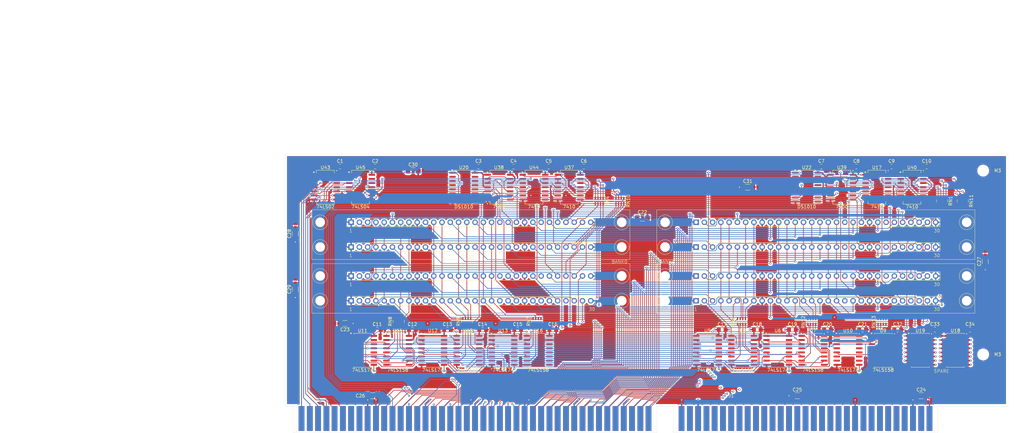
<source format=kicad_pcb>
(kicad_pcb (version 20240108) (generator "pcbnew") (generator_version "8.0")
  (layers (0 "F.Cu" signal) (1 "In1.Cu" mixed) (2 "In2.Cu" mixed) (31 "B.Cu" signal) (34 "B.Paste" user) (35 "F.Paste" user) (36 "B.SilkS" user "B.Silkscreen") (37 "F.SilkS" user "F.Silkscreen") (38 "B.Mask" user) (39 "F.Mask" user) (44 "Edge.Cuts" user))
  (net 0 "")
  (net 4 "A0B")
  (net 6 "D2R3")
  (net 8 "A1A")
  (net 9 "A6A")
  (net 11 "D2R0")
  (net 16 "D7R3")
  (net 17 "A2B")
  (net 19 "A8A")
  (net 21 "D5R0")
  (net 22 "D3R1")
  (net 24 "A6B")
  (net 27 "D7R1")
  (net 28 "D4R3")
  (net 30 "A3B")
  (net 31 "D1R1")
  (net 34 "D0R0")
  (net 38 "D5R3")
  (net 42 "D3R2")
  (net 44 "D6R3")
  (net 45 "DIN8R1")
  (net 47 "A0A")
  (net 48 "D4R1")
  (net 49 "D2R1")
  (net 50 "D0R2")
  (net 51 "A7A")
  (net 52 "D4R2")
  (net 53 "A1B")
  (net 54 "D6R0")
  (net 62 "A5B")
  (net 63 "A8B")
  (net 66 "D3R3")
  (net 69 "A3A")
  (net 70 "D3R0")
  (net 74 "DOUT8R2")
  (net 75 "DOUT8R1")
  (net 77 "A4A")
  (net 84 "D7R0")
  (net 89 "D5R1")
  (net 91 "D7R2")
  (net 92 "DIN8R3")
  (net 93 "D6R1")
  (net 95 "DOUT8R0")
  (net 97 "DOUT8R3")
  (net 102 "A5A")
  (net 103 "D1R3")
  (net 105 "D6R2")
  (net 106 "A7B")
  (net 107 "D1R0")
  (net 109 "D0R3")
  (net 111 "DIN8R2")
  (net 112 "A2A")
  (net 114 "D0R1")
  (net 115 "A4B")
  (net 117 "DIN8R0")
  (net 118 "UNKN5")
  (net 120 "D4R0")
  (net 121 "UNKN6")
  (net 123 "D1R2")
  (net 124 "D2R2")
  (net 127 "D5R2")
  (net 128 "A8B0")
  (net 129 "~{RASB0R1}")
  (net 130 "~{CASB0R1}")
  (net 131 "~{CASB0R2}")
  (net 132 "~{CASB0R3}")
  (net 133 "~{RASB0R3}")
  (net 134 "~{RASB0R0}")
  (net 135 "~{RASB0R2}")
  (net 136 "~{CASB0R0}")
  (net 137 "A1B0")
  (net 138 "A6B0")
  (net 139 "A7B0")
  (net 140 "A5B0")
  (net 141 "PIN100")
  (net 142 "PIN103")
  (net 143 "PIN101")
  (net 144 "A0B0")
  (net 145 "PIN104")
  (net 146 "A2B0")
  (net 147 "PIN105")
  (net 148 "~{PIN105}")
  (net 149 "A4B0")
  (net 150 "A3B0")
  (net 151 "VSS")
  (net 152 "~{WER0}")
  (net 153 "VCC")
  (net 154 "~{WER1}")
  (net 155 "~{WER2}")
  (net 156 "~{WER3}")
  (net 157 "WER0")
  (net 158 "WER3")
  (net 159 "WER2")
  (net 160 "WER1")
  (net 163 "A0B1")
  (net 164 "A6B1")
  (net 165 "A5B1")
  (net 166 "A7B1")
  (net 167 "A8B1")
  (net 168 "A1B1")
  (net 169 "A2B1")
  (net 170 "~{CASB1R0}")
  (net 171 "~{RASB1R0}")
  (net 172 "A4B1")
  (net 173 "A3B1")
  (net 174 "~{CASB1R1}")
  (net 175 "~{RASB1R1}")
  (net 176 "~{RASB1R2}")
  (net 177 "~{CASB1R2}")
  (net 178 "~{RASB1R3}")
  (net 179 "~{CASB1R3}")
  (net 180 "Net-(U22-TAP8)")
  (net 181 "Net-(U20-TAP8)")
  (net 188 "Net-(RN1-R2.1)")
  (net 189 "Net-(RN1-R1.1)")
  (net 190 "Net-(RN1-R4.1)")
  (net 191 "Net-(RN1-R3.1)")
  (net 194 "Net-(RN4-R4.1)")
  (net 198 "Net-(RN4-R1.1)")
  (net 199 "Net-(RN4-R2.1)")
  (net 201 "Net-(RN4-R3.1)")
  (net 222 "A9B0")
  (net 223 "A9B1")
  (net 224 "Net-(RN10-R2.1)")
  (net 225 "Net-(RN10-R3.1)")
  (net 226 "Net-(RN10-R1.1)")
  (net 227 "Net-(RN10-R4.1)")
  (net 228 "Net-(RN11-R3.1)")
  (net 229 "Net-(RN11-R1.1)")
  (net 230 "Net-(RN11-R4.1)")
  (net 231 "Net-(RN11-R2.1)")
  (net 232 "Net-(RN2-R2.1)")
  (net 233 "Net-(RN2-R4.1)")
  (net 234 "Net-(RN2-R3.1)")
  (net 235 "Net-(RN2-R1.1)")
  (net 236 "Net-(RN12-R2.1)")
  (net 237 "Net-(RN12-R1.1)")
  (net 238 "Net-(RN12-R4.1)")
  (net 239 "Net-(RN12-R3.1)")
  (net 241 "Net-(RN13-R1.1)")
  (net 244 "Net-(RN13-R2.1)")
  (net 247 "Net-(U5-Q0)")
  (net 249 "Net-(U5-Q3)")
  (net 251 "Net-(U5-Q2)")
  (net 253 "Net-(U5-Q1)")
  (net 255 "Net-(U6-Q1)")
  (net 258 "Net-(U6-Q0)")
  (net 260 "Net-(U6-Q3)")
  (net 261 "Net-(U6-Q2)")
  (net 263 "Net-(U10-Q0)")
  (net 269 "Net-(U10-Q1)")
  (net 284 "Net-(RN7-R1.1)")
  (net 285 "Net-(RN7-R2.1)")
  (net 286 "Net-(RN8-R2.1)")
  (net 287 "Net-(RN8-R1.1)")
  (net 288 "Net-(RN8-R3.1)")
  (net 289 "Net-(RN8-R4.1)")
  (net 290 "Net-(RN9-R2.1)")
  (net 291 "Net-(RN9-R3.1)")
  (net 292 "Net-(RN9-R4.1)")
  (net 293 "Net-(RN9-R1.1)")
  (net 295 "Net-(U11-Q3)")
  (net 296 "Net-(U11-Q1)")
  (net 300 "Net-(U11-Q0)")
  (net 301 "Net-(U11-Q2)")
  (net 304 "Net-(U12-Q1)")
  (net 305 "Net-(U12-Q0)")
  (net 307 "Net-(U12-Q2)")
  (net 308 "Net-(U12-Q3)")
  (net 316 "Net-(U13-Q0)")
  (net 319 "Net-(U13-Q1)")
  (net 336 "unconnected-(U18-D0-Pad3)")
  (net 337 "unconnected-(U18-~{Mr}-Pad1)")
  (net 338 "unconnected-(U18-Q2-Pad7)")
  (net 339 "unconnected-(U18-D2-Pad6)")
  (net 340 "unconnected-(U18-Q0-Pad2)")
  (net 341 "unconnected-(U18-D4-Pad13)")
  (net 342 "unconnected-(U18-Cp-Pad9)")
  (net 343 "unconnected-(U18-Q1-Pad5)")
  (net 344 "unconnected-(U18-D1-Pad4)")
  (net 345 "unconnected-(U18-Q5-Pad15)")
  (net 346 "unconnected-(U18-D3-Pad11)")
  (net 347 "unconnected-(U18-Q3-Pad10)")
  (net 348 "unconnected-(U18-D5-Pad14)")
  (net 349 "unconnected-(U18-Q4-Pad12)")
  (net 350 "unconnected-(U19-D1-Pad4)")
  (net 351 "unconnected-(U19-Q3-Pad10)")
  (net 352 "unconnected-(U19-Q1-Pad5)")
  (net 353 "unconnected-(U19-~{Mr}-Pad1)")
  (net 354 "unconnected-(U19-D5-Pad14)")
  (net 355 "unconnected-(U19-D3-Pad11)")
  (net 356 "unconnected-(U19-Q5-Pad15)")
  (net 357 "unconnected-(U19-Q4-Pad12)")
  (net 358 "unconnected-(U19-D0-Pad3)")
  (net 359 "unconnected-(U19-Q2-Pad7)")
  (net 360 "unconnected-(U19-D4-Pad13)")
  (net 361 "unconnected-(U19-D2-Pad6)")
  (net 362 "unconnected-(U19-Q0-Pad2)")
  (net 363 "unconnected-(U19-Cp-Pad9)")
  (footprint "386_memory_board:DOUBLE-SIMM-30" (layer "F.Cu") (at 325.75 188.595)
    (property "Reference" "U3")
    (property "Value" "~" (hide yes))
  )
  (footprint "Capacitor_SMD:C_0805_2012Metric_Pad1.18x1.45mm_HandSolder" (layer "F.Cu") (at 190.9025 193.675)
    (property "Reference" "C11")
    (property "Value" "100nF")
  )
  (footprint "Capacitor_SMD:C_0805_2012Metric_Pad1.18x1.45mm_HandSolder" (layer "F.Cu") (at 243.6075 143.51)
    (property "Reference" "C5")
    (property "Value" "100nF")
  )
  (footprint "Capacitor_SMD:C_0805_2012Metric_Pad1.18x1.45mm_HandSolder" (layer "F.Cu") (at 340.1275 193.675)
    (property "Reference" "C21")
    (property "Value" "100nF")
  )
  (footprint "Capacitor_SMD:C_0805_2012Metric_Pad1.18x1.45mm_HandSolder" (layer "F.Cu") (at 327.4275 143.51)
    (property "Reference" "C7")
    (property "Value" "100nF")
  )
  (footprint "Capacitor_SMD:C_0805_2012Metric_Pad1.18x1.45mm_HandSolder" (layer "F.Cu") (at 296.9475 193.675)
    (property "Reference" "C17")
    (property "Value" "100nF")
  )
  (footprint "Package_SO:SO-16_5.3x10.2mm_P1.27mm" (layer "F.Cu") (at 229.5825 200.025)
    (property "Reference" "U13")
    (property "Value" "74LS174")
  )
  (footprint "Capacitor_SMD:C_0805_2012Metric_Pad1.18x1.45mm_HandSolder" (layer "F.Cu") (at 338.2225 143.51)
    (property "Reference" "C8")
    (property "Value" "100nF")
  )
  (footprint "Capacitor_SMD:C_0805_2012Metric_Pad1.18x1.45mm_HandSolder" (layer "F.Cu") (at 232.8125 143.51)
    (property "Reference" "C4")
    (property "Value" "100nF")
  )
  (footprint "Package_SO:SO-14_5.3x10.2mm_P1.27mm" (layer "F.Cu") (at 239.1075 149.86)
    (property "Reference" "U44")
    (property "Value" "7410")
  )
  (footprint "Capacitor_SMD:C_1206_3216Metric_Pad1.33x1.80mm_HandSolder" (layer "F.Cu") (at 377.825 172.72 90)
    (property "Reference" "C27")
    (property "Value" "10µF")
  )
  (footprint "Package_SO:SO-16_5.3x10.2mm_P1.27mm" (layer "F.Cu") (at 197.1975 200.025)
    (property "Reference" "U14")
    (property "Value" "74LS158")
  )
  (footprint "Package_SO:SO-14_5.3x10.2mm_P1.27mm" (layer "F.Cu") (at 344.5175 149.86)
    (property "Reference" "U17")
    (property "Value" "7410")
  )
  (footprint "Capacitor_SMD:C_0805_2012Metric_Pad1.18x1.45mm_HandSolder" (layer "F.Cu") (at 244.8775 193.675)
    (property "Reference" "C16")
    (property "Value" "100nF")
  )
  (footprint "386_memory_board:DOUBLE-SIMM-30" (layer "F.Cu") (at 325.755 172.085)
    (property "Reference" "U4")
    (property "Value" "~" (hide yes))
  )
  (footprint "Resistor_SMD:R_Array_Concave_4x0603" (layer "F.Cu") (at 324.485 191.135 90)
    (property "Reference" "RN12")
    (property "Value" "33Ω")
  )
  (footprint "Resistor_SMD:R_Array_Concave_4x0603" (layer "F.Cu") (at 364.56 154.09 -90)
    (property "Reference" "RN1")
    (property "Value" "33Ω")
  )
  (footprint "Capacitor_SMD:C_0805_2012Metric_Pad1.18x1.45mm_HandSolder" (layer "F.Cu") (at 254.4025 143.51)
    (property "Reference" "C6")
    (property "Value" "100nF")
  )
  (footprint "Capacitor_SMD:C_1206_3216Metric_Pad1.33x1.80mm_HandSolder" (layer "F.Cu") (at 180.975 191.77 180)
    (property "Reference" "C23")
    (property "Value" "10µF")
  )
  (footprint "Package_SO:SO-14_5.3x10.2mm_P1.27mm" (layer "F.Cu") (at 333.7225 149.86)
    (property "Reference" "U39")
    (property "Value" "7400")
  )
  (footprint "Package_SO:SO-16_5.3x10.2mm_P1.27mm" (layer "F.Cu") (at 346.4225 200.025)
    (property "Reference" "U9")
    (property "Value" "74LS158")
  )
  (footprint "Capacitor_SMD:C_0805_2012Metric_Pad1.18x1.45mm_HandSolder" (layer "F.Cu") (at 329.3325 193.675)
    (property "Reference" "C20")
    (property "Value" "100nF")
  )
  (footprint "Capacitor_SMD:C_0805_2012Metric_Pad1.18x1.45mm_HandSolder" (layer "F.Cu") (at 350.9225 193.675)
    (property "Reference" "C32")
    (property "Value" "100nF")
  )
  (footprint "Resistor_SMD:R_Array_Concave_4x0603" (layer "F.Cu") (at 240.03 191.135 90)
    (property "Reference" "RN7")
    (property "Value" "33Ω")
  )
  (footprint "Capacitor_SMD:C_1206_3216Metric_Pad1.33x1.80mm_HandSolder" (layer "F.Cu") (at 189.5225 213.995)
    (property "Reference" "C26")
    (property "Value" "10µF")
  )
  (footprint "Capacitor_SMD:C_0805_2012Metric_Pad1.18x1.45mm_HandSolder" (layer "F.Cu") (at 359.8125 143.51)
    (property "Reference" "C10")
    (property "Value" "100nF")
  )
  (footprint "Resistor_SMD:R_Array_Concave_4x0603" (layer "F.Cu") (at 370.91 154.09 -90)
    (property "Reference" "RN11")
    (property "Value" "33Ω")
  )
  (footprint "Capacitor_SMD:C_1206_3216Metric_Pad1.33x1.80mm_HandSolder" (layer "F.Cu") (at 272.415 159.385)
    (property "Reference" "C22")
    (property "Value" "10µF")
  )
  (footprint "Resistor_SMD:R_Array_Concave_4x0603" (layer "F.Cu") (at 302.895 191.135 90)
    (property "Reference" "RN2")
    (property "Value" "33Ω")
  )
  (footprint "Package_SO:SO-16_5.3x10.2mm_P1.27mm" (layer "F.Cu") (at 303.2425 200.025)
    (property "Reference" "U8")
    (property "Value" "74LS158")
  )
  (footprint "Package_SO:SO-16_5.3x10.2mm_P1.27mm" (layer "F.Cu") (at 292.4475 200.025)
    (property "Reference" "U5")
    (property "Value" "74LS174")
  )
  (footprint "Package_SO:SO-16_5.3x10.2mm_P1.27mm" (layer "F.Cu") (at 357.8525 200.025)
    (property "Reference" "U19")
    (property "Value" "SPARE")
  )
  (footprint "Resistor_SMD:R_Array_Concave_4x0603" (layer "F.Cu") (at 218.44 191.135 90)
    (property "Reference" "RN9")
    (property "Value" "33Ω")
  )
  (footprint "Resistor_SMD:R_Array_Concave_4x0603" (layer "F.Cu") (at 259.15 154.09 -90)
    (property "Reference" "RN4")
    (property "Value" "33Ω")
  )
  (footprint "Capacitor_SMD:C_0805_2012Metric_Pad1.18x1.45mm_HandSolder" (layer "F.Cu") (at 307.7425 193.675)
    (property "Reference" "C18")
    (property "Value" "100nF")
  )
  (footprint "Capacitor_SMD:C_0805_2012Metric_Pad1.18x1.45mm_HandSolder" (layer "F.Cu") (at 179.4725 143.51)
    (property "Reference" "C1")
    (property "Value" "100nF")
  )
  (footprint "386_memory_board:DOUBLE-SIMM-30" (layer "F.Cu") (at 219.71 188.595)
    (property "Reference" "U1")
    (property "Value" "~" (hide yes))
  )
  (footprint "Capacitor_SMD:C_0805_2012Metric_Pad1.18x1.45mm_HandSolder" (layer "F.Cu") (at 223.2875 193.675)
    (property "Reference" "C14")
    (property "Value" "100nF")
  )
  (footprint "Package_SO:SO-16_5.3x10.2mm_P1.27mm" (layer "F.Cu") (at 314.0375 200.025)
    (property "Reference" "U6")
    (property "Value" "74LS174")
  )
  (footprint "MountingHole:MountingHole_3.2mm_M3_DIN965" (layer "F.Cu") (at 377.19 201.295)
    (property "Reference" "M3")
    (property "Value" "MountingHole_3.2mm_M3_DIN965")
  )
  (footprint "Package_SO:SO-16_5.3x10.2mm_P1.27mm" (layer "F.Cu") (at 324.8325 200.025)
    (property "Reference" "U7")
    (property "Value" "74LS158")
  )
  (footprint "Package_SO:SO-16_5.3x10.2mm_P1.27mm" (layer "F.Cu") (at 218.7875 200.025)
    (property "Reference" "U15")
    (property "Value" "74LS158")
  )
  (footprint "Capacitor_SMD:C_0805_2012Metric_Pad1.18x1.45mm_HandSolder" (layer "F.Cu") (at 373.1475 193.675)
    (property "Reference" "C34")
    (property "Value" "100nF")
  )
  (footprint "Capacitor_SMD:C_0805_2012Metric_Pad1.18x1.45mm_HandSolder" (layer "F.Cu") (at 222.0175 143.51)
    (property "Reference" "C3")
    (property "Value" "100nF")
  )
  (footprint "Package_SO:SO-14_5.3x10.2mm_P1.27mm" (layer "F.Cu") (at 355.3125 149.86)
    (property "Reference" "U40")
    (property "Value" "7410")
  )
  (footprint "MountingHole:MountingHole_3.2mm_M3_DIN965" (layer "F.Cu") (at 377.19 144.78)
    (property "Reference" "M3")
    (property "Value" "MountingHole_3.2mm_M3_DIN965")
  )
  (footprint "Package_SO:SO-16_5.3x10.2mm_P1.27mm" (layer "F.Cu") (at 186.4025 200.025)
    (property "Reference" "U11")
    (property "Value" "74LS174")
  )
  (footprint "Capacitor_SMD:C_1206_3216Metric_Pad1.33x1.80mm_HandSolder" (layer "F.Cu") (at 358.14 213.995)
    (property "Reference" "C24")
    (property "Value" "10µF")
  )
  (footprint "Capacitor_SMD:C_1206_3216Metric_Pad1.33x1.80mm_HandSolder" (layer "F.Cu") (at 304.8 149.86)
    (property "Reference" "C31")
    (property "Value" "10µF")
  )
  (footprint "386_memory_board:BUS_386_MEMORY" (layer "F.Cu") (at 360.68 220.98)
    (property "Reference" "J1")
    (property "Value" "Bus_386_Memory")
  )
  (footprint "Capacitor_SMD:C_0805_2012Metric_Pad1.18x1.45mm_HandSolder" (layer "F.Cu") (at 362.3525 193.675)
    (property "Reference" "C33")
    (property "Value" "100nF")
  )
  (footprint "Package_SO:SO-14_5.3x10.2mm_P1.27mm" (layer "F.Cu") (at 228.3125 149.86)
    (property "Reference" "U38")
    (property "Value" "7400")
  )
  (footprint "Package_SO:SO-16_5.3x10.2mm_P1.27mm" (layer "F.Cu") (at 368.6475 200.025)
    (property "Reference" "U18")
    (property "Value" "SPARE")
  )
  (footprint "Capacitor_SMD:C_1206_3216Metric_Pad1.33x1.80mm_HandSolder" (layer "F.Cu") (at 165.735 181.2675 90)
    (property "Reference" "C29")
    (property "Value" "10µF")
  )
  (footprint "Package_SO:SO-16_5.3x10.2mm_P1.27mm" (layer "F.Cu") (at 207.9925 200.025)
    (property "Reference" "U12")
    (property "Value" "74LS174")
  )
  (footprint "Package_SO:SO-16_5.3x10.2mm_P1.27mm" (layer "F.Cu") (at 322.9275 149.86)
    (property "Reference" "U22")
    (property "Value" "DS1010")
  )
  (footprint "Capacitor_SMD:C_0805_2012Metric_Pad1.18x1.45mm_HandSolder" (layer "F.Cu") (at 349.0175 143.51)
    (property "Reference" "C9")
    (property "Value" "100nF")
  )
  (footprint "Resistor_SMD:R_Array_Concave_4x0603" (layer "F.Cu") (at 265.5 154.09 -90)
    (property "Reference" "RN10")
    (property "Value" "33Ω")
  )
  (footprint "Capacitor_SMD:C_1206_3216Metric_Pad1.33x1.80mm_HandSolder" (layer "F.Cu") (at 201.93 144.78)
    (property "Reference" "C30")
    (property "Value" "10µF")
  )
  (footprint "Package_SO:SO-16_5.3x10.2mm_P1.27mm" (layer "F.Cu") (at 240.3775 200.025)
    (property "Reference" "U16")
    (property "Value" "74LS158")
  )
  (footprint "Package_SO:SO-16_5.3x10.2mm_P1.27mm" (layer "F.Cu") (at 335.6275 200.025)
    (property "Reference" "U10")
    (property "Value" "74LS174")
  )
  (footprint "Resistor_SMD:R_Array_Concave_4x0603" (layer "F.Cu") (at 197.485 191.135 90)
    (property "Reference" "RN8")
    (property "Value" "33Ω")
  )
  (footprint "Resistor_SMD:R_Array_Concave_4x0603" (layer "F.Cu") (at 346.075 191.135 90)
    (property "Reference" "RN13")
    (property "Value" "33Ω")
  )
  (footprint "Package_SO:SO-14_5.3x10.2mm_P1.27mm" (layer "F.Cu") (at 174.9725 149.86)
    (property "Reference" "U43")
    (property "Value" "74LS02")
  )
  (footprint "Capacitor_SMD:C_0805_2012Metric_Pad1.18x1.45mm_HandSolder" (layer "F.Cu") (at 201.6975 193.675)
    (property "Reference" "C12")
    (property "Value" "100nF")
  )
  (footprint "Capacitor_SMD:C_1206_3216Metric_Pad1.33x1.80mm_HandSolder" (layer "F.Cu") (at 320.04 213.995)
    (property "Reference" "C25")
    (property "Value" "10µF")
  )
  (footprint "Capacitor_SMD:C_1206_3216Metric_Pad1.33x1.80mm_HandSolder" (layer "F.Cu") (at 165.735 164.1725 90)
    (property "Reference" "C28")
    (property "Value" "10µF")
  )
  (footprint "Capacitor_SMD:C_0805_2012Metric_Pad1.18x1.45mm_HandSolder" (layer "F.Cu") (at 318.5375 193.675)
    (property "Reference" "C19")
    (property "Value" "100nF")
  )
  (footprint "Package_SO:SO-14_5.3x10.2mm_P1.27mm" (layer "F.Cu") (at 185.7675 149.86)
    (property "Reference" "U45")
    (property "Value" "74LS04")
  )
  (footprint "Capacitor_SMD:C_0805_2012Metric_Pad1.18x1.45mm_HandSolder" (layer "F.Cu") (at 212.4925 193.675)
    (property "Reference" "C13")
    (property "Value" "100nF")
  )
  (footprint "Capacitor_SMD:C_0805_2012Metric_Pad1.18x1.45mm_HandSolder" (layer "F.Cu") (at 234.0825 193.675)
    (property "Reference" "C15")
    (property "Value" "100nF")
  )
  (footprint "Package_SO:SO-16_5.3x10.2mm_P1.27mm" (layer "F.Cu") (at 217.5175 149.86)
    (property "Reference" "U20")
    (property "Value" "DS1010")
  )
  (footprint "Capacitor_SMD:C_0805_2012Metric_Pad1.18x1.45mm_HandSolder" (layer "F.Cu") (at 190.2675 143.51)
    (property "Reference" "C2")
    (property "Value" "100nF")
  )
  (footprint "Package_SO:SO-14_5.3x10.2mm_P1.27mm" (layer "F.Cu") (at 249.9025 149.86)
    (property "Reference" "U37")
    (property "Value" "7410")
  )
  (footprint "386_memory_board:DOUBLE-SIMM-30" (layer "F.Cu") (at 219.705 172.085)
    (property "Reference" "U2")
    (property "Value" "~" (hide yes))
  )
  (gr_line (start 363.22 225.425) (end 363.22 217.17) (stroke (width 0.05)) (layer "Edge.Cuts"))
  (gr_line (start 162.56 217.17) (end 165.1 217.17) (stroke (width 0.05)) (layer "Edge.Cuts"))
  (gr_line (start 363.22 217.17) (end 384.81 217.17) (stroke (width 0.05)) (layer "Edge.Cuts"))
  (gr_line (start 165.1 225.425) (end 276.86 225.425) (stroke (width 0.05)) (layer "Edge.Cuts"))
  (gr_line (start 162.56 139.7) (end 162.56 217.17) (stroke (width 0.05)) (layer "Edge.Cuts"))
  (gr_line (start 276.86 217.17) (end 281.94 217.17) (stroke (width 0.05)) (layer "Edge.Cuts"))
  (gr_line (start 384.81 139.7) (end 162.56 139.7) (stroke (width 0.05)) (layer "Edge.Cuts"))
  (gr_line (start 384.81 217.17) (end 384.81 139.7) (stroke (width 0.05)) (layer "Edge.Cuts"))
  (gr_line (start 281.94 217.17) (end 281.94 225.425) (stroke (width 0.05)) (layer "Edge.Cuts"))
  (gr_line (start 276.86 225.425) (end 276.86 217.17) (stroke (width 0.05)) (layer "Edge.Cuts"))
  (gr_line (start 165.1 217.17) (end 165.1 225.425) (stroke (width 0.05)) (layer "Edge.Cuts"))
  (gr_line (start 281.94 225.425) (end 363.22 225.425) (stroke (width 0.05)) (layer "Edge.Cuts"))
  (gr_text "BANK0\n" (at 262.89 173.355 0) (layer "F.SilkS") (effects (font (size 1 1) (thickness 0.1)) (justify left bottom)))
  (gr_text "BANK1" (at 277.495 173.355 0) (layer "F.SilkS") (effects (font (size 1 1) (thickness 0.1)) (justify left bottom)))
  (gr_text "SPARE" (at 361.95 207.01 0) (layer "F.SilkS") (effects (font (size 1 1) (thickness 0.1)) (justify left bottom)))
  (segment (start 187.96 198.12) (end 182.94 198.12) (width 0.2) (layer "F.Cu") (net 4))
  (segment (start 288.985 198.12) (end 290.195 198.12) (width 0.2) (layer "F.Cu") (net 4))
  (via (at 289.56 210.82) (size 0.6) (drill 0.3) (layers "F.Cu" "B.Cu") (net 4))
  (via (at 290.195 198.12) (size 0.6) (drill 0.3) (layers "F.Cu" "B.Cu") (net 4))
  (via (at 187.96 198.12) (size 0.6) (drill 0.3) (layers "F.Cu" "B.Cu") (net 4))
  (segment (start 265.519314 211.055) (end 260.309314 216.265) (width 0.2) (layer "B.Cu") (net 4))
  (segment (start 290.195 198.12) (end 187.96 198.12) (width 0.2) (layer "B.Cu") (net 4))
  (segment (start 256.54 218.22) (end 256.54 220.98) (width 0.2) (layer "B.Cu") (net 4))
  (segment (start 260.309314 216.265) (end 258.495 216.265) (width 0.2) (layer "B.Cu") (net 4))
  (segment (start 289.325 211.055) (end 265.519314 211.055) (width 0.2) (layer "B.Cu") (net 4))
  (segment (start 258.495 216.265) (end 256.54 218.22) (width 0.2) (layer "B.Cu") (net 4))
  (segment (start 289.56 210.82) (end 289.325 211.055) (width 0.2) (layer "B.Cu") (net 4))
  (segment (start 286.385 204.481174) (end 286.385 165.735) (width 0.2) (layer "F.Cu") (net 6))
  (segment (start 311.79 165.73) (end 311.79 160.655) (width 0.2) (layer "F.Cu") (net 6))
  (segment (start 275.766174 215.1) (end 286.385 204.481174) (width 0.2) (layer "F.Cu") (net 6))
  (segment (start 271.945 215.1) (end 275.766174 215.1) (width 0.2) (layer "F.Cu") (net 6))
  (segment (start 311.785 165.735) (end 311.79 165.73) (width 0.2) (layer "F.Cu") (net 6))
  (segment (start 269.24 220.98) (end 269.24 217.805) (width 0.2) (layer "F.Cu") (net 6))
  (segment (start 269.24 217.805) (end 271.945 215.1) (width 0.2) (layer "F.Cu") (net 6))
  (via (at 286.385 165.735) (size 0.6) (drill 0.3) (layers "F.Cu" "B.Cu") (net 6))
  (via (at 311.785 165.735) (size 0.6) (drill 0.3) (layers "F.Cu" "B.Cu") (net 6))
  (segment (start 286.385 165.735) (end 311.785 165.735) (width 0.2) (layer "B.Cu") (net 6))
  (segment (start 205.74 160.655) (end 210.82 165.735) (width 0.2) (layer "B.Cu") (net 6))
  (segment (start 210.82 165.735) (end 286.385 165.735) (width 0.2) (layer "B.Cu") (net 6))
  (segment (start 299.78 200.66) (end 298.45 200.66) (width 0.2) (layer "F.Cu") (net 8))
  (segment (start 194.945 200.66) (end 193.735 200.66) (width 0.2) (layer "F.Cu") (net 8))
  (via (at 298.45 200.66) (size 0.6) (drill 0.3) (layers "F.Cu" "B.Cu") (net 8))
  (via (at 194.945 200.66) (size 0.6) (drill 0.3) (layers "F.Cu" "B.Cu") (net 8))
  (via (at 297.815 213.995) (size 0.6) (drill 0.3) (layers "F.Cu" "B.Cu") (net 8))
  (segment (start 271.78 220.98) (end 271.78 218.06) (width 0.2) (layer "B.Cu") (net 8))
  (segment (start 271.78 218.06) (end 275.845 213.995) (width 0.2) (layer "B.Cu") (net 8))
  (segment (start 298.45 200.66) (end 194.945 200.66) (width 0.2) (layer "B.Cu") (net 8))
  (segment (start 275.845 213.995) (end 297.815 213.995) (width 0.2) (layer "B.Cu") (net 8))
  (segment (start 328.295 198.12) (end 327.025 198.12) (width 0.2) (layer "F.Cu") (net 9))
  (segment (start 220.978186 194.942892) (end 220.9625 194.958578) (width 0.2) (layer "F.Cu") (net 9))
  (segment (start 220.9625 194.958578) (end 220.9625 198.1025) (width 0.2) (layer "F.Cu") (net 9))
  (segment (start 327.025 198.12) (end 326.39 197.485) (width 0.2) (layer "F.Cu") (net 9))
  (segment (start 220.9625 198.1025) (end 220.98 198.12) (width 0.2) (layer "F.Cu") (net 9))
  (segment (start 220.98 198.12) (end 222.25 198.12) (width 0.2) (layer "F.Cu") (net 9))
  (via (at 220.978186 194.942892) (size 0.6) (drill 0.3) (layers "F.Cu" "B.Cu") (net 9))
  (via (at 228.6 194.88) (size 0.6) (drill 0.3) (layers "F.Cu" "B.Cu") (net 9))
  (via (at 326.39 197.485) (size 0.6) (drill 0.3) (layers "F.Cu" "B.Cu") (net 9))
  (via (at 226.182702 216.022702) (size 0.6) (drill 0.3) (layers "F.Cu" "B.Cu") (net 9))
  (segment (start 220.978186 194.942892) (end 220.980294 194.945) (width 0.2) (layer "B.Cu") (net 9))
  (segment (start 220.980294 194.945) (end 323.85 194.945) (width 0.2) (layer "B.Cu") (net 9))
  (segment (start 226.06 220.98) (end 226.06 216.145404) (width 0.2) (layer "B.Cu") (net 9))
  (segment (start 226.06 216.145404) (end 226.182702 216.022702) (width 0.2) (layer "B.Cu") (net 9))
  (segment (start 323.85 194.945) (end 326.39 197.485) (width 0.2) (layer "B.Cu") (net 9))
  (segment (start 216.57657 214.3) (end 218.97657 211.9) (width 0.2) (layer "F.Cu") (net 11))
  (segment (start 235.832454 209.43) (end 247.678338 209.43) (width 0.2) (layer "F.Cu") (net 11))
  (segment (start 206.705 214.3) (end 216.57657 214.3) (width 0.2) (layer "F.Cu") (net 11))
  (segment (start 311.785 189.865) (end 311.78 189.86) (width 0.2) (layer "F.Cu") (net 11))
  (segment (start 233.362454 211.9) (end 235.832454 209.43) (width 0.2) (layer "F.Cu") (net 11))
  (segment (start 218.97657 211.9) (end 233.362454 211.9) (width 0.2) (layer "F.Cu") (net 11))
  (segment (start 260.07128 205.5) (end 267.97 205.5) (width 0.2) (layer "F.Cu") (net 11))
  (segment (start 258.14128 207.43) (end 260.07128 205.5) (width 0.2) (layer "F.Cu") (net 11))
  (segment (start 267.97 205.5) (end 267.97 189.865) (width 0.2) (layer "F.Cu") (net 11))
  (segment (start 203.2 217.805) (end 206.705 214.3) (width 0.2) (layer "F.Cu") (net 11))
  (segment (start 249.678338 207.43) (end 258.14128 207.43) (width 0.2) (layer "F.Cu") (net 11))
  (segment (start 311.78 189.86) (end 311.78 184.785) (width 0.2) (layer "F.Cu") (net 11))
  (segment (start 203.2 220.98) (end 203.2 217.805) (width 0.2) (layer "F.Cu") (net 11))
  (segment (start 247.678338 209.43) (end 249.678338 207.43) (width 0.2) (layer "F.Cu") (net 11))
  (via (at 267.97 189.865) (size 0.6) (drill 0.3) (layers "F.Cu" "B.Cu") (net 11))
  (via (at 311.785 189.865) (size 0.6) (drill 0.3) (layers "F.Cu" "B.Cu") (net 11))
  (segment (start 210.82 189.865) (end 267.97 189.865) (width 0.2) (layer "B.Cu") (net 11))
  (segment (start 205.74 184.785) (end 210.82 189.865) (width 0.2) (layer "B.Cu") (net 11))
  (segment (start 267.97 189.865) (end 311.785 189.865) (width 0.2) (layer "B.Cu") (net 11))
  (segment (start 263.219314 213.1) (end 274.937744 213.1) (width 0.2) (layer "F.Cu") (net 16))
  (segment (start 256.54 217.805) (end 259.315 215.03) (width 0.2) (layer "F.Cu") (net 16))
  (segment (start 283.21 204.827744) (end 283.21 162.56) (width 0.2) (layer "F.Cu") (net 16))
  (segment (start 256.54 220.98) (end 256.54 217.805) (width 0.2) (layer "F.Cu") (net 16))
  (segment (start 259.315 215.03) (end 261.289314 215.03) (width 0.2) (layer "F.Cu") (net 16))
  (segment (start 274.937744 213.1) (end 283.21 204.827744) (width 0.2) (layer "F.Cu") (net 16))
  (segment (start 261.289314 215.03) (end 263.219314 213.1) (width 0.2) (layer "F.Cu") (net 16))
  (via (at 283.21 162.56) (size 0.6) (drill 0.3) (layers "F.Cu" "B.Cu") (net 16))
  (segment (start 283.21 162.56) (end 347.95 162.56) (width 0.2) (layer "B.Cu") (net 16))
  (segment (start 347.95 162.56) (end 349.885 160.625) (width 0.2) (layer "B.Cu") (net 16))
  (segment (start 243.84 160.655) (end 245.745 162.56) (width 0.2) (layer "B.Cu") (net 16))
  (segment (start 245.745 162.56) (end 283.21 162.56) (width 0.2) (layer "B.Cu") (net 16))
  (segment (start 187.96 201.93) (end 182.94 201.93) (width 0.2) (layer "F.Cu") (net 17))
  (segment (start 288.985 201.93) (end 290.195 201.93) (width 0.2) (layer "F.Cu") (net 17))
  (via (at 290.195 209.336473) (size 0.6) (drill 0.3) (layers "F.Cu" "B.Cu") (net 17))
  (via (at 187.96 201.93) (size 0.6) (drill 0.3) (layers "F.Cu" "B.Cu") (net 17))
  (via (at 290.195 201.93) (size 0.6) (drill 0.3) (layers "F.Cu" "B.Cu") (net 17))
  (segment (start 260.812942 214.63) (end 265.187942 210.255) (width 0.2) (layer "B.Cu") (net 17))
  (segment (start 288.710785 210.255) (end 289.629312 209.336473) (width 0.2) (layer "B.Cu") (net 17))
  (segment (start 248.92 218.06) (end 252.35 214.63) (width 0.2) (layer "B.Cu") (net 17))
  (segment (start 265.187942 210.255) (end 288.710785 210.255) (width 0.2) (layer "B.Cu") (net 17))
  (segment (start 290.195 201.93) (end 187.96 201.93) (width 0.2) (layer "B.Cu") (net 17))
  (segment (start 248.92 220.98) (end 248.92 218.06) (width 0.2) (layer "B.Cu") (net 17))
  (segment (start 289.629312 209.336473) (end 290.195 209.336473) (width 0.2) (layer "B.Cu") (net 17))
  (segment (start 252.35 214.63) (end 260.812942 214.63) (width 0.2) (layer "B.Cu") (net 17))
  (segment (start 238.2025 194.3875) (end 238.2025 196.1375) (width 0.2) (layer "F.Cu") (net 19))
  (segment (start 341.63 196.85) (end 340.995 196.215) (width 0.2) (layer "F.Cu") (net 19))
  (segment (start 237.49 196.85) (end 236.915 196.85) (width 0.2) (layer "F.Cu") (net 19))
  (segment (start 238.2025 196.1375) (end 237.49 196.85) (width 0.2) (layer "F.Cu") (net 19))
  (segment (start 342.96 196.85) (end 341.63 196.85) (width 0.2) (layer "F.Cu") (net 19))
  (segment (start 238.125 194.31) (end 238.2025 194.3875) (width 0.2) (layer "F.Cu") (net 19))
  (via (at 238.125 194.31) (size 0.6) (drill 0.3) (layers "F.Cu" "B.Cu") (net 19))
  (via (at 296.545 211.455) (size 0.6) (drill 0.3) (layers "F.Cu" "B.Cu") (net 19))
  (via (at 294.005 194.245) (size 0.6) (drill 0.3) (layers "F.Cu" "B.Cu") (net 19))
  (via (at 340.995 196.215) (size 0.6) (drill 0.3) (layers "F.Cu" "B.Cu") (net 19))
  (segment (start 259.08 218.06) (end 265.685 211.455) (width 0.2) (layer "B.Cu") (net 19))
  (segment (start 294.07 194.31) (end 323.780686 194.31) (width 0.2) (layer "B.Cu") (net 19))
  (segment (start 265.685 211.455) (end 296.545 211.455) (width 0.2) (layer "B.Cu") (net 19))
  (segment (start 293.94 194.31) (end 238.125 194.31) (width 0.2) (layer "B.Cu") (net 19))
  (segment (start 325.685686 196.215) (end 340.995 196.215) (width 0.2) (layer "B.Cu") (net 19))
  (segment (start 259.08 220.98) (end 259.08 218.06) (width 0.2) (layer "B.Cu") (net 19))
  (segment (start 323.780686 194.31) (end 325.685686 196.215) (width 0.2) (layer "B.Cu") (net 19))
  (segment (start 294.005 194.245) (end 293.94 194.31) (width 0.2) (layer "B.Cu") (net 19))
  (segment (start 294.005 194.245) (end 294.07 194.31) (width 0.2) (layer "B.Cu") (net 19))
  (segment (start 235.335396 208.23) (end 247.18128 208.23) (width 0.2) (layer "F.Cu") (net 21))
  (segment (start 337.18 187.955) (end 337.18 184.785) (width 0.2) (layer "F.Cu") (net 21))
  (segment (start 266.065 204.3) (end 266.065 187.96) (width 0.2) (layer "F.Cu") (net 21))
  (segment (start 195.58 217.805) (end 200.285 213.1) (width 0.2) (layer "F.Cu") (net 21))
  (segment (start 195.58 220.98) (end 195.58 217.805) (width 0.2) (layer "F.Cu") (net 21))
  (segment (start 337.185 187.96) (end 337.18 187.955) (width 0.2) (layer "F.Cu") (net 21))
  (segment (start 257.644222 206.23) (end 259.574222 204.3) (width 0.2) (layer "F.Cu") (net 21))
  (segment (start 259.574222 204.3) (end 266.065 204.3) (width 0.2) (layer "F.Cu") (net 21))
  (segment (start 247.18128 208.23) (end 249.18128 206.23) (width 0.2) (layer "F.Cu") (net 21))
  (segment (start 216.079512 213.1) (end 218.479512 210.7) (width 0.2) (layer "F.Cu") (net 21))
  (segment (start 218.479512 210.7) (end 232.865396 210.7) (width 0.2) (layer "F.Cu") (net 21))
  (segment (start 232.865396 210.7) (end 235.335396 208.23) (width 0.2) (layer "F.Cu") (net 21))
  (segment (start 200.285 213.1) (end 216.079512 213.1) (width 0.2) (layer "F.Cu") (net 21))
  (segment (start 249.18128 206.23) (end 257.644222 206.23) (width 0.2) (layer "F.Cu") (net 21))
  (via (at 266.065 187.96) (size 0.6) (drill 0.3) (layers "F.Cu" "B.Cu") (net 21))
  (via (at 337.185 187.96) (size 0.6) (drill 0.3) (layers "F.Cu" "B.Cu") (net 21))
  (segment (start 231.14 184.785) (end 234.315 187.96) (width 0.2) (layer "B.Cu") (net 21))
  (segment (start 234.315 187.96) (end 266.065 187.96) (width 0.2) (layer "B.Cu") (net 21))
  (segment (start 266.065 187.96) (end 337.185 187.96) (width 0.2) (layer "B.Cu") (net 21))
  (segment (start 259.301082 210.23) (end 261.231082 208.3) (width 0.2) (layer "F.Cu") (net 22))
  (segment (start 272.395 208.3) (end 272.415 208.28) (width 0.2) (layer "F.Cu") (net 22))
  (segment (start 272.415 208.28) (end 272.415 181.61) (width 0.2) (layer "F.Cu") (net 22))
  (segment (start 319.405 181.61) (end 319.405 177.165) (width 0.2) (layer "F.Cu") (net 22))
  (segment (start 236.992256 212.23) (end 248.83814 212.23) (width 0.2) (layer "F.Cu") (net 22))
  (segment (start 248.83814 212.23) (end 250.83814 210.23) (width 0.2) (layer "F.Cu") (net 22))
  (segment (start 220.98 217.805) (end 224.085 214.7) (width 0.2) (layer "F.Cu") (net 22))
  (segment (start 261.231082 208.3) (end 272.395 208.3) (width 0.2) (layer "F.Cu") (net 22))
  (segment (start 220.98 220.98) (end 220.98 217.805) (width 0.2) (layer "F.Cu") (net 22))
  (segment (start 234.522256 214.7) (end 236.992256 212.23) (width 0.2) (layer "F.Cu") (net 22))
  (segment (start 224.085 214.7) (end 234.522256 214.7) (width 0.2) (layer "F.Cu") (net 22))
  (segment (start 250.83814 210.23) (end 259.301082 210.23) (width 0.2) (layer "F.Cu") (net 22))
  (via (at 272.415 181.61) (size 0.6) (drill 0.3) (layers "F.Cu" "B.Cu") (net 22))
  (via (at 319.405 181.61) (size 0.6) (drill 0.3) (layers "F.Cu" "B.Cu") (net 22))
  (segment (start 272.415 181.61) (end 319.405 181.61) (width 0.2) (layer "B.Cu") (net 22))
  (segment (start 217.805 181.605) (end 217.805 181.61) (width 0.2) (layer "B.Cu") (net 22))
  (segment (start 213.365 177.165) (end 217.805 181.605) (width 0.2) (layer "B.Cu") (net 22))
  (segment (start 217.805 181.61) (end 272.415 181.61) (width 0.2) (layer "B.Cu") (net 22))
  (segment (start 309.587501 201.93) (end 309.245 202.272501) (width 0.2) (layer "F.Cu") (net 24))
  (segment (start 203.542501 201.93) (end 204.53 201.93) (width 0.2) (layer "F.Cu") (net 24))
  (segment (start 310.575 201.93) (end 309.587501 201.93) (width 0.2) (layer "F.Cu") (net 24))
  (segment (start 309.245 202.272501) (end 309.245 203.835) (width 0.2) (layer "F.Cu") (net 24))
  (segment (start 202.9475 202.525001) (end 203.542501 201.93) (width 0.2) (layer "F.Cu") (net 24))
  (segment (start 202.9475 203.835) (end 202.9475 202.525001) (width 0.2) (layer "F.Cu") (net 24))
  (via (at 202.9475 203.835) (size 0.6) (drill 0.3) (layers "F.Cu" "B.Cu") (net 24))
  (via (at 309.245 203.835) (size 0.6) (drill 0.3) (layers "F.Cu" "B.Cu") (net 24))
  (via (at 292.735 206.375) (size 0.6) (drill 0.3) (layers "F.Cu" "B.Cu") (net 24))
  (via (at 292.735 203.835) (size 0.6) (drill 0.3) (layers "F.Cu" "B.Cu") (net 24))
  (segment (start 260.150198 213.03) (end 264.525198 208.655) (width 0.2) (layer "B.Cu") (net 24))
  (segment (start 309.245 203.835) (end 292.735 203.835) (width 0.2) (layer "B.Cu") (net 24))
  (segment (start 243.79 213.03) (end 260.150198 213.03) (width 0.2) (layer "B.Cu") (net 24))
  (segment (start 292.735 203.835) (end 202.9475 203.835) (width 0.2) (layer "B.Cu") (net 24))
  (segment (start 289.623041 207.08) (end 292.03 207.08) (width 0.2) (layer "B.Cu") (net 24))
  (segment (start 238.76 218.06) (end 243.79 213.03) (width 0.2) (layer "B.Cu") (net 24))
  (segment (start 292.03 207.08) (end 292.735 206.375) (width 0.2) (layer "B.Cu") (net 24))
  (segment (start 288.048041 208.655) (end 289.623041 207.08) (width 0.2) (layer "B.Cu") (net 24))
  (segment (start 264.525198 208.655) (end 288.048041 208.655) (width 0.2) (layer "B.Cu") (net 24))
  (segment (start 238.76 220.98) (end 238.76 218.06) (width 0.2) (layer "B.Cu") (net 24))
  (segment (start 210.82 217.805) (end 213.125 215.5) (width 0.2) (layer "F.Cu") (net 27))
  (segment (start 258.638338 208.63) (end 260.568338 206.7) (width 0.2) (layer "F.Cu") (net 27))
  (segment (start 236.329512 210.63) (end 248.175396 210.63) (width 0.2) (layer "F.Cu") (net 27))
  (segment (start 219.473628 213.1) (end 233.859512 213.1) (width 0.2) (layer "F.Cu") (net 27))
  (segment (start 233.859512 213.1) (end 236.329512 210.63) (width 0.2) (layer "F.Cu") (net 27))
  (segment (start 260.568338 206.7) (end 269.875 206.7) (width 0.2) (layer "F.Cu") (net 27))
  (segment (start 213.125 215.5) (end 217.073628 215.5) (width 0.2) (layer "F.Cu") (net 27))
  (segment (start 250.175396 208.63) (end 258.638338 208.63) (width 0.2) (layer "F.Cu") (net 27))
  (segment (start 248.175396 210.63) (end 250.175396 208.63) (width 0.2) (layer "F.Cu") (net 27))
  (segment (start 217.073628 215.5) (end 219.473628 213.1) (width 0.2) (layer "F.Cu") (net 27))
  (segment (start 269.875 206.7) (end 269.875 179.07) (width 0.2) (layer "F.Cu") (net 27))
  (segment (start 210.82 220.98) (end 210.82 217.805) (width 0.2) (layer "F.Cu") (net 27))
  (via (at 269.875 179.07) (size 0.6) (drill 0.3) (layers "F.Cu" "B.Cu") (net 27))
  (segment (start 245.745 179.065) (end 245.745 179.07) (width 0.2) (layer "B.Cu") (net 27))
  (segment (start 243.845 177.165) (end 245.745 179.065) (width 0.2) (layer "B.Cu") (net 27))
  (segment (start 269.875 179.07) (end 347.98 179.07) (width 0.2) (layer "B.Cu") (net 27))
  (segment (start 347.98 179.07) (end 349.885 177.165) (width 0.2) (layer "B.Cu") (net 27))
  (segment (start 245.745 179.07) (end 269.875 179.07) (width 0.2) (layer "B.Cu") (net 27))
  (segment (start 285.115 204.619802) (end 285.115 164.465) (width 0.2) (layer "F.Cu") (net 28))
  (segment (start 264.16 220.98) (end 264.16 217.805) (width 0.2) (layer "F.Cu") (net 28))
  (segment (start 327.03 164.46) (end 327.03 160.655) (width 0.2) (layer "F.Cu") (net 28))
  (segment (start 267.665 214.3) (end 275.434802 214.3) (width 0.2) (layer "F.Cu") (net 28))
  (segment (start 275.434802 214.3) (end 285.115 204.619802) (width 0.2) (layer "F.Cu") (net 28))
  (segment (start 327.025 164.465) (end 327.03 164.46) (width 0.2) (layer "F.Cu") (net 28))
  (segment (start 264.16 217.805) (end 267.665 214.3) (width 0.2) (layer "F.Cu") (net 28))
  (via (at 327.025 164.465) (size 0.6) (drill 0.3) (layers "F.Cu" "B.Cu") (net 28))
  (via (at 285.115 164.465) (size 0.6) (drill 0.3) (layers "F.Cu" "B.Cu") (net 28))
  (segment (start 224.79 164.465) (end 285.115 164.465) (width 0.2) (layer "B.Cu") (net 28))
  (segment (start 285.115 164.465) (end 327.025 164.465) (width 0.2) (layer "B.Cu") (net 28))
  (segment (start 220.98 160.655) (end 224.79 164.465) (width 0.2) (layer "B.Cu") (net 28))
  (segment (start 295.271078 201.93) (end 294.638186 202.562892) (width 0.2) (layer "F.Cu") (net 30))
  (segment (start 295.91 201.93) (end 295.271078 201.93) (width 0.2) (layer "F.Cu") (net 30))
  (segment (start 191.136814 202.562892) (end 190.497892 202.562892) (width 0.2) (layer "F.Cu") (net 30))
  (segment (start 190.497892 202.562892) (end 189.865 201.93) (width 0.2) (layer "F.Cu") (net 30))
  (via (at 294.638186 202.562892) (size 0.6) (drill 0.3) (layers "F.Cu" "B.Cu") (net 30))
  (via (at 191.136814 202.562892) (size 0.6) (drill 0.3) (layers "F.Cu" "B.Cu") (net 30))
  (via (at 294.64 208.28) (size 0.6) (drill 0.3) (layers "F.Cu" "B.Cu") (net 30))
  (segment (start 246.38 220.98) (end 246.38 218.06) (width 0.2) (layer "B.Cu") (net 30))
  (segment (start 260.647256 214.23) (end 265.022256 209.855) (width 0.2) (layer "B.Cu") (net 30))
  (segment (start 246.38 218.06) (end 250.21 214.23) (width 0.2) (layer "B.Cu") (net 30))
  (segment (start 294.638186 202.562892) (end 191.136814 202.562892) (width 0.2) (layer "B.Cu") (net 30))
  (segment (start 250.21 214.23) (end 260.647256 214.23) (width 0.2) (layer "B.Cu") (net 30))
  (segment (start 290.120099 208.28) (end 294.64 208.28) (width 0.2) (layer "B.Cu") (net 30))
  (segment (start 288.545099 209.855) (end 290.120099 208.28) (width 0.2) (layer "B.Cu") (net 30))
  (segment (start 265.022256 209.855) (end 288.545099 209.855) (width 0.2) (layer "B.Cu") (net 30))
  (segment (start 259.632454 211.03) (end 261.562454 209.1) (width 0.2) (layer "F.Cu") (net 31))
  (segment (start 226.06 220.98) (end 226.06 217.805) (width 0.2) (layer "F.Cu") (net 31))
  (segment (start 272.865 209.1) (end 273.685 208.28) (width 0.2) (layer "F.Cu") (net 31))
  (segment (start 228.365 215.5) (end 234.853628 215.5) (width 0.2) (layer "F.Cu") (net 31))
  (segment (start 273.685 208.28) (end 273.685 174.625) (width 0.2) (layer "F.Cu") (net 31))
  (segment (start 226.06 217.805) (end 228.365 215.5) (width 0.2) (layer "F.Cu") (net 31))
  (segment (start 195.585 177.165) (end 195.585 174.63) (width 0.2) (layer "F.Cu") (net 31))
  (segment (start 195.585 174.63) (end 195.58 174.625) (width 0.2) (layer "F.Cu") (net 31))
  (segment (start 300.99 174.625) (end 301.625 175.26) (width 0.2) (layer "F.Cu") (net 31))
  (segment (start 237.323628 213.03) (end 249.169512 213.03) (width 0.2) (layer "F.Cu") (net 31))
  (segment (start 261.562454 209.1) (end 272.865 209.1) (width 0.2) (layer "F.Cu") (net 31))
  (segment (start 234.853628 215.5) (end 237.323628 213.03) (width 0.2) (layer "F.Cu") (net 31))
  (segment (start 249.169512 213.03) (end 251.169512 211.03) (width 0.2) (layer "F.Cu") (net 31))
  (segment (start 301.625 175.26) (end 301.625 177.165) (width 0.2) (layer "F.Cu") (net 31))
  (segment (start 251.169512 211.03) (end 259.632454 211.03) (width 0.2) (layer "F.Cu") (net 31))
  (via (at 273.685 174.625) (size 0.6) (drill 0.3) (layers "F.Cu" "B.Cu") (net 31))
  (via (at 300.99 174.625) (size 0.6) (drill 0.3) (layers "F.Cu" "B.Cu") (net 31))
  (via (at 195.58 174.625) (size 0.6) (drill 0.3) (layers "F.Cu" "B.Cu") (net 31))
  (segment (start 273.685 174.625) (end 300.99 174.625) (width 0.2) (layer "B.Cu") (net 31))
  (segment (start 195.58 174.625) (end 273.685 174.625) (width 0.2) (layer "B.Cu") (net 31))
  (segment (start 258.472652 208.23) (end 250.00971 208.23) (width 0.2) (layer "F.Cu") (net 34))
  (segment (start 210.985 215.1) (end 208.28 217.805) (width 0.2) (layer "F.Cu") (net 34))
  (segment (start 236.163826 210.23) (end 233.693826 212.7) (width 0.2) (layer "F.Cu") (net 34))
  (segment (start 269.24 182.915) (end 269.24 206.3) (width 0.2) (layer "F.Cu") (net 34))
  (segment (start 233.693826 212.7) (end 219.307942 212.7) (width 0.2) (layer "F.Cu") (net 34))
  (segment (start 208.28 217.805) (end 208.28 220.98) (width 0.2) (layer "F.Cu") (net 34))
  (segment (start 260.402652 206.3) (end 258.472652 208.23) (width 0.2) (layer "F.Cu") (net 34))
  (segment (start 216.907942 215.1) (end 210.985 215.1) (width 0.2) (layer "F.Cu") (net 34))
  (segment (start 250.00971 208.23) (end 248.00971 210.23) (width 0.2) (layer "F.Cu") (net 34))
  (segment (start 269.275 182.88) (end 269.24 182.915) (width 0.2) (layer "F.Cu") (net 34))
  (segment (start 248.00971 210.23) (end 236.163826 210.23) (width 0.2) (layer "F.Cu") (net 34))
  (segment (start 219.307942 212.7) (end 216.907942 215.1) (width 0.2) (layer "F.Cu") (net 34))
  (segment (start 269.24 206.3) (end 260.402652 206.3) (width 0.2) (layer "F.Cu") (net 34))
  (via (at 269.275 182.88) (size 0.6) (drill 0.3) (layers "F.Cu" "B.Cu") (net 34))
  (segment (start 189.865 182.88) (end 187.96 184.785) (width 0.2) (layer "B.Cu") (net 34))
  (segment (start 292.095 182.88) (end 294 184.785) (width 0.2) (layer "B.Cu") (net 34))
  (segment (start 269.275 182.88) (end 292.095 182.88) (width 0.2) (layer "B.Cu") (net 34))
  (segment (start 269.275 182.88) (end 189.865 182.88) (width 0.2) (layer "B.Cu") (net 34))
  (segment (start 284.48 204.689116) (end 284.48 163.83) (width 0.2) (layer "F.Cu") (net 38))
  (segment (start 261.62 217.805) (end 265.525 213.9) (width 0.2) (layer "F.Cu") (net 38))
  (segment (start 275.269116 213.9) (end 284.48 204.689116) (width 0.2) (layer "F.Cu") (net 38))
  (segment (start 337.185 163.195) (end 337.19 163.19) (width 0.2) (layer "F.Cu") (net 38))
  (segment (start 337.185 163.83) (end 337.185 163.195) (width 0.2) (layer "F.Cu") (net 38))
  (segment (start 265.525 213.9) (end 275.269116 213.9) (width 0.2) (layer "F.Cu") (net 38))
  (segment (start 261.62 220.98) (end 261.62 217.805) (width 0.2) (layer "F.Cu") (net 38))
  (segment (start 337.19 163.19) (end 337.19 160.655) (width 0.2) (layer "F.Cu") (net 38))
  (via (at 337.185 163.83) (size 0.6) (drill 0.3) (layers "F.Cu" "B.Cu") (net 38))
  (via (at 284.48 163.83) (size 0.6) (drill 0.3) (layers "F.Cu" "B.Cu") (net 38))
  (segment (start 284.48 163.83) (end 337.185 163.83) (width 0.2) (layer "B.Cu") (net 38))
  (segment (start 234.315 163.83) (end 284.48 163.83) (width 0.2) (layer "B.Cu") (net 38))
  (segment (start 231.14 160.655) (end 234.315 163.83) (width 0.2) (layer "B.Cu") (net 38))
  (segment (start 260.62657 213.43) (end 262.55657 211.5) (width 0.2) (layer "F.Cu") (net 42))
  (segment (start 243.84 217.805) (end 246.145 215.5) (width 0.2) (layer "F.Cu") (net 42))
  (segment (start 250.093628 215.5) (end 252.163628 213.43) (width 0.2) (layer "F.Cu") (net 42))
  (segment (start 243.84 220.98) (end 243.84 217.805) (width 0.2) (layer "F.Cu") (net 42))
  (segment (start 262.55657 211.5) (end 274.275 211.5) (width 0.2) (layer "F.Cu") (net 42))
  (segment (start 274.275 211.5) (end 277.495 208.28) (width 0.2) (layer "F.Cu") (net 42))
  (segment (start 252.163628 213.43) (end 260.62657 213.43) (width 0.2) (layer "F.Cu") (net 42))
  (segment (start 246.145 215.5) (end 250.093628 215.5) (width 0.2) (layer "F.Cu") (net 42))
  (segment (start 277.495 208.28) (end 277.495 172.72) (width 0.2) (layer "F.Cu") (net 42))
  (segment (start 319.405 172.72) (end 319.405 168.275) (width 0.2) (layer "F.Cu") (net 42))
  (via (at 319.405 172.72) (size 0.6) (drill 0.3) (layers "F.Cu" "B.Cu") (net 42))
  (via (at 277.495 172.72) (size 0.6) (drill 0.3) (layers "F.Cu" "B.Cu") (net 42))
  (segment (start 213.355 168.275) (end 217.8 172.72) (width 0.2) (layer "B.Cu") (net 42))
  (segment (start 217.8 172.72) (end 217.805 172.72) (width 0.2) (layer "B.Cu") (net 42))
  (segment (start 277.495 172.72) (end 319.405 172.72) (width 0.2) (layer "B.Cu") (net 42))
  (segment (start 217.805 172.72) (end 277.495 172.72) (width 0.2) (layer "B.Cu") (net 42))
  (segment (start 344.81 163.19) (end 344.81 160.655) (width 0.2) (layer "F.Cu") (net 44))
  (segment (start 275.10343 213.5) (end 283.845 204.75843) (width 0.2) (layer "F.Cu") (net 44))
  (segment (start 259.08 217.805) (end 263.385 213.5) (width 0.2) (layer "F.Cu") (net 44))
  (segment (start 263.385 213.5) (end 275.10343 213.5) (width 0.2) (layer "F.Cu") (net 44))
  (segment (start 283.845 204.75843) (end 283.845 163.195) (width 0.2) (layer "F.Cu") (net 44))
  (segment (start 344.805 163.195) (end 344.81 163.19) (width 0.2) (layer "F.Cu") (net 44))
  (segment (start 259.08 220.98) (end 259.08 217.805) (width 0.2) (layer "F.Cu") (net 44))
  (via (at 344.805 163.195) (size 0.6) (drill 0.3) (layers "F.Cu" "B.Cu") (net 44))
  (via (at 283.845 163.195) (size 0.6) (drill 0.3) (layers "F.Cu" "B.Cu") (net 44))
  (segment (start 241.3 163.195) (end 283.845 163.195) (width 0.2) (layer "B.Cu") (net 44))
  (segment (start 283.845 163.195) (end 344.805 163.195) (width 0.2) (layer "B.Cu") (net 44))
  (segment (start 238.76 160.655) (end 241.3 163.195) (width 0.2) (layer "B.Cu") (net 44))
  (segment (start 256.815792 204.23) (end 258.445 202.600792) (width 0.2) (layer "F.Cu") (net 45))
  (segment (start 258.445 202.600792) (end 258.445 191.77) (width 0.2) (layer "F.Cu") (net 45))
  (segment (start 234.506966 206.23) (end 246.35285 206.23) (width 0.2) (layer "F.Cu") (net 45))
  (segment (start 248.35285 204.23) (end 256.815792 204.23) (width 0.2) (layer "F.Cu") (net 45))
  (segment (start 246.35285 206.23) (end 248.35285 204.23) (width 0.2) (layer "F.Cu") (net 45))
  (segment (start 358.775 178.435) (end 358.775 184.785) (width 0.2) (layer "F.Cu") (net 45))
  (segment (start 232.036966 208.7) (end 234.506966 206.23) (width 0.2) (layer "F.Cu") (net 45))
  (segment (start 252.73 178.44) (end 254.005 177.165) (width 0.2) (layer "F.Cu") (net 45))
  (segment (start 360.045 177.165) (end 358.775 178.435) (width 0.2) (layer "F.Cu") (net 45))
  (segment (start 215.48 208.7) (end 232.036966 208.7) (width 0.2) (layer "F.Cu") (net 45))
  (segment (start 252.73 191.77) (end 252.73 178.44) (width 0.2) (layer "F.Cu") (net 45))
  (segment (start 358.775 184.785) (end 358.775 191.77) (width 0.2) (layer "F.Cu") (net 45))
  (segment (start 214.63 209.55) (end 215.48 208.7) (width 0.2) (layer "F.Cu") (net 45))
  (via (at 252.73 191.77) (size 0.6) (drill 0.3) (layers "F.Cu" "B.Cu") (net 45))
  (via (at 358.775 191.77) (size 0.6) (drill 0.3) (layers "F.Cu" "B.Cu") (net 45))
  (via (at 214.63 209.55) (size 0.6) (drill 0.3) (layers "F.Cu" "B.Cu") (net 45))
  (via (at 258.445 191.77) (size 0.6) (drill 0.3) (layers "F.Cu" "B.Cu") (net 45))
  (segment (start 258.445 191.77) (end 252.73 191.77) (width 0.2) (layer "B.Cu") (net 45))
  (segment (start 358.775 191.77) (end 258.445 191.77) (width 0.2) (layer "B.Cu") (net 45))
  (segment (start 203.2 220.98) (end 203.2 218.06) (width 0.2) (layer "B.Cu") (net 45))
  (segment (start 203.2 218.06) (end 211.71 209.55) (width 0.2) (layer "B.Cu") (net 45))
  (segment (start 211.71 209.55) (end 214.63 209.55) (width 0.2) (layer "B.Cu") (net 45))
  (segment (start 299.78 196.85) (end 298.45 196.85) (width 0.2) (layer "F.Cu") (net 47))
  (segment (start 194.945 196.85) (end 193.735 196.85) (width 0.2) (layer "F.Cu") (net 47))
  (via (at 298.45 196.85) (size 0.6) (drill 0.3) (layers "F.Cu" "B.Cu") (net 47))
  (via (at 297.18 214.63) (size 0.6) (drill 0.3) (layers "F.Cu" "B.Cu") (net 47))
  (via (at 194.945 196.85) (size 0.6) (drill 0.3) (layers "F.Cu" "B.Cu") (net 47))
  (segment (start 274.32 218.06) (end 277.75 214.63) (width 0.2) (layer "B.Cu") (net 47))
  (segment (start 277.75 214.63) (end 297.18 214.63) (width 0.2) (layer "B.Cu") (net 47))
  (segment (start 274.32 220.98) (end 274.32 218.06) (width 0.2) (layer "B.Cu") (net 47))
  (segment (start 298.45 196.85) (end 194.945 196.85) (width 0.2) (layer "B.Cu") (net 47))
  (segment (start 259.135396 209.83) (end 261.065396 207.9) (width 0.2) (layer "F.Cu") (net 48))
  (segment (start 218.44 220.98) (end 218.44 217.805) (width 0.2) (layer "F.Cu") (net 48))
  (segment (start 261.065396 207.9) (end 271.78 207.9) (width 0.2) (layer "F.Cu") (net 48))
  (segment (start 221.945 214.3) (end 234.35657 214.3) (width 0.2) (layer "F.Cu") (net 48))
  (segment (start 248.672454 211.83) (end 250.672454 209.83) (width 0.2) (layer "F.Cu") (net 48))
  (segment (start 327.025 180.975) (end 327.025 177.165) (width 0.2) (layer "F.Cu") (net 48))
  (segment (start 271.78 207.9) (end 271.78 180.975) (width 0.2) (layer "F.Cu") (net 48))
  (segment (start 218.44 217.805) (end 221.945 214.3) (width 0.2) (layer "F.Cu") (net 48))
  (segment (start 234.35657 214.3) (end 236.82657 211.83) (width 0.2) (layer "F.Cu") (net 48))
  (segment (start 250.672454 209.83) (end 259.135396 209.83) (width 0.2) (layer "F.Cu") (net 48))
  (segment (start 236.82657 211.83) (end 248.672454 211.83) (width 0.2) (layer "F.Cu") (net 48))
  (via (at 271.78 180.975) (size 0.6) (drill 0.3) (layers "F.Cu" "B.Cu") (net 48))
  (via (at 327.025 180.975) (size 0.6) (drill 0.3) (layers "F.Cu" "B.Cu") (net 48))
  (segment (start 224.79 180.975) (end 271.78 180.975) (width 0.2) (layer "B.Cu") (net 48))
  (segment (start 224.79 180.97) (end 224.79 180.975) (width 0.2) (layer "B.Cu") (net 48))
  (segment (start 220.985 177.165) (end 224.79 180.97) (width 0.2) (layer "B.Cu") (net 48))
  (segment (start 271.78 180.975) (end 327.025 180.975) (width 0.2) (layer "B.Cu") (net 48))
  (segment (start 234.687942 215.1) (end 237.157942 212.63) (width 0.2) (layer "F.Cu") (net 49))
  (segment (start 261.396768 208.7) (end 272.699314 208.7) (width 0.2) (layer "F.Cu") (net 49))
  (segment (start 226.256875 215.1) (end 234.687942 215.1) (width 0.2) (layer "F.Cu") (net 49))
  (segment (start 273.05 208.349314) (end 273.05 182.245) (width 0.2) (layer "F.Cu") (net 49))
  (segment (start 259.466768 210.63) (end 261.396768 208.7) (width 0.2) (layer "F.Cu") (net 49))
  (segment (start 223.52 217.836875) (end 226.256875 215.1) (width 0.2) (layer "F.Cu") (net 49))
  (segment (start 272.699314 208.7) (end 273.05 208.349314) (width 0.2) (layer "F.Cu") (net 49))
  (segment (start 223.52 220.98) (end 223.52 217.836875) (width 0.2) (layer "F.Cu") (net 49))
  (segment (start 311.785 182.245) (end 311.785 177.165) (width 0.2) (layer "F.Cu") (net 49))
  (segment (start 251.003826 210.63) (end 259.466768 210.63) (width 0.2) (layer "F.Cu") (net 49))
  (segment (start 237.157942 212.63) (end 249.003826 212.63) (width 0.2) (layer "F.Cu") (net 49))
  (segment (start 249.003826 212.63) (end 251.003826 210.63) (width 0.2) (layer "F.Cu") (net 49))
  (via (at 273.05 182.245) (size 0.6) (drill 0.3) (layers "F.Cu" "B.Cu") (net 49))
  (via (at 311.785 182.245) (size 0.6) (drill 0.3) (layers "F.Cu" "B.Cu") (net 49))
  (segment (start 210.82 182.24) (end 210.82 182.245) (width 0.2) (layer "B.Cu") (net 49))
  (segment (start 205.745 177.165) (end 210.82 182.24) (width 0.2) (layer "B.Cu") (net 49))
  (segment (start 273.05 182.245) (end 311.785 182.245) (width 0.2) (layer "B.Cu") (net 49))
  (segment (start 210.82 182.245) (end 273.05 182.245) (width 0.2) (layer "B.Cu") (net 49))
  (segment (start 251.46 217.805) (end 254.635 214.63) (width 0.2) (layer "F.Cu") (net 50))
  (segment (start 274.772058 212.7) (end 282.575 204.897058) (width 0.2) (layer "F.Cu") (net 50))
  (segment (start 254.635 214.63) (end 261.123628 214.63) (width 0.2) (layer "F.Cu") (net 50))
  (segment (start 261.123628 214.63) (end 263.053628 212.7) (width 0.2) (layer "F.Cu") (net 50))
  (segment (start 251.46 220.98) (end 251.46 217.805) (width 0.2) (layer "F.Cu") (net 50))
  (segment (start 263.053628 212.7) (end 274.772058 212.7) (width 0.2) (layer "F.Cu") (net 50))
  (segment (start 282.575 204.897058) (end 282.575 166.37) (width 0.2) (layer "F.Cu") (net 50))
  (via (at 282.575 166.37) (size 0.6) (drill 0.3) (layers "F.Cu" "B.Cu") (net 50))
  (segment (start 189.86 166.37) (end 282.575 166.37) (width 0.2) (layer "B.Cu") (net 50))
  (segment (start 292.125 166.37) (end 294 168.245) (width 0.2) (layer "B.Cu") (net 50))
  (segment (start 282.575 166.37) (end 292.125 166.37) (width 0.2) (layer "B.Cu") (net 50))
  (segment (start 187.955 168.275) (end 189.86 166.37) (width 0.2) (layer "B.Cu") (net 50))
  (segment (start 218.44 205.105) (end 221.615 201.93) (width 0.2) (layer "F.Cu") (net 51))
  (segment (start 327.025 201.93) (end 326.39 202.565) (width 0.2) (layer "F.Cu") (net 51))
  (segment (start 221.615 201.93) (end 222.25 201.93) (width 0.2) (layer "F.Cu") (net 51))
  (segment (start 328.295 201.93) (end 327.025 201.93) (width 0.2) (layer "F.Cu") (net 51))
  (via (at 218.44 205.105) (size 0.6) (drill 0.3) (layers "F.Cu" "B.Cu") (net 51))
  (via (at 326.39 202.565) (size 0.6) (drill 0.3) (layers "F.Cu" "B.Cu") (net 51))
  (via (at 227.965 205.105) (size 0.6) (drill 0.3) (layers "F.Cu" "B.Cu") (net 51))
  (via (at 224.155 215.9) (size 0.6) (drill 0.3) (layers "F.Cu" "B.Cu") (net 51))
  (segment (start 223.52 216.535) (end 224.155 215.9) (width 0.2) (layer "B.Cu") (net 51))
  (segment (start 290.83 205.105) (end 228.6 205.105) (width 0.2) (layer "B.Cu") (net 51))
  (segment (start 227.965 205.105) (end 218.44 205.105) (width 0.2) (layer "B.Cu") (net 51))
  (segment (start 228.6 205.105) (end 227.965 205.105) (width 0.2) (layer "B.Cu") (net 51))
  (segment (start 326.39 202.565) (end 323.85 205.105) (width 0.2) (layer "B.Cu") (net 51))
  (segment (start 223.52 220.98) (end 223.52 216.535) (width 0.2) (layer "B.Cu") (net 51))
  (segment (start 323.85 205.105) (end 290.83 205.105) (width 0.2) (layer "B.Cu") (net 51))
  (segment (start 260.460884 213.03) (end 262.390884 211.1) (width 0.2) (layer "F.Cu") (net 52))
  (segment (start 241.3 217.805) (end 244.005 215.1) (width 0.2) (layer "F.Cu") (net 52))
  (segment (start 249.927942 215.1) (end 251.997942 213.03) (width 0.2) (layer "F.Cu") (net 52))
  (segment (start 327.025 172.085) (end 327.025 168.275) (width 0.2) (layer "F.Cu") (net 52))
  (segment (start 262.390884 211.1) (end 274.04 211.1) (width 0.2) (layer "F.Cu") (net 52))
  (segment (start 274.04 211.1) (end 276.86 208.28) (width 0.2) (layer "F.Cu") (net 52))
  (segment (start 251.997942 213.03) (end 260.460884 213.03) (width 0.2) (layer "F.Cu") (net 52))
  (segment (start 241.3 220.98) (end 241.3 217.805) (width 0.2) (layer "F.Cu") (net 52))
  (segment (start 244.005 215.1) (end 249.927942 215.1) (width 0.2) (layer "F.Cu") (net 52))
  (segment (start 276.86 208.28) (end 276.86 172.085) (width 0.2) (layer "F.Cu") (net 52))
  (via (at 276.86 172.085) (size 0.6) (drill 0.3) (layers "F.Cu" "B.Cu") (net 52))
  (via (at 327.025 172.085) (size 0.6) (drill 0.3) (layers "F.Cu" "B.Cu") (net 52))
  (segment (start 224.79 172.085) (end 276.86 172.085) (width 0.2) (layer "B.Cu") (net 52))
  (segment (start 224.785 172.085) (end 224.79 172.085) (width 0.2) (layer "B.Cu") (net 52))
  (segment (start 220.975 168.275) (end 224.785 172.085) (width 0.2) (layer "B.Cu") (net 52))
  (segment (start 276.86 172.085) (end 327.025 172.085) (width 0.2) (layer "B.Cu") (net 52))
  (segment (start 187.96 199.39) (end 182.94 199.39) (width 0.2) (layer "F.Cu") (net 53))
  (segment (start 288.985 199.39) (end 290.195 199.39) (width 0.2) (layer "F.Cu") (net 53))
  (via (at 290.195 199.39) (size 0.6) (drill 0.3) (layers "F.Cu" "B.Cu") (net 53))
  (via (at 290.195 210.185) (size 0.6) (drill 0.3) (layers "F.Cu" "B.Cu") (net 53))
  (via (at 187.96 199.39) (size 0.6) (drill 0.3) (layers "F.Cu" "B.Cu") (net 53))
  (segment (start 289.346471 210.185) (end 290.195 210.185) (width 0.2) (layer "B.Cu") (net 53))
  (segment (start 290.195 199.39) (end 187.96 199.39) (width 0.2) (layer "B.Cu") (net 53))
  (segment (start 256.195 215.865) (end 260.143628 215.865) (width 0.2) (layer "B.Cu") (net 53))
  (segment (start 254 220.98) (end 254 218.06) (width 0.2) (layer "B.Cu") (net 53))
  (segment (start 265.353628 210.655) (end 288.876471 210.655) (width 0.2) (layer "B.Cu") (net 53))
  (segment (start 254 218.06) (end 256.195 215.865) (width 0.2) (layer "B.Cu") (net 53))
  (segment (start 260.143628 215.865) (end 265.353628 210.655) (width 0.2) (layer "B.Cu") (net 53))
  (segment (start 288.876471 210.655) (end 289.346471 210.185) (width 0.2) (layer "B.Cu") (net 53))
  (segment (start 249.015594 205.83) (end 257.478536 205.83) (width 0.2) (layer "F.Cu") (net 54))
  (segment (start 247.015594 207.83) (end 249.015594 205.83) (width 0.2) (layer "F.Cu") (net 54))
  (segment (start 232.69971 210.3) (end 235.16971 207.83) (width 0.2) (layer "F.Cu") (net 54))
  (segment (start 218.313826 210.3) (end 232.69971 210.3) (width 0.2) (layer "F.Cu") (net 54))
  (segment (start 259.408536 203.9) (end 265.43 203.9) (width 0.2) (layer "F.Cu") (net 54))
  (segment (start 193.04 217.805) (end 198.145 212.7) (width 0.2) (layer "F.Cu") (net 54))
  (segment (start 257.478536 205.83) (end 259.408536 203.9) (width 0.2) (layer "F.Cu") (net 54))
  (segment (start 215.913826 212.7) (end 218.313826 210.3) (width 0.2) (layer "F.Cu") (net 54))
  (segment (start 198.145 212.7) (end 215.913826 212.7) (width 0.2) (layer "F.Cu") (net 54))
  (segment (start 344.8 187.32) (end 344.8 184.785) (width 0.2) (layer "F.Cu") (net 54))
  (segment (start 265.43 203.9) (end 265.43 187.325) (width 0.2) (layer "F.Cu") (net 54))
  (segment (start 193.04 220.98) (end 193.04 217.805) (width 0.2) (layer "F.Cu") (net 54))
  (segment (start 235.16971 207.83) (end 247.015594 207.83) (width 0.2) (layer "F.Cu") (net 54))
  (segment (start 344.805 187.325) (end 344.8 187.32) (width 0.2) (layer "F.Cu") (net 54))
  (via (at 265.43 187.325) (size 0.6) (drill 0.3) (layers "F.Cu" "B.Cu") (net 54))
  (via (at 344.805 187.325) (size 0.6) (drill 0.3) (layers "F.Cu" "B.Cu") (net 54))
  (segment (start 238.76 184.785) (end 241.3 187.325) (width 0.2) (layer "B.Cu") (net 54))
  (segment (start 241.3 187.325) (end 265.43 187.325) (width 0.2) (layer "B.Cu") (net 54))
  (segment (start 265.43 187.325) (end 344.805 187.325) (width 0.2) (layer "B.Cu") (net 54))
  (segment (start 310.575 199.39) (end 309.88 199.39) (width 0.2) (layer "F.Cu") (net 62))
  (segment (start 205.165 200.025) (end 204.53 199.39) (width 0.2) (layer "F.Cu") (net 62))
  (segment (start 309.88 199.39) (end 309.245 200.025) (width 0.2) (layer "F.Cu") (net 62))
  (segment (start 206.375 200.025) (end 205.165 200.025) (width 0.2) (layer "F.Cu") (net 62))
  (via (at 309.245 200.025) (size 0.6) (drill 0.3) (layers "F.Cu" "B.Cu") (net 62))
  (via (at 206.375 200.025) (size 0.6) (drill 0.3) (layers "F.Cu" "B.Cu") (net 62))
  (via (at 293.37 207.01) (size 0.6) (drill 0.3) (layers "F.Cu" "B.Cu") (net 62))
  (via (at 293.37 200.025) (size 0.6) (drill 0.3) (layers "F.Cu" "B.Cu") (net 62))
  (segment (start 241.3 220.98) (end 241.3 218.06) (width 0.2) (layer "B.Cu") (net 62))
  (segment (start 288.213727 209.055) (end 289.788727 207.48) (width 0.2) (layer "B.Cu") (net 62))
  (segment (start 264.690884 209.055) (end 288.213727 209.055) (width 0.2) (layer "B.Cu") (net 62))
  (segment (start 289.788727 207.48) (end 292.9 207.48) (width 0.2) (layer "B.Cu") (net 62))
  (segment (start 245.93 213.43) (end 260.315884 213.43) (width 0.2) (layer "B.Cu") (net 62))
  (segment (start 293.37 200.025) (end 206.375 200.025) (width 0.2) (layer "B.Cu") (net 62))
  (segment (start 260.315884 213.43) (end 264.690884 209.055) (width 0.2) (layer "B.Cu") (net 62))
  (segment (start 309.245 200.025) (end 293.37 200.025) (width 0.2) (layer "B.Cu") (net 62))
  (segment (start 241.3 218.06) (end 245.93 213.43) (width 0.2) (layer "B.Cu") (net 62))
  (segment (start 292.9 207.48) (end 293.37 207.01) (width 0.2) (layer "B.Cu") (net 62))
  (segment (start 224.8325 199.049448) (end 225.761948 198.12) (width 0.2) (layer "F.Cu") (net 63))
  (segment (start 332.165 198.12) (end 331.47 198.12) (width 0.2) (layer "F.Cu") (net 63))
  (segment (start 229.87 202.923052) (end 229.476948 202.53) (width 0.2) (layer "F.Cu") (net 63))
  (segment (start 227.965 198.755) (end 226.755 198.755) (width 0.2) (layer "F.Cu") (net 63))
  (segment (start 229.476948 202.53) (end 225.091948 202.53) (width 0.2) (layer "F.Cu") (net 63))
  (segment (start 229.87 205.74) (end 229.87 202.923052) (width 0.2) (layer "F.Cu") (net 63))
  (segment (start 226.755 198.755) (end 226.12 198.12) (width 0.2) (layer "F.Cu") (net 63))
  (segment (start 225.091948 202.53) (end 224.8325 202.270552) (width 0.2) (layer "F.Cu") (net 63))
  (segment (start 331.47 198.12) (end 330.835 198.755) (width 0.2) (layer "F.Cu") (net 63))
  (segment (start 225.761948 198.12) (end 226.12 198.12) (width 0.2) (layer "F.Cu") (net 63))
  (segment (start 224.8325 202.270552) (end 224.8325 199.049448) (width 0.2) (layer "F.Cu") (net 63))
  (via (at 229.87 205.74) (size 0.6) (drill 0.3) (layers "F.Cu" "B.Cu") (net 63))
  (via (at 330.835 198.755) (size 0.6) (drill 0.3) (layers "F.Cu" "B.Cu") (net 63))
  (via (at 227.965 198.755) (size 0.6) (drill 0.3) (layers "F.Cu" "B.Cu") (net 63))
  (via (at 231.14 216.5) (size 0.6) (drill 0.3) (layers "F.Cu" "B.Cu") (net 63))
  (segment (start 231.14 220.98) (end 231.14 216.5) (width 0.2) (layer "B.Cu") (net 63))
  (segment (start 330.835 198.755) (end 227.965 198.755) (width 0.2) (layer "B.Cu") (net 63))
  (segment (start 269.805 214.7) (end 275.600488 214.7) (width 0.2) (layer "F.Cu") (net 66))
  (segment (start 275.600488 214.7) (end 285.75 204.550488) (width 0.2) (layer "F.Cu") (net 66))
  (segment (start 266.7 220.98) (end 266.7 217.805) (width 0.2) (layer "F.Cu") (net 66))
  (segment (start 285.75 204.550488) (end 285.75 165.1) (width 0.2) (layer "F.Cu") (net 66))
  (segment (start 319.41 165.095) (end 319.405 165.1) (width 0.2) (layer "F.Cu") (net 66))
  (segment (start 266.7 217.805) (end 269.805 214.7) (width 0.2) (layer "F.Cu") (net 66))
  (segment (start 319.41 160.655) (end 319.41 165.095) (width 0.2) (layer "F.Cu") (net 66))
  (via (at 319.405 165.1) (size 0.6) (drill 0.3) (layers "F.Cu" "B.Cu") (net 66))
  (via (at 285.75 165.1) (size 0.6) (drill 0.3) (layers "F.Cu" "B.Cu") (net 66))
  (segment (start 213.36 160.655) (end 217.805 165.1) (width 0.2) (layer "B.Cu") (net 66))
  (segment (start 285.75 165.1) (end 319.405 165.1) (width 0.2) (layer "B.Cu") (net 66))
  (segment (start 217.805 165.1) (end 285.75 165.1) (width 0.2) (layer "B.Cu") (net 66))
  (segment (start 198.755 203.2) (end 200.025 201.93) (width 0.2) (layer "F.Cu") (net 69))
  (segment (start 306.07 201.93) (end 304.8 203.2) (width 0.2) (layer "F.Cu") (net 69))
  (segment (start 200.025 201.93) (end 200.66 201.93) (width 0.2) (layer "F.Cu") (net 69))
  (segment (start 306.705 201.93) (end 306.07 201.93) (width 0.2) (layer "F.Cu") (net 69))
  (via (at 304.8 203.2) (size 0.6) (drill 0.3) (layers "F.Cu" "B.Cu") (net 69))
  (via (at 198.755 203.2) (size 0.6) (drill 0.3) (layers "F.Cu" "B.Cu") (net 69))
  (via (at 300.355 212.725) (size 0.6) (drill 0.3) (layers "F.Cu" "B.Cu") (net 69))
  (segment (start 304.8 203.2) (end 198.755 203.2) (width 0.2) (layer "B.Cu") (net 69))
  (segment (start 264.16 220.98) (end 264.16 218.06) (width 0.2) (layer "B.Cu") (net 69))
  (segment (start 269.495 212.725) (end 300.355 212.725) (width 0.2) (layer "B.Cu") (net 69))
  (segment (start 264.16 218.06) (end 269.495 212.725) (width 0.2) (layer "B.Cu") (net 69))
  (segment (start 218.810884 211.5) (end 233.196768 211.5) (width 0.2) (layer "F.Cu") (net 70))
  (segment (start 200.66 217.805) (end 204.565 213.9) (width 0.2) (layer "F.Cu") (net 70))
  (segment (start 319.4 188.59) (end 319.4 184.785) (width 0.2) (layer "F.Cu") (net 70))
  (segment (start 267.335 205.1) (end 267.335 189.23) (width 0.2) (layer "F.Cu") (net 70))
  (segment (start 204.565 213.9) (end 216.410884 213.9) (width 0.2) (layer "F.Cu") (net 70))
  (segment (start 200.66 220.98) (end 200.66 217.805) (width 0.2) (layer "F.Cu") (net 70))
  (segment (start 235.666768 209.03) (end 247.512652 209.03) (width 0.2) (layer "F.Cu") (net 70))
  (segment (start 319.405 188.595) (end 319.4 188.59) (width 0.2) (layer "F.Cu") (net 70))
  (segment (start 259.905594 205.1) (end 267.335 205.1) (width 0.2) (layer "F.Cu") (net 70))
  (segment (start 216.410884 213.9) (end 218.810884 211.5) (width 0.2) (layer "F.Cu") (net 70))
  (segment (start 257.975594 207.03) (end 259.905594 205.1) (width 0.2) (layer "F.Cu") (net 70))
  (segment (start 319.405 189.23) (end 319.405 188.595) (width 0.2) (layer "F.Cu") (net 70))
  (segment (start 247.512652 209.03) (end 249.512652 207.03) (width 0.2) (layer "F.Cu") (net 70))
  (segment (start 249.512652 207.03) (end 257.975594 207.03) (width 0.2) (layer "F.Cu") (net 70))
  (segment (start 233.196768 211.5) (end 235.666768 209.03) (width 0.2) (layer "F.Cu") (net 70))
  (via (at 267.335 189.23) (size 0.6) (drill 0.3) (layers "F.Cu" "B.Cu") (net 70))
  (via (at 319.405 189.23) (size 0.6) (drill 0.3) (layers "F.Cu" "B.Cu") (net 70))
  (segment (start 217.805 189.23) (end 267.335 189.23) (width 0.2) (layer "B.Cu") (net 70))
  (segment (start 213.36 184.785) (end 217.805 189.23) (width 0.2) (layer "B.Cu") (net 70))
  (segment (start 267.335 189.23) (end 319.405 189.23) (width 0.2) (layer "B.Cu") (net 70))
  (segment (start 246.375 168.275) (end 245.11 167.01) (width 0.2) (layer "F.Cu") (net 74))
  (segment (start 245.11 167.005) (end 245.11 160.655) (width 0.2) (layer "F.Cu") (net 74))
  (segment (start 351.155 156.845) (end 351.155 167.005) (width 0.2) (layer "F.Cu") (net 74))
  (segment (start 245.11 160.655) (end 245.11 156.845) (width 0.2) (layer "F.Cu") (net 74))
  (segment (start 351.155 167.005) (end 352.425 168.275) (width 0.2) (layer "F.Cu") (net 74))
  (segment (start 245.11 167.01) (end 245.11 167.005) (width 0.2) (layer "F.Cu") (net 74))
  (via (at 208.28 216.669998) (size 0.6) (drill 0.3) (layers "F.Cu" "B.Cu") (net 74))
  (via (at 245.11 156.845) (size 0.6) (drill 0.3) (layers "F.Cu" "B.Cu") (net 74))
  (via (at 199.496765 211.7) (size 0.6) (drill 0.3) (layers "F.Cu" "B.Cu") (net 74))
  (via (at 351.155 156.845) (size 0.6) (drill 0.3) (layers "F.Cu" "B.Cu") (net 74))
  (segment (start 178.435 156.845) (end 245.11 156.845) (width 0.2) (layer "B.Cu") (net 74))
  (segment (start 199.496765 211.7) (end 198.616765 210.82) (width 0.2) (layer "B.Cu") (net 74))
  (segment (start 176.53 158.75) (end 178.435 156.845) (width 0.2) (layer "B.Cu") (net 74))
  (segment (start 176.53 207.645) (end 176.53 158.75) (width 0.2) (layer "B.Cu") (net 74))
  (segment (start 198.616765 210.82) (end 179.705 210.82) (width 0.2) (layer "B.Cu") (net 74))
  (segment (start 179.705 210.82) (end 176.53 207.645) (width 0.2) (layer "B.Cu") (net 74))
  (segment (start 208.28 220.98) (end 208.28 216.669998) (width 0.2) (layer "B.Cu") (net 74))
  (segment (start 245.11 156.845) (end 351.155 156.845) (width 0.2) (layer "B.Cu") (net 74))
  (segment (start 242.57 156.21) (end 242.57 173.35) (width 0.2) (layer "F.Cu") (net 75))
  (segment (start 348.615 173.355) (end 348.615 160.655) (width 0.2) (layer "F.Cu") (net 75))
  (segment (start 348.615 160.655) (end 348.615 156.21) (width 0.2) (layer "F.Cu") (net 75))
  (segment (start 352.425 177.165) (end 348.615 173.355) (width 0.2) (layer "F.Cu") (net 75))
  (segment (start 242.57 173.35) (end 246.385 177.165) (width 0.2) (layer "F.Cu") (net 75))
  (via (at 200.66 216.535) (size 0.6) (drill 0.3) (layers "F.Cu" "B.Cu") (net 75))
  (via (at 348.615 156.21) (size 0.6) (drill 0.3) (layers "F.Cu" "B.Cu") (net 75))
  (via (at 242.57 156.21) (size 0.6) (drill 0.3) (layers "F.Cu" "B.Cu") (net 75))
  (via (at 200.66 213.995) (size 0.6) (drill 0.3) (layers "F.Cu" "B.Cu") (net 75))
  (segment (start 242.57 156.21) (end 178.435 156.21) (width 0.2) (layer "B.Cu") (net 75))
  (segment (start 175.895 158.75) (end 175.895 207.645) (width 0.2) (layer "B.Cu") (net 75))
  (segment (start 178.435 156.21) (end 175.895 158.75) (width 0.2) (layer "B.Cu") (net 75))
  (segment (start 348.615 156.21) (end 242.57 156.21) (width 0.2) (layer "B.Cu") (net 75))
  (segment (start 200.66 216.535) (end 200.66 220.98) (width 0.2) (layer "B.Cu") (net 75))
  (segment (start 179.705 211.455) (end 198.12 211.455) (width 0.2) (layer "B.Cu") (net 75))
  (segment (start 175.895 207.645) (end 179.705 211.455) (width 0.2) (layer "B.Cu") (net 75))
  (segment (start 198.12 211.455) (end 200.66 213.995) (width 0.2) (layer "B.Cu") (net 75))
  (segment (start 213.36 195.58) (end 214.63 196.85) (width 0.2) (layer "F.Cu") (net 77))
  (segment (start 320.04 196.85) (end 319.405 196.215) (width 0.2) (layer "F.Cu") (net 77))
  (segment (start 321.37 196.85) (end 320.04 196.85) (width 0.2) (layer "F.Cu") (net 77))
  (segment (start 214.63 196.85) (end 215.325 196.85) (width 0.2) (layer "F.Cu") (net 77))
  (via (at 302.26 212.09) (size 0.6) (drill 0.3) (layers "F.Cu" "B.Cu") (net 77))
  (via (at 213.36 195.58) (size 0.6) (drill 0.3) (layers "F.Cu" "B.Cu") (net 77))
  (via (at 319.405 196.215) (size 0.6) (drill 0.3) (layers "F.Cu" "B.Cu") (net 77))
  (segment (start 261.62 218.06) (end 267.59 212.09) (width 0.2) (layer "B.Cu") (net 77))
  (segment (start 318.77 195.58) (end 213.36 195.58) (width 0.2) (layer "B.Cu") (net 77))
  (segment (start 267.59 212.09) (end 302.26 212.09) (width 0.2) (layer "B.Cu") (net 77))
  (segment (start 261.62 220.98) (end 261.62 218.06) (width 0.2) (layer "B.Cu") (net 77))
  (segment (start 319.405 196.215) (end 318.77 195.58) (width 0.2) (layer "B.Cu") (net 77))
  (segment (start 248.849908 205.43) (end 257.31285 205.43) (width 0.2) (layer "F.Cu") (net 84))
  (segment (start 190.5 220.98) (end 190.5 217.805) (width 0.2) (layer "F.Cu") (net 84))
  (segment (start 232.534024 209.9) (end 235.004024 207.43) (width 0.2) (layer "F.Cu") (net 84))
  (segment (start 218.14814 209.9) (end 232.534024 209.9) (width 0.2) (layer "F.Cu") (net 84))
  (segment (start 215.74814 212.3) (end 218.14814 209.9) (width 0.2) (layer "F.Cu") (net 84))
  (segment (start 190.5 217.805) (end 196.005 212.3) (width 0.2) (layer "F.Cu") (net 84))
  (segment (start 257.31285 205.43) (end 259.24285 203.5) (width 0.2) (layer "F.Cu") (net 84))
  (segment (start 246.849908 207.43) (end 248.849908 205.43) (width 0.2) (layer "F.Cu") (net 84))
  (segment (start 259.24285 203.5) (end 264.795 203.5) (width 0.2) (layer "F.Cu") (net 84))
  (segment (start 235.004024 207.43) (end 246.849908 207.43) (width 0.2) (layer "F.Cu") (net 84))
  (segment (start 264.795 203.5) (end 264.795 186.69) (width 0.2) (layer "F.Cu") (net 84))
  (segment (start 196.005 212.3) (end 215.74814 212.3) (width 0.2) (layer "F.Cu") (net 84))
  (via (at 264.795 186.69) (size 0.6) (drill 0.3) (layers "F.Cu" "B.Cu") (net 84))
  (segment (start 264.795 186.69) (end 347.975 186.69) (width 0.2) (layer "B.Cu") (net 84))
  (segment (start 245.745 186.69) (end 264.795 186.69) (width 0.2) (layer "B.Cu") (net 84))
  (segment (start 243.84 184.785) (end 245.745 186.69) (width 0.2) (layer "B.Cu") (net 84))
  (segment (start 347.975 186.69) (end 349.88 184.785) (width 0.2) (layer "B.Cu") (net 84))
  (segment (start 260.89971 207.5) (end 271.145 207.5) (width 0.2) (layer "F.Cu") (net 89))
  (segment (start 271.145 207.5) (end 271.145 180.34) (width 0.2) (layer "F.Cu") (net 89))
  (segment (start 250.506768 209.43) (end 258.96971 209.43) (width 0.2) (layer "F.Cu") (net 89))
  (segment (start 258.96971 209.43) (end 260.89971 207.5) (width 0.2) (layer "F.Cu") (net 89))
  (segment (start 248.506768 211.43) (end 250.506768 209.43) (width 0.2) (layer "F.Cu") (net 89))
  (segment (start 215.9 220.98) (end 215.9 217.805) (width 0.2) (layer "F.Cu") (net 89))
  (segment (start 215.9 217.805) (end 219.805 213.9) (width 0.2) (layer "F.Cu") (net 89))
  (segment (start 219.805 213.9) (end 234.190884 213.9) (width 0.2) (layer "F.Cu") (net 89))
  (segment (start 234.190884 213.9) (end 236.660884 211.43) (width 0.2) (layer "F.Cu") (net 89))
  (segment (start 337.185 180.34) (end 337.185 177.165) (width 0.2) (layer "F.Cu") (net 89))
  (segment (start 236.660884 211.43) (end 248.506768 211.43) (width 0.2) (layer "F.Cu") (net 89))
  (via (at 337.185 180.34) (size 0.6) (drill 0.3) (layers "F.Cu" "B.Cu") (net 89))
  (via (at 271.145 180.34) (size 0.6) (drill 0.3) (layers "F.Cu" "B.Cu") (net 89))
  (segment (start 231.145 177.165) (end 234.315 180.335) (width 0.2) (layer "B.Cu") (net 89))
  (segment (start 234.315 180.335) (end 234.315 180.34) (width 0.2) (layer "B.Cu") (net 89))
  (segment (start 271.145 180.34) (end 337.185 180.34) (width 0.2) (layer "B.Cu") (net 89))
  (segment (start 234.315 180.34) (end 271.145 180.34) (width 0.2) (layer "B.Cu") (net 89))
  (segment (start 233.68 217.805) (end 237.655 213.83) (width 0.2) (layer "F.Cu") (net 91))
  (segment (start 274.955 208.28) (end 274.955 170.18) (width 0.2) (layer "F.Cu") (net 91))
  (segment (start 251.500884 211.83) (end 259.963826 211.83) (width 0.2) (layer "F.Cu") (net 91))
  (segment (start 259.963826 211.83) (end 261.893826 209.9) (width 0.2) (layer "F.Cu") (net 91))
  (segment (start 249.500884 213.83) (end 251.500884 211.83) (width 0.2) (layer "F.Cu") (net 91))
  (segment (start 233.68 220.98) (end 233.68 217.805) (width 0.2) (layer "F.Cu") (net 91))
  (segment (start 237.655 213.83) (end 249.500884 213.83) (width 0.2) (layer "F.Cu") (net 91))
  (segment (start 273.335 209.9) (end 274.955 208.28) (width 0.2) (layer "F.Cu") (net 91))
  (segment (start 261.893826 209.9) (end 273.335 209.9) (width 0.2) (layer "F.Cu") (net 91))
  (via (at 274.955 170.18) (size 0.6) (drill 0.3) (layers "F.Cu" "B.Cu") (net 91))
  (segment (start 347.98 170.18) (end 274.955 170.18) (width 0.2) (layer "B.Cu") (net 91))
  (segment (start 274.955 170.18) (end 245.74 170.18) (width 0.2) (layer "B.Cu") (net 91))
  (segment (start 245.74 170.18) (end 243.835 168.275) (width 0.2) (layer "B.Cu") (net 91))
  (segment (start 349.885 168.275) (end 347.98 170.18) (width 0.2) (layer "B.Cu") (net 91))
  (segment (start 215.9 210.82) (end 217.22 209.5) (width 0.2) (layer "F.Cu") (net 92))
  (segment (start 360.05 160.655) (end 353.7 167.005) (width 0.2) (layer "F.Cu") (net 92))
  (segment (start 247.65 193.04) (end 247.65 167.005) (width 0.2) (layer "F.Cu") (net 92))
  (segment (start 247.65 167.005) (end 254 160.655) (width 0.2) (layer "F.Cu") (net 92))
  (segment (start 232.368338 209.5) (end 234.838338 207.03) (width 0.2) (layer "F.Cu") (net 92))
  (segment (start 234.838338 207.03) (end 246.684222 207.03) (width 0.2) (layer "F.Cu") (net 92))
  (segment (start 353.695 167.005) (end 353.695 184.785) (width 0.2) (layer "F.Cu") (net 92))
  (segment (start 248.684222 205.03) (end 257.147164 205.03) (width 0.2) (layer "F.Cu") (net 92))
  (segment (start 217.22 209.5) (end 232.368338 209.5) (width 0.2) (layer "F.Cu") (net 92))
  (segment (start 353.695 184.785) (end 353.695 193.04) (width 0.2) (layer "F.Cu") (net 92))
  (segment (start 246.684222 207.03) (end 248.684222 205.03) (width 0.2) (layer "F.Cu") (net 92))
  (segment (start 353.7 167.005) (end 353.695 167.005) (width 0.2) (layer "F.Cu") (net 92))
  (segment (start 259.715 202.462164) (end 259.715 193.04) (width 0.2) (layer "F.Cu") (net 92))
  (segment (start 257.147164 205.03) (end 259.715 202.462164) (width 0.2) (layer "F.Cu") (net 92))
  (via (at 259.715 193.04) (size 0.6) (drill 0.3) (layers "F.Cu" "B.Cu") (net 92))
  (via (at 215.9 210.82) (size 0.6) (drill 0.3) (layers "F.Cu" "B.Cu") (net 92))
  (via (at 247.65 193.04) (size 0.6) (drill 0.3) (layers "F.Cu" "B.Cu") (net 92))
  (via (at 353.695 193.04) (size 0.6) (drill 0.3) (layers "F.Cu" "B.Cu") (net 92))
  (segment (start 259.715 193.04) (end 247.65 193.04) (width 0.2) (layer "B.Cu") (net 92))
  (segment (start 215.9 220.98) (end 215.9 210.82) (width 0.2) (layer "B.Cu") (net 92))
  (segment (start 353.695 193.04) (end 259.715 193.04) (width 0.2) (layer "B.Cu") (net 92))
  (segment (start 215.265 215.9) (end 217.239314 215.9) (width 0.2) (layer "F.Cu") (net 93))
  (segment (start 234.025198 213.5) (end 236.495198 211.03) (width 0.2) (layer "F.Cu") (net 93))
  (segment (start 236.495198 211.03) (end 248.341082 211.03) (width 0.2) (layer "F.Cu") (net 93))
  (segment (start 217.239314 215.9) (end 219.639314 213.5) (width 0.2) (layer "F.Cu") (net 93))
  (segment (start 213.36 217.805) (end 215.265 215.9) (width 0.2) (layer "F.Cu") (net 93))
  (segment (start 213.36 220.98) (end 213.36 217.805) (width 0.2) (layer "F.Cu") (net 93))
  (segment (start 248.341082 211.03) (end 250.341082 209.03) (width 0.2) (layer "F.Cu") (net 93))
  (segment (start 219.639314 213.5) (end 234.025198 213.5) (width 0.2) (layer "F.Cu") (net 93))
  (segment (start 270.51 207.1) (end 270.51 179.705) (width 0.2) (layer "F.Cu") (net 93))
  (segment (start 258.804024 209.03) (end 260.734024 207.1) (width 0.2) (layer "F.Cu") (net 93))
  (segment (start 344.805 179.705) (end 344.805 177.165) (width 0.2) (layer "F.Cu") (net 93))
  (segment (start 250.341082 209.03) (end 258.804024 209.03) (width 0.2) (layer "F.Cu") (net 93))
  (segment (start 260.734024 207.1) (end 270.51 207.1) (width 0.2) (layer "F.Cu") (net 93))
  (via (at 344.805 179.705) (size 0.6) (drill 0.3) (layers "F.Cu" "B.Cu") (net 93))
  (via (at 270.51 179.705) (size 0.6) (drill 0.3) (layers "F.Cu" "B.Cu") (net 93))
  (segment (start 238.765 177.165) (end 241.3 179.7) (width 0.2) (layer "B.Cu") (net 93))
  (segment (start 241.3 179.705) (end 270.51 179.705) (width 0.2) (layer "B.Cu") (net 93))
  (segment (start 241.3 179.7) (end 241.3 179.705) (width 0.2) (layer "B.Cu") (net 93))
  (segment (start 270.51 179.705) (end 344.805 179.705) (width 0.2) (layer "B.Cu") (net 93))
  (segment (start 346.195 178.56) (end 352.42 184.785) (width 0.2) (layer "F.Cu") (net 95))
  (segment (start 346.075 178.435) (end 346.195 178.555) (width 0.2) (layer "F.Cu") (net 95))
  (segment (start 240.03 160.655) (end 240.03 155.575) (width 0.2) (layer "F.Cu") (net 95))
  (segment (start 240.03 178.435) (end 240.03 160.655) (width 0.2) (layer "F.Cu") (net 95))
  (segment (start 346.075 155.575) (end 346.075 178.435) (width 0.2) (layer "F.Cu") (net 95))
  (segment (start 346.195 178.555) (end 346.195 178.56) (width 0.2) (layer "F.Cu") (net 95))
  (segment (start 246.38 184.785) (end 240.03 178.435) (width 0.2) (layer "F.Cu") (net 95))
  (via (at 240.03 155.575) (size 0.6) (drill 0.3) (layers "F.Cu" "B.Cu") (net 95))
  (via (at 346.075 155.575) (size 0.6) (drill 0.3) (layers "F.Cu" "B.Cu") (net 95))
  (segment (start 193.04 212.09) (end 179.705 212.09) (width 0.2) (layer "B.Cu") (net 95))
  (segment (start 240.03 155.575) (end 346.075 155.575) (width 0.2) (layer "B.Cu") (net 95))
  (segment (start 178.435 155.575) (end 240.03 155.575) (width 0.2) (layer "B.Cu") (net 95))
  (segment (start 195.58 214.63) (end 193.04 212.09) (width 0.2) (layer "B.Cu") (net 95))
  (segment (start 175.26 207.645) (end 175.26 158.75) (width 0.2) (layer "B.Cu") (net 95))
  (segment (start 179.705 212.09) (end 175.26 207.645) (width 0.2) (layer "B.Cu") (net 95))
  (segment (start 175.26 158.75) (end 178.435 155.575) (width 0.2) (layer "B.Cu") (net 95))
  (segment (start 195.58 220.98) (end 195.58 214.63) (width 0.2) (layer "B.Cu") (net 95))
  (segment (start 352.43 157.485) (end 352.43 160.655) (width 0.2) (layer "F.Cu") (net 97))
  (segment (start 352.425 157.48) (end 352.43 157.485) (width 0.2) (layer "F.Cu") (net 97))
  (segment (start 246.38 160.655) (end 246.38 157.48) (width 0.2) (layer "F.Cu") (net 97))
  (via (at 246.38 157.48) (size 0.6) (drill 0.3) (layers "F.Cu" "B.Cu") (net 97))
  (via (at 200.480415 211.7) (size 0.6) (drill 0.3) (layers "F.Cu" "B.Cu") (net 97))
  (via (at 352.425 157.48) (size 0.6) (drill 0.3) (layers "F.Cu" "B.Cu") (net 97))
  (via (at 213.36 216.535) (size 0.6) (drill 0.3) (layers "F.Cu" "B.Cu") (net 97))
  (segment (start 213.36 220.98) (end 213.36 216.535) (width 0.2) (layer "B.Cu") (net 97))
  (segment (start 200.480415 211.7) (end 201.26 212.479585) (width 0.2) (layer "B.Cu") (net 97))
  (segment (start 201.26 212.614706) (end 198.830294 210.185) (width 0.2) (layer "B.Cu") (net 97))
  (segment (start 178.435 157.48) (end 246.38 157.48) (width 0.2) (layer "B.Cu") (net 97))
  (segment (start 246.38 157.48) (end 352.425 157.48) (width 0.2) (layer "B.Cu") (net 97))
  (segment (start 201.26 212.479585) (end 201.26 212.614706) (width 0.2) (layer "B.Cu") (net 97))
  (segment (start 177.165 207.645) (end 177.165 158.75) (width 0.2) (layer "B.Cu") (net 97))
  (segment (start 198.830294 210.185) (end 179.705 210.185) (width 0.2) (layer "B.Cu") (net 97))
  (segment (start 179.705 210.185) (end 177.165 207.645) (width 0.2) (layer "B.Cu") (net 97))
  (segment (start 177.165 158.75) (end 178.435 157.48) (width 0.2) (layer "B.Cu") (net 97))
  (segment (start 321.37 200.66) (end 320.04 200.66) (width 0.2) (layer "F.Cu") (net 102))
  (segment (start 216.535 200.66) (end 215.325 200.66) (width 0.2) (layer "F.Cu") (net 102))
  (segment (start 217.17 201.295) (end 216.535 200.66) (width 0.2) (layer "F.Cu") (net 102))
  (via (at 228.706765 216.1) (size 0.6) (drill 0.3) (layers "F.Cu" "B.Cu") (net 102))
  (via (at 217.17 201.295) (size 0.6) (drill 0.3) (layers "F.Cu" "B.Cu") (net 102))
  (via (at 320.04 200.66) (size 0.6) (drill 0.3) (layers "F.Cu" "B.Cu") (net 102))
  (via (at 229.235 201.295) (size 0.6) (drill 0.3) (layers "F.Cu" "B.Cu") (net 102))
  (segment (start 228.6 220.98) (end 228.6 216.206765) (width 0.2) (layer "B.Cu") (net 102))
  (segment (start 319.405 201.295) (end 229.235 201.295) (width 0.2) (layer "B.Cu") (net 102))
  (segment (start 229.235 201.295) (end 217.17 201.295) (width 0.2) (layer "B.Cu") (net 102))
  (segment (start 320.04 200.66) (end 319.405 201.295) (width 0.2) (layer "B.Cu") (net 102))
  (segment (start 228.6 216.206765) (end 228.706765 216.1) (width 0.2) (layer "B.Cu") (net 102))
  (segment (start 228.6 220.98) (end 228.6 218.06) (width 0.2) (layer "B.Cu") (net 102))
  (segment (start 275.93186 215.5) (end 287.02 204.41186) (width 0.2) (layer "F.Cu") (net 103))
  (segment (start 301.63 158.12) (end 301.63 160.655) (width 0.2) (layer "F.Cu") (net 103))
  (segment (start 301.625 158.115) (end 301.63 158.12) (width 0.2) (layer "F.Cu") (net 103))
  (segment (start 274.085 215.5) (end 275.93186 215.5) (width 0.2) (layer "F.Cu") (net 103))
  (segment (start 287.02 204.41186) (end 287.02 158.115) (width 0.2) (layer "F.Cu") (net 103))
  (segment (start 271.78 217.805) (end 274.085 215.5) (width 0.2) (layer "F.Cu") (net 103))
  (segment (start 271.78 220.98) (end 271.78 217.805) (width 0.2) (layer "F.Cu") (net 103))
  (segment (start 195.58 160.655) (end 195.58 158.115) (width 0.2) (layer "F.Cu") (net 103))
  (via (at 301.625 158.115) (size 0.6) (drill 0.3) (layers "F.Cu" "B.Cu") (net 103))
  (via (at 287.02 158.115) (size 0.6) (drill 0.3) (layers "F.Cu" "B.Cu") (net 103))
  (via (at 195.58 158.115) (size 0.6) (drill 0.3) (layers "F.Cu" "B.Cu") (net 103))
  (segment (start 195.58 158.115) (end 287.02 158.115) (width 0.2) (layer "B.Cu") (net 103))
  (segment (start 287.02 158.115) (end 301.625 158.115) (width 0.2) (layer "B.Cu") (net 103))
  (segment (start 260.129512 212.23) (end 262.059512 210.3) (width 0.2) (layer "F.Cu") (net 105))
  (segment (start 249.66657 214.23) (end 251.66657 212.23) (width 0.2) (layer "F.Cu") (net 105))
  (segment (start 275.59 208.28) (end 275.59 170.815) (width 0.2) (layer "F.Cu") (net 105))
  (segment (start 251.66657 212.23) (end 260.129512 212.23) (width 0.2) (layer "F.Cu") (net 105))
  (segment (start 273.57 210.3) (end 275.59 208.28) (width 0.2) (layer "F.Cu") (net 105))
  (segment (start 239.795 214.23) (end 249.66657 214.23) (width 0.2) (layer "F.Cu") (net 105))
  (segment (start 262.059512 210.3) (end 273.57 210.3) (width 0.2) (layer "F.Cu") (net 105))
  (segment (start 344.805 170.815) (end 344.805 168.275) (width 0.2) (layer "F.Cu") (net 105))
  (segment (start 236.22 217.805) (end 239.795 214.23) (width 0.2) (layer "F.Cu") (net 105))
  (segment (start 236.22 220.98) (end 236.22 217.805) (width 0.2) (layer "F.Cu") (net 105))
  (via (at 344.805 170.815) (size 0.6) (drill 0.3) (layers "F.Cu" "B.Cu") (net 105))
  (via (at 275.59 170.815) (size 0.6) (drill 0.3) (layers "F.Cu" "B.Cu") (net 105))
  (segment (start 241.3 170.815) (end 275.59 170.815) (width 0.2) (layer "B.Cu") (net 105))
  (segment (start 238.755 168.275) (end 241.295 170.815) (width 0.2) (layer "B.Cu") (net 105))
  (segment (start 241.295 170.815) (end 241.3 170.815) (width 0.2) (layer "B.Cu") (net 105))
  (segment (start 275.59 170.815) (end 344.805 170.815) (width 0.2) (layer "B.Cu") (net 105))
  (segment (start 317.5 201.93) (end 316.23 201.93) (width 0.2) (layer "F.Cu") (net 106))
  (segment (start 316.23 201.93) (end 315.595 202.565) (width 0.2) (layer "F.Cu") (net 106))
  (segment (start 213.683052 203.8) (end 211.813052 201.93) (width 0.2) (layer "F.Cu") (net 106))
  (segment (start 216.5 203.8) (end 213.683052 203.8) (width 0.2) (layer "F.Cu") (net 106))
  (segment (start 217.17 204.47) (end 216.5 203.8) (width 0.2) (layer "F.Cu") (net 106))
  (segment (start 211.813052 201.93) (end 211.455 201.93) (width 0.2) (layer "F.Cu") (net 106))
  (via (at 230.505 204.47) (size 0.6) (drill 0.3) (layers "F.Cu" "B.Cu") (net 106))
  (via (at 217.17 204.47) (size 0.6) (drill 0.3) (layers "F.Cu" "B.Cu") (net 106))
  (via (at 315.595 202.565) (size 0.6) (drill 0.3) (layers "F.Cu" "B.Cu") (net 106))
  (via (at 232.41 216.535) (size 0.6) (drill 0.3) (layers "F.Cu" "B.Cu") (net 106))
  (segment (start 230.505 204.47) (end 234.95 204.47) (width 0.2) (layer "B.Cu") (net 106))
  (segment (start 233.68 220.98) (end 233.68 217.805) (width 0.2) (layer "B.Cu") (net 106))
  (segment (start 217.17 204.47) (end 230.505 204.47) (width 0.2) (layer "B.Cu") (net 106))
  (segment (start 233.68 217.805) (end 232.41 216.535) (width 0.2) (layer "B.Cu") (net 106))
  (segment (start 234.95 204.47) (end 313.69 204.47) (width 0.2) (layer "B.Cu") (net 106))
  (segment (start 313.69 204.47) (end 315.595 202.565) (width 0.2) (layer "B.Cu") (net 106))
  (segment (start 258.306966 207.83) (end 260.236966 205.9) (width 0.2) (layer "F.Cu") (net 107))
  (segment (start 260.236966 205.9) (end 268.605 205.9) (width 0.2) (layer "F.Cu") (net 107))
  (segment (start 235.99814 209.83) (end 247.844024 209.83) (width 0.2) (layer "F.Cu") (net 107))
  (segment (start 249.844024 207.83) (end 258.306966 207.83) (width 0.2) (layer "F.Cu") (net 107))
  (segment (start 219.142256 212.3) (end 233.52814 212.3) (width 0.2) (layer "F.Cu") (net 107))
  (segment (start 268.605 205.9) (end 268.605 190.5) (width 0.2) (layer "F.Cu") (net 107))
  (segment (start 300.355 190.5) (end 300.355 186.05) (width 0.2) (layer "F.Cu") (net 107))
  (segment (start 205.74 217.805) (end 208.845 214.7) (width 0.2) (layer "F.Cu") (net 107))
  (segment (start 205.74 220.98) (end 205.74 217.805) (width 0.2) (layer "F.Cu") (net 107))
  (segment (start 216.742256 214.7) (end 219.142256 212.3) (width 0.2) (layer "F.Cu") (net 107))
  (segment (start 233.52814 212.3) (end 235.99814 209.83) (width 0.2) (layer "F.Cu") (net 107))
  (segment (start 300.355 186.05) (end 301.62 184.785) (width 0.2) (layer "F.Cu") (net 107))
  (segment (start 208.845 214.7) (end 216.742256 214.7) (width 0.2) (layer "F.Cu") (net 107))
  (segment (start 247.844024 209.83) (end 249.844024 207.83) (width 0.2) (layer "F.Cu") (net 107))
  (via (at 268.605 190.5) (size 0.6) (drill 0.3) (layers "F.Cu" "B.Cu") (net 107))
  (via (at 300.355 190.5) (size 0.6) (drill 0.3) (layers "F.Cu" "B.Cu") (net 107))
  (segment (start 268.605 190.5) (end 300.355 190.5) (width 0.2) (layer "B.Cu") (net 107))
  (segment (start 195.58 184.785) (end 201.295 190.5) (width 0.2) (layer "B.Cu") (net 107))
  (segment (start 201.295 190.5) (end 268.605 190.5) (width 0.2) (layer "B.Cu") (net 107))
  (segment (start 274.32 217.4875) (end 275.9075 215.9) (width 0.2) (layer "F.Cu") (net 109))
  (segment (start 287.655 204.342546) (end 287.655 158.75) (width 0.2) (layer "F.Cu") (net 109))
  (segment (start 275.9075 215.9) (end 276.097546 215.9) (width 0.2) (layer "F.Cu") (net 109))
  (segment (start 276.097546 215.9) (end 287.655 204.342546) (width 0.2) (layer "F.Cu") (net 109))
  (segment (start 274.32 220.98) (end 274.32 217.4875) (width 0.2) (layer "F.Cu") (net 109))
  (via (at 287.655 158.75) (size 0.6) (drill 0.3) (layers "F.Cu" "B.Cu") (net 109))
  (segment (start 187.96 160.655) (end 189.83 158.785) (width 0.2) (layer "B.Cu") (net 109))
  (segment (start 189.83 158.785) (end 292.165 158.785) (width 0.2) (layer "B.Cu") (net 109))
  (segment (start 292.165 158.785) (end 294.005 160.625) (width 0.2) (layer "B.Cu") (net 109))
  (segment (start 250.19 172.08) (end 250.19 172.085) (width 0.2) (layer "F.Cu") (net 111))
  (segment (start 250.19 184.785) (end 250.19 192.405) (width 0.2) (layer "F.Cu") (net 111))
  (segment (start 253.995 168.275) (end 250.19 172.08) (width 0.2) (layer "F.Cu") (net 111))
  (segment (start 250.19 172.085) (end 250.19 184.785) (width 0.2) (layer "F.Cu") (net 111))
  (segment (start 234.672652 206.63) (end 246.518536 206.63) (width 0.2) (layer "F.Cu") (net 111))
  (segment (start 356.235 172.085) (end 360.045 168.275) (width 0.2) (layer "F.Cu") (net 111))
  (segment (start 232.202652 209.1) (end 234.672652 206.63) (width 0.2) (layer "F.Cu") (net 111))
  (segment (start 356.235 192.405) (end 356.235 172.085) (width 0.2) (layer "F.Cu") (net 111))
  (segment (start 246.518536 206.63) (end 248.518536 204.63) (width 0.2) (layer "F.Cu") (net 111))
  (segment (start 215.265 210.185) (end 216.35 209.1) (width 0.2) (layer "F.Cu") (net 111))
  (segment (start 256.981478 204.63) (end 259.08 202.531478) (width 0.2) (layer "F.Cu") (net 111))
  (segment (start 259.08 202.531478) (end 259.08 192.405) (width 0.2) (layer "F.Cu") (net 111))
  (segment (start 216.35 209.1) (end 232.202652 209.1) (width 0.2) (layer "F.Cu") (net 111))
  (segment (start 248.518536 204.63) (end 256.981478 204.63) (width 0.2) (layer "F.Cu") (net 111))
  (via (at 259.08 192.405) (size 0.6) (drill 0.3) (layers "F.Cu" "B.Cu") (net 111))
  (via (at 250.19 192.405) (size 0.6) (drill 0.3) (layers "F.Cu" "B.Cu") (net 111))
  (via (at 215.265 210.185) (size 0.6) (drill 0.3) (layers "F.Cu" "B.Cu") (net 111))
  (via (at 356.235 192.405) (size 0.6) (drill 0.3) (layers "F.Cu" "B.Cu") (net 111))
  (segment (start 259.08 192.405) (end 356.235 192.405) (width 0.2) (layer "B.Cu") (net 111))
  (segment (start 210.82 218.06) (end 215.265 213.615) (width 0.2) (layer "B.Cu") (net 111))
  (segment (start 210.82 220.98) (end 210.82 218.06) (width 0.2) (layer "B.Cu") (net 111))
  (segment (start 215.265 213.615) (end 215.265 210.185) (width 0.2) (layer "B.Cu") (net 111))
  (segment (start 250.19 192.405) (end 259.08 192.405) (width 0.2) (layer "B.Cu") (net 111))
  (segment (start 202.344639 197.52) (end 201.744639 198.12) (width 0.2) (layer "F.Cu") (net 112))
  (segment (start 306.066078 198.12) (end 305.433186 197.487108) (width 0.2) (layer "F.Cu") (net 112))
  (segment (start 306.705 198.12) (end 306.066078 198.12) (width 0.2) (layer "F.Cu") (net 112))
  (segment (start 201.744639 198.12) (end 200.66 198.12) (width 0.2) (layer "F.Cu") (net 112))
  (via (at 298.45 213.36) (size 0.6) (drill 0.3) (layers "F.Cu" "B.Cu") (net 112))
  (via (at 202.344639 197.52) (size 0.6) (drill 0.3) (layers "F.Cu" "B.Cu") (net 112))
  (via (at 305.433186 197.487108) (size 0.6) (drill 0.3) (layers "F.Cu" "B.Cu") (net 112))
  (segment (start 273.94 213.36) (end 298.45 213.36) (width 0.2) (layer "B.Cu") (net 112))
  (segment (start 269.24 220.98) (end 269.24 218.06) (width 0.2) (layer "B.Cu") (net 112))
  (segment (start 202.344639 197.52) (end 202.377531 197.487108) (width 0.2) (layer "B.Cu") (net 112))
  (segment (start 269.24 218.06) (end 273.94 213.36) (width 0.2) (layer "B.Cu") (net 112))
  (segment (start 202.377531 197.487108) (end 305.433186 197.487108) (width 0.2) (layer "B.Cu") (net 112))
  (segment (start 261.72814 209.5) (end 273.1 209.5) (width 0.2) (layer "F.Cu") (net 114))
  (segment (start 274.32 208.28) (end 274.32 175.26) (width 0.2) (layer "F.Cu") (net 114))
  (segment (start 273.1 209.5) (end 274.32 208.28) (width 0.2) (layer "F.Cu") (net 114))
  (segment (start 228.6 217.805) (end 230.505 215.9) (width 0.2) (layer "F.Cu") (net 114))
  (segment (start 259.79814 211.43) (end 261.72814 209.5) (width 0.2) (layer "F.Cu") (net 114))
  (segment (start 235.019314 215.9) (end 237.489314 213.43) (width 0.2) (layer "F.Cu") (net 114))
  (segment (start 228.6 220.98) (end 228.6 217.805) (width 0.2) (layer "F.Cu") (net 114))
  (segment (start 230.505 215.9) (end 235.019314 215.9) (width 0.2) (layer "F.Cu") (net 114))
  (segment (start 249.335198 213.43) (end 251.335198 211.43) (width 0.2) (layer "F.Cu") (net 114))
  (segment (start 237.489314 213.43) (end 249.335198 213.43) (width 0.2) (layer "F.Cu") (net 114))
  (segment (start 251.335198 211.43) (end 259.79814 211.43) (width 0.2) (layer "F.Cu") (net 114))
  (via (at 274.32 175.26) (size 0.6) (drill 0.3) (layers "F.Cu" "B.Cu") (net 114))
  (segment (start 274.32 175.26) (end 292.1 175.26) (width 0.2) (layer "B.Cu") (net 114))
  (segment (start 292.1 175.26) (end 294.005 177.165) (width 0.2) (layer "B.Cu") (net 114))
  (segment (start 189.87 175.26) (end 274.32 175.26) (width 0.2) (layer "B.Cu") (net 114))
  (segment (start 187.965 177.165) (end 189.87 175.26) (width 0.2) (layer "B.Cu") (net 114))
  (segment (start 203.2 196.215) (end 202.944639 196.470361) (width 0.2) (layer "F.Cu") (net 115))
  (segment (start 309.247124 197.482876) (end 309.884248 198.12) (width 0.2) (layer "F.Cu") (net 115))
  (segment (start 202.944639 196.470361) (end 202.944639 197.522138) (width 0.2) (layer "F.Cu") (net 115))
  (segment (start 202.944639 197.522138) (end 203.542501 198.12) (width 0.2) (layer "F.Cu") (net 115))
  (segment (start 309.884248 198.12) (end 310.575 198.12) (width 0.2) (layer "F.Cu") (net 115))
  (segment (start 203.542501 198.12) (end 204.53 198.12) (width 0.2) (layer "F.Cu") (net 115))
  (via (at 294.005 196.214999) (size 0.6) (drill 0.3) (layers "F.Cu" "B.Cu") (net 115))
  (via (at 294.005 207.645) (size 0.6) (drill 0.3) (layers "F.Cu" "B.Cu") (net 115))
  (via (at 203.2 196.215) (size 0.6) (drill 0.3) (layers "F.Cu" "B.Cu") (net 115))
  (via (at 309.247124 197.482876) (size 0.6) (drill 0.3) (layers "F.Cu" "B.Cu") (net 115))
  (segment (start 307.979247 196.214999) (end 294.005 196.214999) (width 0.2) (layer "B.Cu") (net 115))
  (segment (start 243.84 218.06) (end 248.07 213.83) (width 0.2) (layer "B.Cu") (net 115))
  (segment (start 248.07 213.83) (end 260.48157 213.83) (width 0.2) (layer "B.Cu") (net 115))
  (segment (start 294.005 196.214999) (end 203.200001 196.214999) (width 0.2) (layer "B.Cu") (net 115))
  (segment (start 243.84 220.98) (end 243.84 218.06) (width 0.2) (layer "B.Cu") (net 115))
  (segment (start 293.77 207.88) (end 294.005 207.645) (width 0.2) (layer "B.Cu") (net 115))
  (segment (start 309.247124 197.482876) (end 307.979247 196.214999) (width 0.2) (layer "B.Cu") (net 115))
  (segment (start 288.379413 209.455) (end 289.954413 207.88) (width 0.2) (layer "B.Cu") (net 115))
  (segment (start 289.954413 207.88) (end 293.77 207.88) (width 0.2) (layer "B.Cu") (net 115))
  (segment (start 260.48157 213.83) (end 264.85657 209.455) (width 0.2) (layer "B.Cu") (net 115))
  (segment (start 203.200001 196.214999) (end 203.2 196.215) (width 0.2) (layer "B.Cu") (net 115))
  (segment (start 264.85657 209.455) (end 288.379413 209.455) (width 0.2) (layer "B.Cu") (net 115))
  (segment (start 213.995 208.915) (end 214.63 208.915) (width 0.2) (layer "F.Cu") (net 117))
  (segment (start 360.045 189.865) (end 360.04 189.86) (width 0.2) (layer "F.Cu") (net 117))
  (segment (start 215.245 208.3) (end 231.775 208.3) (width 0.2) (layer "F.Cu") (net 117))
  (segment (start 214.63 208.915) (end 215.245 208.3) (width 0.2) (layer "F.Cu") (net 117))
  (segment (start 256.650106 203.83) (end 257.81 202.670106) (width 0.2) (layer "F.Cu") (net 117))
  (segment (start 257.81 202.670106) (end 257.81 191.135) (width 0.2) (layer "F.Cu") (net 117))
  (segment (start 360.04 189.86) (end 360.04 184.785) (width 0.2) (layer "F.Cu") (net 117))
  (segment (start 254 184.785) (end 254 191.135) (width 0.2) (layer "F.Cu") (net 117))
  (segment (start 246.187164 205.83) (end 248.187164 203.83) (width 0.2) (layer "F.Cu") (net 117))
  (segment (start 360.045 191.135) (end 360.045 189.865) (width 0.2) (layer "F.Cu") (net 117))
  (segment (start 248.187164 203.83) (end 256.650106 203.83) (width 0.2) (layer "F.Cu") (net 117))
  (segment (start 234.245 205.83) (end 246.187164 205.83) (width 0.2) (layer "F.Cu") (net 117))
  (segment (start 231.775 208.3) (end 234.245 205.83) (width 0.2) (layer "F.Cu") (net 117))
  (via (at 213.995 208.915) (size 0.6) (drill 0.3) (layers "F.Cu" "B.Cu") (net 117))
  (via (at 360.045 191.135) (size 0.6) (drill 0.3) (layers "F.Cu" "B.Cu") (net 117))
  (via (at 254 191.135) (size 0.6) (drill 0.3) (layers "F.Cu" "B.Cu") (net 117))
  (via (at 257.81 191.135) (size 0.6) (drill 0.3) (layers "F.Cu" "B.Cu") (net 117))
  (segment (start 254 191.135) (end 257.81 191.135) (width 0.2) (layer "B.Cu") (net 117))
  (segment (start 198.12 220.98) (end 198.12 218.06) (width 0.2) (layer "B.Cu") (net 117))
  (segment (start 198.12 218.06) (end 207.265 208.915) (width 0.2) (layer "B.Cu") (net 117))
  (segment (start 207.265 208.915) (end 213.995 208.915) (width 0.2) (layer "B.Cu") (net 117))
  (segment (start 257.81 191.135) (end 360.045 191.135) (width 0.2) (layer "B.Cu") (net 117))
  (segment (start 255.905 148.59) (end 255.905 149.86) (width 0.2) (layer "F.Cu") (net 118))
  (segment (start 224.85 147.32) (end 225.837499 147.32) (width 0.2) (layer "F.Cu") (net 118))
  (segment (start 222.25 159.385) (end 222.25 189.651471) (width 0.2) (layer "F.Cu") (net 118))
  (segment (start 225.837499 151.13) (end 224.85 151.13) (width 0.2) (layer "F.Cu") (net 118))
  (segment (start 236.855 194.31) (end 236.855 195.52) (width 0.2) (layer "F.Cu") (net 118))
  (segment (start 233.045 204.47) (end 233.045 205.74) (width 0.2) (layer "F.Cu") (net 118))
  (segment (start 231.775 147.32) (end 230.787501 147.32) (width 0.2) (layer "F.Cu") (net 118))
  (segment (start 230.787501 151.13) (end 231.775 151.13) (width 0.2) (layer "F.Cu") (net 118))
  (segment (start 252.095 147.32) (end 253.365 147.32) (width 0.2) (layer "F.Cu") (net 118))
  (segment (start 211.455 206.375) (end 211.455 204.47) (width 0.2) (layer "F.Cu") (net 118))
  (segment (start 226.695 148.59) (end 226.695 150.272499) (width 0.2) (layer "F.Cu") (net 118))
  (segment (start 193.735 194.885) (end 194.31 194.31) (width 0.2) (layer "F.Cu") (net 118))
  (segment (start 226.695 150.272499) (end 225.837499 151.13) (width 0.2) (layer "F.Cu") (net 118))
  (segment (start 254.635 147.32) (end 255.905 148.59) (width 0.2) (layer "F.Cu") (net 118))
  (segment (start 236.855 195.52) (end 236.915 195.58) (width 0.2) (layer "F.Cu") (net 118))
  (segment (start 215.9 147.955) (end 215.9 146.272501) (width 0.2) (layer "F.Cu") (net 118))
  (segment (start 244.475 148.59) (end 245.745 149.86) (width 0.2) (layer "F.Cu") (net 118))
  (segment (start 234.95 147.32) (end 233.68 148.59) (width 0.2) (layer "F.Cu") (net 118))
  (segment (start 229.87 148.237501) (end 229.87 148.59) (width 0.2) (layer "F.Cu") (net 118))
  (segment (start 255.905 149.86) (end 254.635 151.13) (width 0.2) (layer "F.Cu") (net 118))
  (segment (start 215.9 146.272501) (end 215.042499 145.415) (width 0.2) (layer "F.Cu") (net 118))
  (segment (start 224.85 147.32) (end 225.485 146.685) (width 0.2) (layer "F.Cu") (net 118))
  (segment (start 250.825 148.59) (end 252.095 147.32) (width 0.2) (layer "F.Cu") (net 118))
  (segment (start 254.635 151.13) (end 253.365 151.13) (width 0.2) (layer "F.Cu") (net 118))
  (segment (start 220.345 191.556471) (end 220.345 194.31) (width 0.2) (layer "F.Cu") (net 118))
  (segment (start 230.152501 146.685) (end 230.787501 147.32) (width 0.2) (layer "F.Cu") (net 118))
  (segment (start 225.485 146.685) (end 230.152501 146.685) (width 0.2) (layer "F.Cu") (net 118))
  (segment (start 173.355 148.59) (end 172.085 149.86) (width 0.2) (layer "F.Cu") (net 118))
  (segment (start 229.87 148.59) (end 229.87 149.225) (width 0.2) (layer "F.Cu") (net 118))
  (segment (start 172.085 149.86) (end 171.51 149.86) (width 0.2) (layer "F.Cu") (net 118))
  (segment (start 235.645 147.32) (end 234.95 147.32) (width 0.2) (layer "F.Cu") (net 118))
  (segment (start 222.885 158.75) (end 222.25 159.385) (width 0.2) (layer "F.Cu") (net 118))
  (segment (start 230.787501 147.32) (end 229.87 148.237501) (width 0.2) (layer "F.Cu") (net 118))
  (segment (start 253.365 147.32) (end 254.635 147.32) (width 0.2) (layer "F.Cu") (net 118))
  (segment (start 229.87 150.212499) (end 230.787501 151.13) (width 0.2) (layer "F.Cu") (net 118))
  (segment (start 216.535 148.59) (end 215.9 147.955) (width 0.2) (layer "F.Cu") (net 118))
  (segment (start 215.042499 145.415) (end 214.055 145.415) (width 0.2) (layer "F.Cu") (net 118))
  (segment (start 189.865 206.375) (end 189.865 204.47) (width 0.2) (layer "F.Cu") (net 118))
  (segment (start 215.265 194.31) (end 215.265 195.52) (width 0.2) (layer "F.Cu") (net 118))
  (segment (start 245.745 149.86) (end 246.44 149.86) (width 0.2) (layer "F.Cu") (net 118))
  (segment (start 224.85 151.13) (end 223.862501 151.13) (width 0.2) (layer "F.Cu") (net 118))
  (segment (start 229.87 149.225) (end 229.87 150.212499) (width 0.2) (layer "F.Cu") (net 118))
  (segment (start 193.735 195.58) (end 193.735 194.885) (width 0.2) (layer "F.Cu") (net 118))
  (segment (start 215.265 195.52) (end 215.325 195.58) (width 0.2) (layer "F.Cu") (net 118))
  (segment (start 222.25 189.651471) (end 220.345 191.556471) (width 0.2) (layer "F.Cu") (net 118))
  (segment (start 222.885 152.107501) (end 222.885 158.75) (width 0.2) (layer "F.Cu") (net 118))
  (segment (start 223.862501 151.13) (end 222.885 152.107501) (width 0.2) (layer "F.Cu") (net 118))
  (via (at 216.535 148.59) (size 0.6) (drill 0.3) (layers "F.Cu" "B.Cu") (net 118))
  (via (at 233.68 148.59) (size 0.6) (drill 0.3) (layers "F.Cu" "B.Cu") (net 118))
  (via (at 194.31 194.31) (size 0.6) (drill 0.3) (layers "F.Cu" "B.Cu") (net 118))
  (via (at 173.355 148.59) (size 0.6) (drill 0.3) (layers "F.Cu" "B.Cu") (net 118))
  (via (at 211.455 206.375) (size 0.6) (drill 0.3) (layers "F.Cu" "B.Cu") (net 118))
  (via (at 250.825 148.59) (size 0.6) (drill 0.3) (layers "F.Cu" "B.Cu") (net 118))
  (via (at 229.87 148.59) (size 0.6) (drill 0.3) (layers "F.Cu" "B.Cu") (net 118))
  (via (at 215.265 194.31) (size 0.6) (drill 0.3) (layers "F.Cu" "B.Cu") (net 118))
  (via (at 226.695 148.59) (size 0.6) (drill 0.3) (layers "F.Cu" "B.Cu") (net 118))
  (via (at 244.475 148.59) (size 0.6) (drill 0.3) (layers "F.Cu" "B.Cu") (net 118))
  (via (at 220.345 194.31) (size 0.6) (drill 0.3) (layers "F.Cu" "B.Cu") (net 118))
  (via (at 236.855 194.31) (size 0.6) (drill 0.3) (layers "F.Cu" "B.Cu") (net 118))
  (via (at 189.865 206.375) (size 0.6) (drill 0.3) (layers "F.Cu" "B.Cu") (net 118))
  (via (at 233.045 205.74) (size 0.6) (drill 0.3) (layers "F.Cu" "B.Cu") (net 118))
  (segment (start 226.695 148.59) (end 216.535 148.59) (width 0.2) (layer "B.Cu") (net 118))
  (segment (start 233.045 205.74) (end 232.41 206.375) (width 0.2) (layer "B.Cu") (net 118))
  (segment (start 189.865 206.375) (end 187.36 203.87) (width 0.2) (layer "B.Cu") (net 118))
  (segment (start 187.36 203.87) (end 187.36 197.871471) (width 0.2) (layer "B.Cu") (net 118))
  (segment (start 226.695 148.59) (end 233.68 148.59) (width 0.2) (layer "B.Cu") (net 118))
  (segment (start 194.31 194.31) (end 215.265 194.31) (width 0.2) (layer "B.Cu") (net 118))
  (segment (start 233.68 148.59) (end 244.475 148.59) (width 0.2) (layer "B.Cu") (net 118))
  (segment (start 236.825 194.28) (end 236.855 194.31) (width 0.2) (layer "B.Cu") (net 118))
  (segment (start 211.455 206.375) (end 189.865 206.375) (width 0.2) (layer "B.Cu") (net 118))
  (segment (start 187.36 197.871471) (end 190.921471 194.31) (width 0.2) (layer "B.Cu") (net 118))
  (segment (start 232.41 206.375) (end 231.775 206.375) (width 0.2) (layer "B.Cu") (net 118))
  (segment (start 231.775 206.375) (end 211.455 206.375) (width 0.2) (layer "B.Cu") (net 118))
  (segment (start 228.321471 194.31) (end 228.351471 194.28) (width 0.2) (layer "B.Cu") (net 118))
  (segment (start 220.345 194.31) (end 228.321471 194.31) (width 0.2) (layer "B.Cu") (net 118))
  (segment (start 215.265 194.31) (end 220.345 194.31) (width 0.2) (layer "B.Cu") (net 118))
  (segment (start 228.351471 194.28) (end 236.825 194.28) (width 0.2) (layer "B.Cu") (net 118))
  (segment (start 216.535 148.59) (end 173.355 148.59) (width 0.2) (layer "B.Cu") (net 118))
  (segment (start 244.475 148.59) (end 250.825 148.59) (width 0.2) (layer "B.Cu") (net 118))
  (segment (start 190.921471 194.31) (end 194.31 194.31) (width 0.2) (layer "B.Cu") (net 118))
  (segment (start 218.645198 211.1) (end 233.031082 211.1) (width 0.2) (layer "F.Cu") (net 120))
  (segment (start 327.02 184.785) (end 327.02 188.59) (width 0.2) (layer "F.Cu") (net 120))
  (segment (start 233.031082 211.1) (end 235.501082 208.63) (width 0.2) (layer "F.Cu") (net 120))
  (segment (start 202.425 213.5) (end 216.245198 213.5) (width 0.2) (layer "F.Cu") (net 120))
  (segment (start 327.02 188.59) (end 327.025 188.595) (width 0.2) (layer "F.Cu") (net 120))
  (segment (start 257.809908 206.63) (end 259.739908 204.7) (width 0.2) (layer "F.Cu") (net 120))
  (segment (start 259.739908 204.7) (end 266.7 204.7) (width 0.2) (layer "F.Cu") (net 120))
  (segment (start 216.245198 213.5) (end 218.645198 211.1) (width 0.2) (layer "F.Cu") (net 120))
  (segment (start 266.7 204.7) (end 266.7 188.595) (width 0.2) (layer "F.Cu") (net 120))
  (segment (start 198.12 220.98) (end 198.12 217.805) (width 0.2) (layer "F.Cu") (net 120))
  (segment (start 247.346966 208.63) (end 249.346966 206.63) (width 0.2) (layer "F.Cu") (net 120))
  (segment (start 235.501082 208.63) (end 247.346966 208.63) (width 0.2) (layer "F.Cu") (net 120))
  (segment (start 249.346966 206.63) (end 257.809908 206.63) (width 0.2) (layer "F.Cu") (net 120))
  (segment (start 198.12 217.805) (end 202.425 213.5) (width 0.2) (layer "F.Cu") (net 120))
  (via (at 266.7 188.595) (size 0.6) (drill 0.3) (layers "F.Cu" "B.Cu") (net 120))
  (via (at 327.025 188.595) (size 0.6) (drill 0.3) (layers "F.Cu" "B.Cu") (net 120))
  (segment (start 224.79 188.595) (end 266.7 188.595) (width 0.2) (layer "B.Cu") (net 120))
  (segment (start 220.98 184.785) (end 224.79 188.595) (width 0.2) (layer "B.Cu") (net 120))
  (segment (start 266.7 188.595) (end 327.025 188.595) (width 0.2) (layer "B.Cu") (net 120))
  (segment (start 358.775 147.32) (end 359.762499 147.32) (width 0.2) (layer "F.Cu") (net 121))
  (segment (start 295.91 204.47) (end 295.91 205.74) (width 0.2) (layer "F.Cu") (net 121))
  (segment (start 344.2475 197.471747) (end 344.2475 196.2925) (width 0.2) (layer "F.Cu") (net 121))
  (segment (start 330.26 147.32) (end 330.895 146.685) (width 0.2) (layer "F.Cu") (net 121))
  (segment (start 335.915 147.32) (end 335.28 147.955) (width 0.2) (layer "F.Cu") (net 121))
  (segment (start 299.78 195.58) (end 299.72 195.52) (width 0.2) (layer "F.Cu") (net 121))
  (segment (start 183.298052 150.495) (end 179.07 150.495) (width 0.2) (layer "F.Cu") (net 121))
  (segment (start 320.675 145.415) (end 319.465 145.415) (width 0.2) (layer "F.Cu") (net 121))
  (segment (start 332.105 150.272499) (end 331.247499 151.13) (width 0.2) (layer "F.Cu") (net 121))
  (segment (start 344.2475 196.2925) (end 343.535 195.58) (width 0.2) (layer "F.Cu") (net 121))
  (segment (start 351.85 149.86) (end 351.155 149.86) (width 0.2) (layer "F.Cu") (net 121))
  (segment (start 333.375 146.685) (end 335.28 146.685) (width 0.2) (layer "F.Cu") (net 121))
  (segment (start 361.315 148.872501) (end 361.315 149.577499) (width 0.2) (layer "F.Cu") (net 121))
  (segment (start 332.105 148.59) (end 332.105 150.272499) (width 0.2) (layer "F.Cu") (net 121))
  (segment (start 185.42 147.32) (end 185.42 148.373052) (width 0.2) (layer "F.Cu") (net 121))
  (segment (start 341.63 147.32) (end 342.9 148.59) (width 0.2) (layer "F.Cu") (net 121))
  (segment (start 341.055 147.32) (end 341.63 147.32) (width 0.2) (layer "F.Cu") (net 121))
  (segment (start 179.07 150.495) (end 178.435 151.13) (width 0.2) (layer "F.Cu") (net 121))
  (segment (start 331.247499 151.13) (end 330.26 151.13) (width 0.2) (layer "F.Cu") (net 121))
  (segment (start 301.2675 198.12) (end 301.2675 196.080001) (width 0.2) (layer "F.Cu") (net 121))
  (segment (start 299.72 195.52) (end 299.72 193.04) (width 0.2) (layer "F.Cu") (net 121))
  (segment (start 335.28 148.59) (end 335.28 150.212499) (width 0.2) (layer "F.Cu") (net 121))
  (segment (start 351.155 149.86) (end 349.885 148.59) (width 0.2) (layer "F.Cu") (net 121))
  (segment (start 322.357499 195.58) (end 321.37 195.58) (width 0.2) (layer "F.Cu") (net 121))
  (segment (start 357.505 147.32) (end 358.775 147.32) (width 0.2) (layer "F.Cu") (net 121))
  (segment (start 299.72 193.04) (end 292.735 186.055) (width 0.2) (layer "F.Cu") (net 121))
  (segment (start 337.185 147.32) (end 335.915 147.32) (width 0.2) (layer "F.Cu") (net 121))
  (segment (start 361.315 149.577499) (end 359.762499 151.13) (width 0.2) (layer "F.Cu") (net 121))
  (segment (start 359.762499 147.32) (end 361.315 148.872501) (width 0.2) (layer "F.Cu") (net 121))
  (segment (start 292.735 186.055) (end 292.735 145.415) (width 0.2) (layer "F.Cu") (net 121))
  (segment (start 336.197501 151.13) (end 337.185 151.13) (width 0.2) (layer "F.Cu") (net 121))
  (segment (start 301.2675 196.080001) (end 300.767499 195.58) (width 0.2) (layer "F.Cu") (net 121))
  (segment (start 339.09 206.375) (end 339.09 204.47) (width 0.2) (layer "F.Cu") (net 121))
  (segment (start 323.215 196.437501) (end 322.357499 195.58) (width 0.2) (layer "F.Cu") (net 121))
  (segment (start 323.215 197.90647) (end 323.215 196.437501) (width 0.2) (layer "F.Cu") (net 121))
  (segment (start 330.895 146.685) (end 333.375 146.685) (width 0.2) (layer "F.Cu") (net 121))
  (segment (start 335.28 146.685) (end 335.915 147.32) (width 0.2) (layer "F.Cu") (net 121))
  (segment (start 335.28 150.212499) (end 336.197501 151.13) (width 0.2) (layer "F.Cu") (net 121))
  (segment (start 335.28 147.955) (end 335.28 148.59) (width 0.2) (layer "F.Cu") (net 121))
  (segment (start 359.762499 151.13) (end 358.775 151.13) (width 0.2) (layer "F.Cu") (net 121))
  (segment (start 317.5 206.375) (end 317.5 204.47) (width 0.2) (layer "F.Cu") (net 121))
  (segment (start 333.375 145.415) (end 333.375 146.685) (width 0.2) (layer "F.Cu") (net 121))
  (segment (start 343.535 195.58) (end 342.96 195.58) (width 0.2) (layer "F.Cu") (net 121))
  (segment (start 300.767499 195.58) (end 299.78 195.58) (width 0.2) (layer "F.Cu") (net 121))
  (segment (start 185.42 148.373052) (end 183.298052 150.495) (width 0.2) (layer "F.Cu") (net 121))
  (segment (start 344.234247 197.485) (end 344.2475 197.471747) (width 0.2) (layer "F.Cu") (net 121))
  (segment (start 323.043235 198.078235) (end 323.215 197.90647) (width 0.2) (layer "F.Cu") (net 121))
  (segment (start 356.235 148.59) (end 357.505 147.32) (width 0.2) (layer "F.Cu") (net 121))
  (via (at 335.28 148.59) (size 0.6) (drill 0.3) (layers "F.Cu" "B.Cu") (net 121))
  (via (at 323.043235 198.078235) (size 0.6) (drill 0.3) (layers "F.Cu" "B.Cu") (net 121))
  (via (at 317.5 206.375) (size 0.6) (drill 0.3) (layers "F.Cu" "B.Cu") (net 121))
  (via (at 339.09 206.375) (size 0.6) (drill 0.3) (layers "F.Cu" "B.Cu") (net 121))
  (via (at 356.235 148.59) (size 0.6) (drill 0.3) (layers "F.Cu" "B.Cu") (net 121))
  (via (at 332.105 148.59) (size 0.6) (drill 0.3) (layers "F.Cu" "B.Cu") (net 121))
  (via (at 320.675 145.415) (size 0.6) (drill 0.3) (layers "F.Cu" "B.Cu") (net 121))
  (via (at 333.375 145.415) (size 0.6) (drill 0.3) (layers "F.Cu" "B.Cu") (net 121))
  (via (at 185.42 147.32) (size 0.6) (drill 0.3) (layers "F.Cu" "B.Cu") (net 121))
  (via (at 301.2675 198.12) (size 0.6) (drill 0.3) (layers "F.Cu" "B.Cu") (net 121))
  (via (at 342.9 148.59) (size 0.6) (drill 0.3) (layers "F.Cu" "B.Cu") (net 121))
  (via (at 295.91 205.74) (size 0.6) (drill 0.3) (layers "F.Cu" "B.Cu") (net 121))
  (via (at 349.885 148.59) (size 0.6) (drill 0.3) (layers "F.Cu" "B.Cu") (net 121))
  (via (at 344.234247 197.485) (size 0.6) (drill 0.3) (layers "F.Cu" "B.Cu") (net 121))
  (via (at 292.735 145.415) (size 0.6) (drill 0.3) (layers "F.Cu" "B.Cu") (net 121))
  (segment (start 343.634247 198.085) (end 344.234247 197.485) (width 0.2) (layer "B.Cu") (net 121))
  (segment (start 340.995 204.47) (end 339.09 206.375) (width 0.2) (layer "B.Cu") (net 121))
  (segment (start 317.5 206.375) (end 296.545 206.375) (width 0.2) (layer "B.Cu") (net 121))
  (segment (start 342.9 148.59) (end 335.28 148.59) (width 0.2) (layer "B.Cu") (net 121))
  (segment (start 320.675 145.415) (end 333.375 145.415) (width 0.2) (layer "B.Cu") (net 121))
  (segment (start 292.735 145.415) (end 187.325 145.415) (width 0.2) (layer "B.Cu") (net 121))
  (segment (start 187.325 145.415) (end 185.42 147.32) (width 0.2) (layer "B.Cu") (net 121))
  (segment (start 301.2675 198.12) (end 322.58 198.12) (width 0.2) (layer "B.Cu") (net 121))
  (segment (start 323.05 198.085) (end 340.995 198.085) (width 0.2) (layer "B.Cu") (net 121))
  (segment (start 340.995 198.085) (end 340.995 204.47) (width 0.2) (layer "B.Cu") (net 121))
  (segment (start 296.545 206.375) (end 295.91 205.74) (width 0.2) (layer "B.Cu") (net 121))
  (segment (start 317.5 206.375) (end 339.09 206.375) (width 0.2) (layer "B.Cu") (net 121))
  (segment (start 335.28 148.59) (end 332.105 148.59) (width 0.2) (layer "B.Cu") (net 121))
  (segment (start 323.043235 198.078235) (end 323.05 198.085) (width 0.2) (layer "B.Cu") (net 121))
  (segment (start 340.995 198.085) (end 343.634247 198.085) (width 0.2) (layer "B.Cu") (net 121))
  (segment (start 323.00147 198.12) (end 323.043235 198.078235) (width 0.2) (layer "B.Cu") (net 121))
  (segment (start 322.58 198.12) (end 323.00147 198.12) (width 0.2) (layer "B.Cu") (net 121))
  (segment (start 349.885 148.59) (end 356.235 148.59) (width 0.2) (layer "B.Cu") (net 121))
  (segment (start 292.735 145.415) (end 320.675 145.415) (width 0.2) (layer "B.Cu") (net 121))
  (segment (start 349.885 148.59) (end 342.9 148.59) (width 0.2) (layer "B.Cu") (net 121))
  (segment (start 248.92 217.805) (end 252.495 214.23) (width 0.2) (layer "F.Cu") (net 123))
  (segment (start 260.957942 214.23) (end 262.887942 212.3) (width 0.2) (layer "F.Cu") (net 123))
  (segment (start 281.94 204.966372) (end 281.94 173.99) (width 0.2) (layer "F.Cu") (net 123))
  (segment (start 274.606372 212.3) (end 281.94 204.966372) (width 0.2) (layer "F.Cu") (net 123))
  (segment (start 248.92 220.98) (end 248.92 217.805) (width 0.2) (layer "F.Cu") (net 123))
  (segment (start 252.495 214.23) (end 260.957942 214.23) (width 0.2) (layer "F.Cu") (net 123))
  (segment (start 262.887942 212.3) (end 274.606372 212.3) (width 0.2) (layer "F.Cu") (net 123))
  (segment (start 301.625 173.99) (end 301.625 168.275) (width 0.2) (layer "F.Cu") (net 123))
  (via (at 281.94 173.99) (size 0.6) (drill 0.3) (layers "F.Cu" "B.Cu") (net 123))
  (via (at 301.625 173.99) (size 0.6) (drill 0.3) (layers "F.Cu" "B.Cu") (net 123))
  (segment (start 201.29 173.99) (end 201.295 173.99) (width 0.2) (layer "B.Cu") (net 123))
  (segment (start 195.575 168.275) (end 201.29 173.99) (width 0.2) (layer "B.Cu") (net 123))
  (segment (start 201.295 173.99) (end 281.94 173.99) (width 0.2) (layer "B.Cu") (net 123))
  (segment (start 281.94 173.99) (end 301.625 173.99) (width 0.2) (layer "B.Cu") (net 123))
  (segment (start 246.38 220.98) (end 246.38 217.805) (width 0.2) (layer "F.Cu") (net 124))
  (segment (start 248.285 215.9) (end 250.259314 215.9) (width 0.2) (layer "F.Cu") (net 124))
  (segment (start 260.792256 213.83) (end 262.722256 211.9) (width 0.2) (layer "F.Cu") (net 124))
  (segment (start 281.305 205.035686) (end 281.305 173.355) (width 0.2) (layer "F.Cu") (net 124))
  (segment (start 262.722256 211.9) (end 274.440686 211.9) (width 0.2) (layer "F.Cu") (net 124))
  (segment (start 250.259314 215.9) (end 252.329314 213.83) (width 0.2) (layer "F.Cu") (net 124))
  (segment (start 311.785 173.355) (end 311.785 168.275) (width 0.2) (layer "F.Cu") (net 124))
  (segment (start 252.329314 213.83) (end 260.792256 213.83) (width 0.2) (layer "F.Cu") (net 124))
  (segment (start 246.38 217.805) (end 248.285 215.9) (width 0.2) (layer "F.Cu") (net 124))
  (segment (start 274.440686 211.9) (end 281.305 205.035686) (width 0.2) (layer "F.Cu") (net 124))
  (via (at 311.785 173.355) (size 0.6) (drill 0.3) (layers "F.Cu" "B.Cu") (net 124))
  (via (at 281.305 173.355) (size 0.6) (drill 0.3) (layers "F.Cu" "B.Cu") (net 124))
  (segment (start 210.815 173.355) (end 210.82 173.355) (width 0.2) (layer "B.Cu") (net 124))
  (segment (start 205.735 168.275) (end 210.815 173.355) (width 0.2) (layer "B.Cu") (net 124))
  (segment (start 210.82 173.355) (end 281.305 173.355) (width 0.2) (layer "B.Cu") (net 124))
  (segment (start 281.305 173.355) (end 311.785 173.355) (width 0.2) (layer "B.Cu") (net 124))
  (segment (start 262.225198 210.7) (end 273.874314 210.7) (width 0.2) (layer "F.Cu") (net 127))
  (segment (start 337.185 171.45) (end 337.185 168.275) (width 0.2) (layer "F.Cu") (net 127))
  (segment (start 238.76 220.98) (end 238.76 217.805) (width 0.2) (layer "F.Cu") (net 127))
  (segment (start 260.295198 212.63) (end 262.225198 210.7) (width 0.2) (layer "F.Cu") (net 127))
  (segment (start 251.832256 212.63) (end 260.295198 212.63) (width 0.2) (layer "F.Cu") (net 127))
  (segment (start 241.935 214.63) (end 249.832256 214.63) (width 0.2) (layer "F.Cu") (net 127))
  (segment (start 273.874314 210.7) (end 276.225 208.349314) (width 0.2) (layer "F.Cu") (net 127))
  (segment (start 238.76 217.805) (end 241.935 214.63) (width 0.2) (layer "F.Cu") (net 127))
  (segment (start 276.225 208.349314) (end 276.225 171.45) (width 0.2) (layer "F.Cu") (net 127))
  (segment (start 249.832256 214.63) (end 251.832256 212.63) (width 0.2) (layer "F.Cu") (net 127))
  (via (at 337.185 171.45) (size 0.6) (drill 0.3) (layers "F.Cu" "B.Cu") (net 127))
  (via (at 276.225 171.45) (size 0.6) (drill 0.3) (layers "F.Cu" "B.Cu") (net 127))
  (segment (start 234.31 171.45) (end 234.315 171.45) (width 0.2) (layer "B.Cu") (net 127))
  (segment (start 276.225 171.45) (end 337.185 171.45) (width 0.2) (layer "B.Cu") (net 127))
  (segment (start 234.315 171.45) (end 276.225 171.45) (width 0.2) (layer "B.Cu") (net 127))
  (segment (start 231.135 168.275) (end 234.31 171.45) (width 0.2) (layer "B.Cu") (net 127))
  (segment (start 229.02 190.285) (end 223.52 184.785) (width 0.2) (layer "F.Cu") (net 128))
  (segment (start 223.52 184.785) (end 223.52 160.655) (width 0.2) (layer "F.Cu") (net 128))
  (segment (start 238.83 190.285) (end 229.02 190.285) (width 0.2) (layer "F.Cu") (net 128))
  (segment (start 252.605 167.798654) (end 252.605 169.099314) (width 0.2) (layer "F.Cu") (net 129))
  (segment (start 264.3 154.94) (end 264.3 156.103654) (width 0.2) (layer "F.Cu") (net 129))
  (segment (start 252.605 169.099314) (end 248.925 172.779314) (width 0.2) (layer "F.Cu") (net 129))
  (segment (start 264.3 156.103654) (end 252.605 167.798654) (width 0.2) (layer "F.Cu") (net 129))
  (segment (start 248.925 172.779314) (end 248.925 177.165) (width 0.2) (layer "F.Cu") (net 129))
  (segment (start 265.1 155.905) (end 255.145 165.86) (width 0.2) (layer "F.Cu") (net 130))
  (segment (start 255.145 165.86) (end 255.145 173.485) (width 0.2) (layer "F.Cu") (net 130))
  (segment (start 265.1 154.94) (end 265.1 155.905) (width 0.2) (layer "F.Cu") (net 130))
  (segment (start 255.145 173.485) (end 251.465 177.165) (width 0.2) (layer "F.Cu") (net 130))
  (segment (start 250.315 176.015) (end 251.465 177.165) (width 0.2) (layer "B.Cu") (net 130))
  (segment (start 189.23 177.526346) (end 189.23 176.813654) (width 0.2) (layer "B.Cu") (net 130))
  (segment (start 185.425 177.165) (end 186.575 178.315) (width 0.2) (layer "B.Cu") (net 130))
  (segment (start 189.23 176.813654) (end 190.028654 176.015) (width 0.2) (layer "B.Cu") (net 130))
  (segment (start 186.575 178.315) (end 188.441346 178.315) (width 0.2) (layer "B.Cu") (net 130))
  (segment (start 188.441346 178.315) (end 189.23 177.526346) (width 0.2) (layer "B.Cu") (net 130))
  (segment (start 190.028654 176.015) (end 250.315 176.015) (width 0.2) (layer "B.Cu") (net 130))
  (segment (start 260.35 159.38) (end 251.455 168.275) (width 0.2) (layer "F.Cu") (net 131))
  (segment (start 260.35 154.94) (end 260.35 159.38) (width 0.2) (layer "F.Cu") (net 131))
  (segment (start 250.305 167.125) (end 251.455 168.275) (width 0.2) (layer "B.Cu") (net 131))
  (segment (start 189.23 167.913654) (end 190.018654 167.125) (width 0.2) (layer "B.Cu") (net 131))
  (segment (start 188.431346 169.425) (end 189.23 168.626346) (width 0.2) (layer "B.Cu") (net 131))
  (segment (start 185.415 168.275) (end 186.565 169.425) (width 0.2) (layer "B.Cu") (net 131))
  (segment (start 189.23 168.626346) (end 189.23 167.913654) (width 0.2) (layer "B.Cu") (net 131))
  (segment (start 186.565 169.425) (end 188.431346 169.425) (width 0.2) (layer "B.Cu") (net 131))
  (segment (start 190.018654 167.125) (end 250.305 167.125) (width 0.2) (layer "B.Cu") (net 131))
  (segment (start 254.835 159.505) (end 252.61 159.505) (width 0.2) (layer "F.Cu") (net 132))
  (segment (start 258.75 155.59) (end 254.835 159.505) (width 0.2) (layer "F.Cu") (net 132))
  (segment (start 252.61 159.505) (end 251.46 160.655) (width 0.2) (layer "F.Cu") (net 132))
  (segment (start 258.75 154.94) (end 258.75 155.59) (width 0.2) (layer "F.Cu") (net 132))
  (segment (start 189.23 160.298654) (end 190.023654 159.505) (width 0.2) (layer "B.Cu") (net 132))
  (segment (start 190.023654 159.505) (end 250.31 159.505) (width 0.2) (layer "B.Cu") (net 132))
  (segment (start 188.715 161.805) (end 189.23 161.29) (width 0.2) (layer "B.Cu") (net 132))
  (segment (start 250.31 159.505) (end 251.46 160.655) (width 0.2) (layer "B.Cu") (net 132))
  (segment (start 186.57 161.805) (end 188.715 161.805) (width 0.2) (layer "B.Cu") (net 132))
  (segment (start 185.42 160.655) (end 186.57 161.805) (width 0.2) (layer "B.Cu") (net 132))
  (segment (start 189.23 161.29) (end 189.23 160.298654) (width 0.2) (layer "B.Cu") (net 132))
  (segment (start 254.635 154.94) (end 248.92 160.655) (width 0.2) (layer "F.Cu") (net 133))
  (segment (start 257.95 154.94) (end 254.635 154.94) (width 0.2) (layer "F.Cu") (net 133))
  (segment (start 265.9 154.94) (end 265.9 155.670686) (width 0.2) (layer "F.Cu") (net 134))
  (segment (start 258.445 163.125686) (end 258.445 183.785) (width 0.2) (layer "F.Cu") (net 134))
  (segment (start 265.9 155.670686) (end 258.445 163.125686) (width 0.2) (layer "F.Cu") (net 134))
  (via (at 258.445 183.785) (size 0.6) (drill 0.3) (layers "F.Cu" "B.Cu") (net 134))
  (segment (start 259.55 154.94) (end 259.55 159.271346) (width 0.2) (layer "F.Cu") (net 135))
  (segment (start 251.816346 167.005) (end 250.185 167.005) (width 0.2) (layer "F.Cu") (net 135))
  (segment (start 250.185 167.005) (end 248.915 168.275) (width 0.2) (layer "F.Cu") (net 135))
  (segment (start 259.55 159.271346) (end 251.816346 167.005) (width 0.2) (layer "F.Cu") (net 135))
  (segment (start 266.7 155.575) (end 259.08 163.195) (width 0.2) (layer "F.Cu") (net 136))
  (segment (start 259.08 163.195) (end 259.08 186.055) (width 0.2) (layer "F.Cu") (net 136))
  (segment (start 266.7 154.94) (end 266.7 154.29) (width 0.2) (layer "F.Cu") (net 136))
  (segment (start 266.7 154.29) (end 266.7 155.575) (width 0.2) (layer "F.Cu") (net 136))
  (via (at 259.08 186.055) (size 0.6) (drill 0.3) (layers "F.Cu" "B.Cu") (net 136))
  (segment (start 185.42 184.785) (end 186.57 185.935) (width 0.2) (layer "B.Cu") (net 136))
  (segment (start 250.31 183.635) (end 251.46 184.785) (width 0.2) (layer "B.Cu") (net 136))
  (segment (start 190.976346 185.935) (end 191.77 185.141346) (width 0.2) (layer "B.Cu") (net 136))
  (segment (start 191.77 184.428654) (end 192.563654 183.635) (width 0.2) (layer "B.Cu") (net 136))
  (segment (start 192.563654 183.635) (end 250.31 183.635) (width 0.2) (layer "B.Cu") (net 136))
  (segment (start 191.77 185.141346) (end 191.77 184.428654) (width 0.2) (layer "B.Cu") (net 136))
  (segment (start 186.57 185.935) (end 190.976346 185.935) (width 0.2) (layer "B.Cu") (net 136))
  (segment (start 193.04 184.785) (end 197.085 188.83) (width 0.2) (layer "F.Cu") (net 137))
  (segment (start 197.085 188.83) (end 197.085 190.285) (width 0.2) (layer "F.Cu") (net 137))
  (segment (start 193.04 160.655) (end 193.04 184.785) (width 0.2) (layer "F.Cu") (net 137))
  (segment (start 218.84 187.725) (end 215.9 184.785) (width 0.2) (layer "F.Cu") (net 138))
  (segment (start 218.84 190.285) (end 218.84 187.725) (width 0.2) (layer "F.Cu") (net 138))
  (segment (start 215.9 184.785) (end 215.9 160.655) (width 0.2) (layer "F.Cu") (net 138))
  (segment (start 219.64 185.985) (end 218.44 184.785) (width 0.2) (layer "F.Cu") (net 139))
  (segment (start 218.44 160.655) (end 218.44 184.785) (width 0.2) (layer "F.Cu") (net 139))
  (segment (start 219.64 190.285) (end 219.64 185.985) (width 0.2) (layer "F.Cu") (net 139))
  (segment (start 217.635 189.23) (end 218.04 189.635) (width 0.2) (layer "F.Cu") (net 140))
  (segment (start 210.82 160.655) (end 210.82 184.785) (width 0.2) (layer "F.Cu") (net 140))
  (segment (start 210.82 184.785) (end 215.265 189.23) (width 0.2) (layer "F.Cu") (net 140))
  (segment (start 215.265 189.23) (end 217.635 189.23) (width 0.2) (layer "F.Cu") (net 140))
  (segment (start 218.04 189.635) (end 218.04 190.285) (width 0.2) (layer "F.Cu") (net 140))
  (segment (start 177.165 153.67) (end 178.435 153.67) (width 0.2) (layer "F.Cu") (net 141))
  (via (at 177.165 153.67) (size 0.6) (drill 0.3) (layers "F.Cu" "B.Cu") (net 141))
  (segment (start 176.91 214.63) (end 173.355 214.63) (width 0.2) (layer "B.Cu") (net 141))
  (segment (start 173.355 214.63) (end 170.18 211.455) (width 0.2) (layer "B.Cu") (net 141))
  (segment (start 170.18 156.21) (end 172.72 153.67) (width 0.2) (layer "B.Cu") (net 141))
  (segment (start 170.18 211.455) (end 170.18 156.21) (width 0.2) (layer "B.Cu") (net 141))
  (segment (start 180.34 220.98) (end 180.34 218.06) (width 0.2) (layer "B.Cu") (net 141))
  (segment (start 172.72 153.67) (end 177.165 153.67) (width 0.2) (layer "B.Cu") (net 141))
  (segment (start 180.34 218.06) (end 176.91 214.63) (width 0.2) (layer "B.Cu") (net 141))
  (segment (start 177.165 152.4) (end 178.435 152.4) (width 0.2) (layer "F.Cu") (net 142))
  (via (at 177.165 152.4) (size 0.6) (drill 0.3) (layers "F.Cu" "B.Cu") (net 142))
  (segment (start 168.91 156.21) (end 172.72 152.4) (width 0.2) (layer "B.Cu") (net 142))
  (segment (start 168.91 213.36) (end 168.91 156.21) (width 0.2) (layer "B.Cu") (net 142))
  (segment (start 172.72 217.17) (end 168.91 213.36) (width 0.2) (layer "B.Cu") (net 142))
  (segment (start 172.72 220.98) (end 172.72 217.17) (width 0.2) (layer "B.Cu") (net 142))
  (segment (start 172.72 152.4) (end 177.165 152.4) (width 0.2) (layer "B.Cu") (net 142))
  (segment (start 173.355 153.035) (end 172.72 152.4) (width 0.2) (layer "F.Cu") (net 143))
  (segment (start 172.72 152.4) (end 171.51 152.4) (width 0.2) (layer "F.Cu") (net 143))
  (via (at 173.355 153.035) (size 0.6) (drill 0.3) (layers "F.Cu" "B.Cu") (net 143))
  (segment (start 177.8 218.06) (end 175.005 215.265) (width 0.2) (layer "B.Cu") (net 143))
  (segment (start 173.355 215.265) (end 169.545 211.455) (width 0.2) (layer "B.Cu") (net 143))
  (segment (start 172.72 153.035) (end 173.355 153.035) (width 0.2) (layer "B.Cu") (net 143))
  (segment (start 169.545 211.455) (end 169.545 156.21) (width 0.2) (layer "B.Cu") (net 143))
  (segment (start 175.005 215.265) (end 173.355 215.265) (width 0.2) (layer "B.Cu") (net 143))
  (segment (start 177.8 220.98) (end 177.8 218.06) (width 0.2) (layer "B.Cu") (net 143))
  (segment (start 169.545 156.21) (end 172.72 153.035) (width 0.2) (layer "B.Cu") (net 143))
  (segment (start 190.5 184.785) (end 190.5 160.655) (width 0.2) (layer "F.Cu") (net 144))
  (segment (start 196.285 190.285) (end 196 190.285) (width 0.2) (layer "F.Cu") (net 144))
  (segment (start 196 190.285) (end 190.5 184.785) (width 0.2) (layer "F.Cu") (net 144))
  (segment (start 172.72 151.13) (end 171.51 151.13) (width 0.2) (layer "F.Cu") (net 145))
  (via (at 172.72 151.13) (size 0.6) (drill 0.3) (layers "F.Cu" "B.Cu") (net 145))
  (segment (start 170.18 216.535) (end 168.275 214.63) (width 0.2) (layer "B.Cu") (net 145))
  (segment (start 168.275 154.94) (end 172.085 151.13) (width 0.2) (layer "B.Cu") (net 145))
  (segment (start 170.18 220.98) (end 170.18 216.535) (width 0.2) (layer "B.Cu") (net 145))
  (segment (start 168.275 214.63) (end 168.275 154.94) (width 0.2) (layer "B.Cu") (net 145))
  (segment (start 172.085 151.13) (end 172.72 151.13) (width 0.2) (layer "B.Cu") (net 145))
  (segment (start 198.12 184.785) (end 198.12 185.42) (width 0.2) (layer "F.Cu") (net 146))
  (segment (start 197.885 185.655) (end 197.885 190.285) (width 0.2) (layer "F.Cu") (net 146))
  (segment (start 198.12 184.785) (end 198.12 160.655) (width 0.2) (layer "F.Cu") (net 146))
  (segment (start 198.12 185.42) (end 197.885 185.655) (width 0.2) (layer "F.Cu") (net 146))
  (segment (start 187.96 149.86) (end 189.23 149.86) (width 0.2) (layer "F.Cu") (net 147))
  (via (at 187.96 149.86) (size 0.6) (drill 0.3) (layers "F.Cu" "B.Cu") (net 147))
  (segment (start 167.64 154.94) (end 172.72 149.86) (width 0.2) (layer "B.Cu") (net 147))
  (segment (start 172.72 149.86) (end 187.96 149.86) (width 0.2) (layer "B.Cu") (net 147))
  (segment (start 167.64 220.98) (end 167.64 154.94) (width 0.2) (layer "B.Cu") (net 147))
  (segment (start 352.425 146.05) (end 351.85 146.05) (width 0.2) (layer "F.Cu") (net 148))
  (segment (start 357.092501 152.4) (end 354.33 149.637499) (width 0.2) (layer "F.Cu") (net 148))
  (segment (start 248.885 147.92) (end 248.885 149.86) (width 0.2) (layer "F.Cu") (net 148))
  (segment (start 352.837499 151.13) (end 354.33 149.637499) (width 0.2) (layer "F.Cu") (net 148))
  (segment (start 191.348529 151.13) (end 192.405 150.073529) (width 0.2) (layer "F.Cu") (net 148))
  (segment (start 192.405 150.073529) (end 192.405 147.32) (width 0.2) (layer "F.Cu") (net 148))
  (segment (start 248.285 147.32) (end 248.885 147.92) (width 0.2) (layer "F.Cu") (net 148))
  (segment (start 351.25 146.65) (end 341.655 146.65) (width 0.2) (layer "F.Cu") (net 148))
  (segment (start 189.23 151.13) (end 191.348529 151.13) (width 0.2) (layer "F.Cu") (net 148))
  (segment (start 358.775 152.4) (end 357.092501 152.4) (width 0.2) (layer "F.Cu") (net 148))
  (segment (start 351.85 151.13) (end 352.837499 151.13) (width 0.2) (layer "F.Cu") (net 148))
  (segment (start 238.125 147.32) (end 238.125 146.65) (width 0.2) (layer "F.Cu") (net 148))
  (segment (start 248.885 149.895) (end 247.65 151.13) (width 0.2) (layer "F.Cu") (net 148))
  (segment (start 354.33 149.637499) (end 354.33 147.955) (width 0.2) (layer "F.Cu") (net 148))
  (segment (start 238.125 146.65) (end 236.245 146.65) (width 0.2) (layer "F.Cu") (net 148))
  (segment (start 236.245 146.65) (end 235.645 146.05) (width 0.2) (layer "F.Cu") (net 148))
  (segment (start 251.425 152.4) (end 253.365 152.4) (width 0.2) (layer "F.Cu") (net 148))
  (segment (start 354.33 147.955) (end 352.425 146.05) (width 0.2) (layer "F.Cu") (net 148))
  (segment (start 246.44 146.05) (end 245.84 146.65) (width 0.2) (layer "F.Cu") (net 148))
  (segment (start 247.65 151.13) (end 246.44 151.13) (width 0.2) (layer "F.Cu") (net 148))
  (segment (start 351.85 146.05) (end 351.25 146.65) (width 0.2) (layer "F.Cu") (net 148))
  (segment (start 247.65 146.05) (end 246.44 146.05) (width 0.2) (layer "F.Cu") (net 148))
  (segment (start 341.655 146.65) (end 341.055 146.05) (width 0.2) (layer "F.Cu") (net 148))
  (segment (start 247.015 146.05) (end 246.44 146.05) (width 0.2) (layer "F.Cu") (net 148))
  (segment (start 248.885 149.86) (end 251.425 152.4) (width 0.2) (layer "F.Cu") (net 148))
  (segment (start 341.055 146.05) (end 339.725 146.05) (width 0.2) (layer "F.Cu") (net 148))
  (segment (start 248.885 149.86) (end 248.885 149.895) (width 0.2) (layer "F.Cu") (net 148))
  (segment (start 245.84 146.65) (end 238.125 146.65) (width 0.2) (layer "F.Cu") (net 148))
  (segment (start 248.285 147.32) (end 247.015 146.05) (width 0.2) (layer "F.Cu") (net 148))
  (via (at 339.725 146.05) (size 0.6) (drill 0.3) (layers "F.Cu" "B.Cu") (net 148))
  (via (at 192.405 147.32) (size 0.6) (drill 0.3) (layers "F.Cu" "B.Cu") (net 148))
  (via (at 238.125 147.32) (size 0.6) (drill 0.3) (layers "F.Cu" "B.Cu") (net 148))
  (via (at 247.65 146.05) (size 0.6) (drill 0.3) (layers "F.Cu" "B.Cu") (net 148))
  (segment (start 339.725 146.05) (end 247.65 146.05) (width 0.2) (layer "B.Cu") (net 148))
  (segment (start 192.405 147.32) (end 238.125 147.32) (width 0.2) (layer "B.Cu") (net 148))
  (segment (start 217.24 190.285) (end 213.78 190.285) (width 0.2) (layer "F.Cu") (net 149))
  (segment (start 213.78 190.285) (end 208.28 184.785) (width 0.2) (layer "F.Cu") (net 149))
  (segment (start 208.28 160.655) (end 208.28 184.785) (width 0.2) (layer "F.Cu") (net 149))
  (segment (start 200.66 160.655) (end 200.66 184.785) (width 0.2) (layer "F.Cu") (net 150))
  (segment (start 200.66 184.785) (end 200.66 188.31) (width 0.2) (layer "F.Cu") (net 150))
  (segment (start 200.66 188.31) (end 198.685 190.285) (width 0.2) (layer "F.Cu") (net 150))
  (segment (start 190.5 215.265) (end 190.5 214.58) (width 0.4) (layer "F.Cu") (net 151))
  (segment (start 215.325 204.47) (end 215.325 205.165) (width 0.4) (layer "F.Cu") (net 151))
  (segment (start 245.915 193.675) (end 245.915 192.575) (width 0.4) (layer "F.Cu") (net 151))
  (segment (start 306.3625 149.86) (end 307.34 149.86) (width 0.4) (layer "F.Cu") (net 151))
  (segment (start 319.575 193.675) (end 320.675 193.675) (width 0.4) (layer "F.Cu") (net 151))
  (segment (start 179.4125 191.77) (end 178.435 191.77) (width 0.4) (layer "F.Cu") (net 151))
  (segment (start 224.85 154.88) (end 224.79 154.94) (width 0.4) (layer "F.Cu") (net 151))
  (segment (start 202.0475 194.3625) (end 202.735 193.675) (width 0.4) (layer "F.Cu") (net 151))
  (segment (start 238.125 152.4) (end 236.855 153.67) (width 0.4) (layer "F.Cu") (net 151))
  (segment (start 223.237499 196.85) (end 224.325 195.762499) (width 0.4) (layer "F.Cu") (net 151))
  (segment (start 236.855 153.67) (end 235.645 153.67) (width 0.4) (layer "F.Cu") (net 151))
  (segment (start 245.915 192.575) (end 245.745 192.405) (width 0.4) (layer "F.Cu") (net 151))
  (segment (start 307.692499 196.85) (end 308.78 195.762499) (width 0.4) (layer "F.Cu") (net 151))
  (segment (start 193.735 204.47) (end 194.945 204.47) (width 0.4) (layer "F.Cu") (net 151))
  (segment (start 273.9775 159.385) (end 274.955 159.385) (width 0.4) (layer "F.Cu") (net 151))
  (segment (start 330.37 193.675) (end 331.47 193.675) (width 0.4) (layer "F.Cu") (net 151))
  (segment (start 224.325 193.675) (end 225.425 193.675) (width 0.4) (layer "F.Cu") (net 151))
  (segment (start 226.12 204.47) (end 226.12 205.68) (width 0.4) (layer "F.Cu") (net 151))
  (segment (start 351.96 193.675) (end 353.06 193.675) (width 0.4) (layer "F.Cu") (net 151))
  (segment (start 222.25 196.85) (end 223.237499 196.85) (width 0.4) (layer "F.Cu") (net 151))
  (segment (start 165.735 162.61) (end 165.735 161.6325) (width 0.4) (layer "F.Cu") (net 151))
  (segment (start 165.735 179.705) (end 165.735 178.7275) (width 0.4) (layer "F.Cu") (net 151))
  (segment (start 203.4925 144.78) (end 204.47 144.78) (width 0.4) (layer "F.Cu") (net 151))
  (segment (start 308.78 195.762499) (end 308.78 193.675) (width 0.4) (layer "F.Cu") (net 151))
  (segment (start 341.165 193.675) (end 342.265 193.675) (width 0.4) (layer "F.Cu") (net 151))
  (segment (start 248.92 152.4) (end 247.65 153.67) (width 0.4) (layer "F.Cu") (net 151))
  (segment (start 360.68 215.265) (end 360.68 214.9725) (width 0.4) (layer "F.Cu") (net 151))
  (segment (start 226.12 205.68) (end 226.06 205.74) (width 0.4) (layer "F.Cu") (net 151))
  (segment (start 224.85 153.67) (end 224.85 154.88) (width 0.4) (layer "F.Cu") (net 151))
  (segment (start 329.282499 196.85) (end 330.37 195.762499) (width 0.4) (layer "F.Cu") (net 151))
  (segment (start 190.5 214.58) (end 191.085 213.995) (width 0.4) (layer "F.Cu") (net 151))
  (segment (start 170.39353 153.67) (end 169.651765 154.411765) (width 0.4) (layer "F.Cu") (net 151))
  (segment (start 328.295 196.85) (end 329.282499 196.85) (width 0.4) (layer "F.Cu") (net 151))
  (segment (start 297.985 193.675) (end 299.085 193.675) (width 0.4) (layer "F.Cu") (net 151))
  (segment (start 200.66 196.85) (end 201.647499 196.85) (width 0.4) (layer "F.Cu") (net 151))
  (segment (start 213.53 193.675) (end 214.63 193.675) (width 0.4) (layer "F.Cu") (net 151))
  (segment (start 247.65 153.67) (end 246.44 153.67) (width 0.4) (layer "F.Cu") (net 151))
  (segment (start 215.325 205.165) (end 215.9 205.74) (width 0.4) (layer "F.Cu") (net 151))
  (segment (start 377.825 171.1575) (end 377.825 170.18) (width 0.4) (layer "F.Cu") (net 151))
  (segment (start 224.325 195.762499) (end 224.325 193.675) (width 0.4) (layer "F.Cu") (net 151))
  (segment (start 171.51 153.67) (end 170.39353 153.67) (width 0.4) (layer "F.Cu") (net 151))
  (segment (start 299.78 204.47) (end 299.78 205.165) (width 0.4) (layer "F.Cu") (net 151))
  (segment (start 321.37 204.47) (end 322.58 204.47) (width 0.4) (layer "F.Cu") (net 151))
  (segment (start 299.78 205.165) (end 300.355 205.74) (width 0.4) (layer "F.Cu") (net 151))
  (segment (start 202.0475 196.449999) (end 202.0475 194.3625) (width 0.4) (layer "F.Cu") (net 151))
  (segment (start 201.647499 196.85) (end 202.0475 196.449999) (width 0.4) (layer "F.Cu") (net 151))
  (segment (start 330.37 195.762499) (end 330.37 193.675) (width 0.4) (layer "F.Cu") (net 151))
  (segment (start 360.68 214.9725) (end 359.7025 213.995) (width 0.4) (layer "F.Cu") (net 151))
  (segment (start 306.705 196.85) (end 307.692499 196.85) (width 0.4) (layer "F.Cu") (net 151))
  (via (at 284.48 215.265) (size 0.6) (drill 0.3) (layers "F.Cu" "B.Cu") (net 151))
  (via (at 226.06 205.74) (size 0.6) (drill 0.3) (layers "F.Cu" "B.Cu") (net 151))
  (via (at 165.735 178.7275) (size 0.6) (drill 0.3) (layers "F.Cu" "B.Cu") (net 151))
  (via (at 248.92 152.4) (size 0.6) (drill 0.3) (layers "F.Cu" "B.Cu") (net 151))
  (via (at 337.82 215.265) (size 0.6) (drill 0.3) (layers "F.Cu" "B.Cu") (net 151))
  (via (at 222.25 215.265) (size 0.6) (drill 0.3) (layers "F.Cu" "B.Cu") (net 151))
  (via (at 194.945 204.47) (size 0.6) (drill 0.3) (layers "F.Cu" "B.Cu") (net 151))
  (via (at 267.97 215.265) (size 0.6) (drill 0.3) (layers "F.Cu" "B.Cu") (net 151))
  (via (at 227.33 191.77) (size 0.6) (drill 0.3) (layers "F.Cu" "B.Cu") (net 151))
  (via (at 353.06 193.675) (size 0.6) (drill 0.3) (layers "F.Cu" "B.Cu") (net 151))
  (via (at 377.825 170.18) (size 0.6) (drill 0.3) (layers "F.Cu" "B.Cu") (net 151))
  (via (at 360.68 215.265) (size 0.6) (drill 0.3) (layers "F.Cu" "B.Cu") (net 151))
  (via (at 299.085 193.675) (size 0.6) (drill 0.3) (layers "F.Cu" "B.Cu") (net 151))
  (via (at 307.34 149.86) (size 0.6) (drill 0.3) (layers "F.Cu" "B.Cu") (net 151))
  (via (at 165.735 161.6325) (size 0.6) (drill 0.3) (layers "F.Cu" "B.Cu") (net 151))
  (via (at 331.47 193.675) (size 0.6) (drill 0.3) (layers "F.Cu" "B.Cu") (net 151))
  (via (at 178.435 191.77) (size 0.6) (drill 0.3) (layers "F.Cu" "B.Cu") (net 151))
  (via (at 274.955 159.385) (size 0.6) (drill 0.3) (layers "F.Cu" "B.Cu") (net 151))
  (via (at 215.9 205.74) (size 0.6) (drill 0.3) (layers "F.Cu" "B.Cu") (net 151))
  (via (at 331.47 189.865) (size 0.6) (drill 0.3) (layers "F.Cu" "B.Cu") (net 151))
  (via (at 190.5 215.265) (size 0.6) (drill 0.3) (layers "F.Cu" "B.Cu") (net 151))
  (via (at 207.01 215.265) (size 0.6) (drill 0.3) (layers "F.Cu" "B.Cu") (net 151))
  (via (at 173.355 215.9) (size 0.6) (drill 0.3) (layers "F.Cu" "B.Cu") (net 151))
  (via (at 342.265 193.675) (size 0.6) (drill 0.3) (layers "F.Cu" "B.Cu") (net 151))
  (via (at 245.745 192.405) (size 0.6) (drill 0.3) (layers "F.Cu" "B.Cu") (net 151))
  (via (at 214.63 193.675) (size 0.6) (drill 0.3) (layers "F.Cu" "B.Cu") (net 151))
  (via (at 206.375 191.77) (size 0.6) (drill 0.3) (layers "F.Cu" "B.Cu") (net 151))
  (via (at 322.58 204.47) (size 0.6) (drill 0.3) (layers "F.Cu" "B.Cu") (net 151))
  (via (at 238.125 152.4) (size 0.6) (drill 0.3) (layers "F.Cu" "B.Cu") (net 151))
  (via (at 300.355 205.74) (size 0.6) (drill 0.3) (layers "F.Cu" "B.Cu") (net 151))
  (via (at 320.675 193.675) (size 0.6) (drill 0.3) (layers "F.Cu" "B.Cu") (net 151))
  (via (at 252.73 215.265) (size 0.6) (drill 0.3) (layers "F.Cu" "B.Cu") (net 151))
  (via (at 224.79 154.94) (size 0.6) (drill 0.3) (layers "F.Cu" "B.Cu") (net 151))
  (via (at 204.47 144.78) (size 0.6) (drill 0.3) (layers "F.Cu" "B.Cu") (net 151))
  (via (at 169.651765 154.411765) (size 0.6) (drill 0.3) (layers "F.Cu" "B.Cu") (net 151))
  (via (at 225.425 193.675) (size 0.6) (drill 0.3) (layers "F.Cu" "B.Cu") (net 151))
  (segment (start 190.5 220.98) (end 190.5 215.265) (width 0.4) (layer "B.Cu") (net 151))
  (segment (start 205.74 220.98) (end 205.74 216.535) (width 0.4) (layer "B.Cu") (net 151))
  (segment (start 266.7 220.98) (end 266.7 216.535) (width 0.4) (layer "B.Cu") (net 151))
  (segment (start 266.7 216.535) (end 267.97 215.265) (width 0.4) (layer "B.Cu") (net 151))
  (segment (start 175.26 217.805) (end 173.355 215.9) (width 0.4) (layer "B.Cu") (net 151))
  (segment (start 205.74 216.535) (end 207.01 215.265) (width 0.4) (layer "B.Cu") (net 151))
  (segment (start 251.46 216.535) (end 252.73 215.265) (width 0.4) (layer "B.Cu") (net 151))
  (segment (start 175.26 220.98) (end 175.26 217.805) (width 0.4) (layer "B.Cu") (net 151))
  (segment (start 337.82 220.98) (end 337.82 215.265) (width 0.4) (layer "B.Cu") (net 151))
  (segment (start 284.48 220.98) (end 284.48 215.265) (width 0.4) (layer "B.Cu") (net 151))
  (segment (start 251.46 220.98) (end 251.46 216.535) (width 0.4) (layer "B.Cu") (net 151))
  (segment (start 220.98 216.535) (end 222.25 215.265) (width 0.4) (layer "B.Cu") (net 151))
  (segment (start 220.98 220.98) (end 220.98 216.535) (width 0.4) (layer "B.Cu") (net 151))
  (segment (start 360.68 220.98) (end 360.68 215.265) (width 0.4) (layer "B.Cu") (net 151))
  (segment (start 189.23 153.67) (end 189.868922 153.67) (width 0.2) (layer "F.Cu") (net 152))
  (segment (start 226.695 151.13) (end 227.965 152.4) (width 0.2) (layer "F.Cu") (net 152))
  (segment (start 227.33 159.385) (end 227.33 178.435) (width 0.2) (layer "F.Cu") (net 152))
  (segment (start 333.375 178.44) (end 333.375 154.94) (width 0.2) (layer "F.Cu") (net 152))
  (segment (start 227.965 152.4) (end 227.965 154.94) (width 0.2) (layer "F.Cu") (net 152))
  (segment (start 227.965 154.94) (end 227.965 158.75) (width 0.2) (layer "F.Cu") (net 152))
  (segment (start 189.868922 153.67) (end 190.501814 153.037108) (width 0.2) (layer "F.Cu") (net 152))
  (segment (start 339.72 184.785) (end 333.375 178.44) (width 0.2) (layer "F.Cu") (net 152))
  (segment (start 227.33 178.435) (end 233.68 184.785) (width 0.2) (layer "F.Cu") (net 152))
  (segment (start 227.965 158.75) (end 227.33 159.385) (width 0.2) (layer "F.Cu") (net 152))
  (via (at 226.695 151.13) (size 0.6) (drill 0.3) (layers "F.Cu" "B.Cu") (net 152))
  (via (at 190.501814 153.037108) (size 0.6) (drill 0.3) (layers "F.Cu" "B.Cu") (net 152))
  (via (at 333.375 154.94) (size 0.6) (drill 0.3) (layers "F.Cu" "B.Cu") (net 152))
  (via (at 227.965 154.94) (size 0.6) (drill 0.3) (layers "F.Cu" "B.Cu") (net 152))
  (segment (start 192.405 151.13) (end 192.405 151.133922) (width 0.2) (layer "B.Cu") (net 152))
  (segment (start 333.375 154.94) (end 227.965 154.94) (width 0.2) (layer "B.Cu") (net 152))
  (segment (start 192.405 151.133922) (end 190.501814 153.037108) (width 0.2) (layer "B.Cu") (net 152))
  (segment (start 226.695 151.13) (end 192.405 151.13) (width 0.2) (layer "B.Cu") (net 152))
  (segment (start 220.98 145.415) (end 220.98 144.78) (width 0.4) (layer "F.Cu") (net 153))
  (segment (start 223.4625 149.459999) (end 223.4625 146.1075) (width 0.4) (layer "F.Cu") (net 153))
  (segment (start 330.26 149.86) (end 329.272501 149.86) (width 0.4) (layer "F.Cu") (net 153))
  (segment (start 253.365 143.51) (end 253.365 144.78) (width 0.4) (layer "F.Cu") (net 153))
  (segment (start 187.96 220.98) (end 187.96 215.265) (width 0.4) (layer "F.Cu") (net 153))
  (segment (start 289.62 194.945) (end 295.275 194.945) (width 0.4) (layer "F.Cu") (net 153))
  (segment (start 253.365 146.05) (end 253.365 144.78) (width 0.4) (layer "F.Cu") (net 153))
  (segment (start 295.91 193.675) (end 295.91 195.58) (width 0.4) (layer "F.Cu") (net 153))
  (segment (start 361.315 193.675) (end 361.315 194.945) (width 0.4) (layer "F.Cu") (net 153))
  (segment (start 211.455 193.675) (end 211.455 194.945) (width 0.4) (layer "F.Cu") (net 153))
  (segment (start 165.735 165.735) (end 165.735 166.7125) (width 0.4) (layer "F.Cu") (net 153))
  (segment (start 288.985 195.58) (end 289.62 194.945) (width 0.4) (layer "F.Cu") (net 153))
  (segment (start 189.865 193.675) (end 189.865 192.405) (width 0.4) (layer "F.Cu") (net 153))
  (segment (start 347.98 146.05) (end 347.98 144.78) (width 0.4) (layer "F.Cu") (net 153))
  (segment (start 337.185 146.05) (end 337.185 144.78) (width 0.4) (layer "F.Cu") (net 153))
  (segment (start 189.865 195.58) (end 189.865 194.945) (width 0.4) (layer "F.Cu") (net 153))
  (segment (start 310.575 195.58) (end 317.5 195.58) (width 0.4) (layer "F.Cu") (net 153))
  (segment (start 329.565 146.05) (end 330.26 146.05) (width 0.4) (layer "F.Cu") (net 153))
  (segment (start 337.185 152.4) (end 335.915 152.4) (width 0.4) (layer "F.Cu") (net 153))
  (segment (start 328.8725 149.459999) (end 328.8725 146.7425) (width 0.4) (layer "F.Cu") (net 153))
  (segment (start 339.09 194.945) (end 339.09 195.58) (width 0.4) (layer "F.Cu") (net 153))
  (segment (start 232.41 146.05) (end 231.775 146.05) (width 0.4) (layer "F.Cu") (net 153))
  (segment (start 295.275 194.945) (end 295.91 195.58) (width 0.4) (layer "F.Cu") (net 153))
  (segment (start 361.315 195.58) (end 361.315 194.945) (width 0.4) (layer "F.Cu") (net 153))
  (segment (start 200.3675 144.78) (end 199.39 144.78) (width 0.4) (layer "F.Cu") (net 153))
  (segment (start 317.5 193.675) (end 317.5 194.945) (width 0.4) (layer "F.Cu") (net 153))
  (segment (start 337.185 148.59) (end 337.82 148.59) (width 0.4) (layer "F.Cu") (net 153))
  (segment (start 189.865 195.58) (end 182.94 195.58) (width 0.4) (layer "F.Cu") (net 153))
  (segment (start 337.82 148.59) (end 338.5725 147.8375) (width 0.4) (layer "F.Cu") (net 153))
  (segment (start 204.53 195.58) (end 211.455 195.58) (width 0.4) (layer "F.Cu") (net 153))
  (segment (start 328.8725 146.7425) (end 329.565 146.05) (width 0.4) (layer "F.Cu") (net 153))
  (segment (start 222.885 145.415) (end 220.98 145.415) (width 0.4) (layer "F.Cu") (net 153))
  (segment (start 349.885 195.58) (end 349.885 194.945) (width 0.4) (layer "F.Cu") (net 153))
  (segment (start 222.25 195.58) (end 222.25 194.945) (width 0.4) (layer "F.Cu") (net 153))
  (segment (start 200.66 195.58) (end 200.66 194.945) (width 0.4) (layer "F.Cu") (net 153))
  (segment (start 223.862501 149.86) (end 223.4625 149.459999) (width 0.4) (layer "F.Cu") (net 153))
  (segment (start 355.6 215.265) (end 355.6 214.9725) (width 0.4) (layer "F.Cu") (net 153))
  (segment (start 223.52 146.05) (end 222.885 145.415) (width 0.4) (layer "F.Cu") (net 153))
  (segment (start 189.23 146.05) (end 189.23 144.78) (width 0.4) (layer "F.Cu") (net 153))
  (segment (start 337.82 146.05) (end 337.185 146.05) (width 0.4) (layer "F.Cu") (net 153))
  (segment (start 231.775 152.4) (end 230.505 152.4) (width 0.4) (layer "F.Cu") (net 153))
  (segment (start 233.1625 147.8375) (end 233.1625 146.8025) (width 0.4) (layer "F.Cu") (net 153))
  (segment (start 329.272501 149.86) (end 328.8725 149.459999) (width 0.4) (layer "F.Cu") (net 153))
  (segment (start 231.775 143.51) (end 231.775 144.78) (width 0.4) (layer "F.Cu") (net 153))
  (segment (start 372.11 193.675) (end 372.11 194.945) (width 0.4) (layer "F.Cu") (net 153))
  (segment (start 254 220.98) (end 254 217.805) (width 0.4) (layer "F.Cu") (net 153))
  (segment (start 178.435 146.05) (end 178.435 144.78) (width 0.4) (layer "F.Cu") (net 153))
  (segment (start 211.455 195.58) (end 211.455 194.945) (width 0.4) (layer "F.Cu") (net 153))
  (segment (start 233.045 195.58) (end 226.12 195.58) (width 0.4) (layer "F.Cu") (net 153))
  (segment (start 233.1625 146.8025) (end 232.41 146.05) (width 0.4) (layer "F.Cu") (net 153))
  (segment (start 377.825 174.2825) (end 377.825 175.26) (width 0.4) (layer "F.Cu") (net 153))
  (segment (start 223.52 146.05) (end 224.85 146.05) (width 0.4) (layer "F.Cu") (net 153))
  (segment (start 306.705 193.675) (end 305.435 193.675) (width 0.4) (layer "F.Cu") (net 153))
  (segment (start 358.775 143.51) (end 358.775 144.78) (width 0.4) (layer "F.Cu") (net 153))
  (segment (start 306.705 195.58) (end 306.705 194.945) (width 0.4) (layer "F.Cu") (net 153))
  (segment (start 231.775 146.05) (end 231.775 144.78) (width 0.4) (layer "F.Cu") (net 153))
  (segment (start 200.66 193.675) (end 200.66 192.405) (width 0.4) (layer "F.Cu") (net 153))
  (segment (start 189.23 143.51) (end 189.23 144.78) (width 0.4) (layer "F.Cu") (net 153))
  (segment (start 337.185 143.51) (end 337.185 144.78) (width 0.4) (layer "F.Cu") (net 153))
  (segment (start 295.91 193.675) (end 294.64 193.675) (width 0.4) (layer "F.Cu") (net 153))
  (segment (start 222.25 193.675) (end 222.25 192.405) (width 0.4) (layer "F.Cu") (net 153))
  (segment (start 358.775 146.05) (end 358.775 144.78) (width 0.4) (layer "F.Cu") (net 153))
  (segment (start 233.045 193.675) (end 233.045 192.405) (width 0.4) (layer "F.Cu") (net 153))
  (segment (start 347.98 143.51) (end 347.98 144.78) (width 0.4) (layer "F.Cu") (net 153))
  (segment (start 242.57 144.78) (end 242.57 146.05) (width 0.4) (layer "F.Cu") (net 153))
  (segment (start 326.39 144.78) (end 326.39 144.145) (width 0.4) (layer "F.Cu") (net 153))
  (segment (start 189.865 193.675) (end 189.865 194.945) (width 0.4) (layer "F.Cu") (net 153))
  (segment (start 222.25 193.675) (end 222.25 194.945) (width 0.4) (layer "F.Cu") (net 153))
  (segment (start 355.6 214.9725) (end 356.5775 213.995) (width 0.4) (layer "F.Cu") (net 153))
  (segment (start 339.09 193.675) (end 339.09 194.945) (width 0.4) (layer "F.Cu") (net 153))
  (segment (start 242.57 143.51) (end 242.57 144.78) (width 0.4) (layer "F.Cu") (net 153))
  (segment (start 318.4775 213.995) (end 317.5 213.995) (width 0.4) (layer "F.Cu") (net 153))
  (segment (start 349.885 193.675) (end 349.885 194.945) (width 0.4) (layer "F.Cu") (net 153))
  (segment (start 326.39 145.415) (end 326.39 144.78) (width 0.4) (layer "F.Cu") (net 153))
  (segment (start 200.66 193.675) (end 200.66 194.945) (width 0.4) (layer "F.Cu") (net 153))
  (segment (start 243.84 193.675) (end 243.84 192.405) (width 0.4) (layer "F.Cu") (net 153))
  (segment (start 220.98 143.51) (end 220.98 144.78) (width 0.4) (layer "F.Cu") (net 153))
  (segment (start 165.735 182.83) (end 165.735 183.8075) (width 0.4) (layer "F.Cu") (net 153))
  (segment (start 338.5725 146.8025) (end 337.82 146.05) (width 0.4) (layer "F.Cu") (net 153))
  (segment (start 232.41 148.59) (end 233.1625 147.8375) (width 0.4) (layer "F.Cu") (net 153))
  (segment (start 233.045 195.58) (end 233.045 194.945) (width 0.4) (layer "F.Cu") (net 153))
  (segment (start 332.165 195.58) (end 339.09 195.58) (width 0.4) (layer "F.Cu") (net 153))
  (segment (start 338.5725 147.8375) (end 338.5725 146.8025) (width 0.4) (layer "F.Cu") (net 153))
  (segment (start 178.435 143.51) (end 178.435 144.78) (width 0.4) (layer "F.Cu") (net 153))
  (segment (start 326.39 145.415) (end 327.545 145.415) (width 0.4) (layer "F.Cu") (net 153))
  (segment (start 327.545 145.415) (end 328.8725 146.7425) (width 0.4) (layer "F.Cu") (net 153))
  (segment (start 243.84 195.58) (end 243.84 194.945) (width 0.4) (layer "F.Cu") (net 153))
  (segment (start 254 217.805) (end 256.54 215.265) (width 0.4) (layer "F.Cu") (net 153))
  (segment (start 233.045 193.675) (end 233.045 194.945) (width 0.4) (layer "F.Cu") (net 153))
  (segment (start 243.84 193.675) (end 243.84 194.945) (width 0.4) (layer "F.Cu") (net 153))
  (segment (start 328.295 195.58) (end 328.295 194.945) (width 0.4) (layer "F.Cu") (net 153))
  (segment (start 211.455 193.675) (end 211.455 192.405) (width 0.4) (layer "F.Cu") (net 153))
  (segment (start 317.5 193.675) (end 316.23 193.675) (width 0.4) (layer "F.Cu") (net 153))
  (segment (start 187.96 213.995) (end 187.96 215.265) (width 0.4) (layer "F.Cu") (net 153))
  (segment (start 231.775 148.59) (end 232.41 148.59) (width 0.4) (layer "F.Cu") (net 153))
  (segment (start 223.4625 146.1075) (end 223.52 146.05) (width 0.4) (layer "F.Cu") (net 153))
  (segment (start 303.2375 149.86) (end 302.26 149.86) (width 0.4) (layer "F.Cu") (net 153))
  (segment (start 326.39 144.78) (end 326.39 143.51) (width 0.4) (layer "F.Cu") (net 153))
  (segment (start 306.705 193.675) (end 306.705 194.945) (width 0.4) (layer "F.Cu") (net 153))
  (segment (start 328.295 193.675) (end 328.295 194.945) (width 0.4) (layer "F.Cu") (net 153))
  (segment (start 372.11 195.58) (end 372.11 194.945) (width 0.4) (layer "F.Cu") (net 153))
  (segment (start 182.5375 191.77) (end 183.515 191.77) (width 0.4) (layer "F.Cu") (net 153))
  (segment (start 317.5 195.58) (end 317.5 194.945) (width 0.4) (layer "F.Cu") (net 153))
  (segment (start 270.8525 159.385) (end 269.875 159.385) (width 0.4) (layer "F.Cu") (net 153))
  (segment (start 224.85 149.86) (end 223.862501 149.86) (width 0.4) (layer "F.Cu") (net 153))
  (via (at 243.84 192.405) (size 0.6) (drill 0.3) (layers "F.Cu" "B.Cu") (net 153))
  (via (at 253.365 144.78) (size 0.6) (drill 0.3) (layers "F.Cu" "B.Cu") (net 153))
  (via (at 305.435 193.675) (size 0.6) (drill 0.3) (layers "F.Cu" "B.Cu") (net 153))
  (via (at 335.915 152.4) (size 0.6) (drill 0.3) (layers "F.Cu" "B.Cu") (net 153))
  (via (at 233.045 192.405) (size 0.6) (drill 0.3) (layers "F.Cu" "B.Cu") (net 153))
  (via (at 165.735 183.8075) (size 0.6) (drill 0.3) (layers "F.Cu" "B.Cu") (net 153))
  (via (at 242.57 144.78) (size 0.6) (drill 0.3) (layers "F.Cu" "B.Cu") (net 153))
  (via (at 361.315 194.945) (size 0.6) (drill 0.3) (layers "F.Cu" "B.Cu") (net 153))
  (via (at 377.825 175.26) (size 0.6) (drill 0.3) (layers "F.Cu" "B.Cu") (net 153))
  (via (at 372.11 194.945) (size 0.6) (drill 0.3) (layers "F.Cu" "B.Cu") (net 153))
  (via (at 189.865 192.405) (size 0.6) (drill 0.3) (layers "F.Cu" "B.Cu") (net 153))
  (via (at 220.98 144.78) (size 0.6) (drill 0.3) (layers "F.Cu" "B.Cu") (net 153))
  (via (at 199.39 144.78) (size 0.6) (drill 0.3) (layers "F.Cu" "B.Cu") (net 153))
  (via (at 187.96 215.265) (size 0.6) (drill 0.3) (layers "F.Cu" "B.Cu") (net 153))
  (via (at 256.54 215.265) (size 0.6) (drill 0.3) (layers "F.Cu" "B.Cu") (net 153))
  (via (at 219.71 215.265) (size 0.6) (drill 0.3) (layers "F.Cu" "B.Cu") (net 153))
  (via (at 294.64 193.675) (size 0.6) (drill 0.3) (layers "F.Cu" "B.Cu") (net 153))
  (via (at 183.515 191.77) (size 0.6) (drill 0.3) (layers "F.Cu" "B.Cu") (net 153))
  (via (at 165.735 166.7125) (size 0.6) (drill 0.3) (layers "F.Cu" "B.Cu") (net 153))
  (via (at 189.23 144.78) (size 0.6) (drill 0.3) (layers "F.Cu" "B.Cu") (net 153))
  (via (at 339.09 194.945) (size 0.6) (drill 0.3) (layers "F.Cu" "B.Cu") (net 153))
  (via (at 237.49 215.265) (size 0.6) (drill 0.3) (layers "F.Cu" "B.Cu") (net 153))
  (via (at 347.98 144.78) (size 0.6) (drill 0.3) (layers "F.Cu" "B.Cu") (net 153))
  (via (at 178.435 144.78) (size 0.6) (drill 0.3) (layers "F.Cu" "B.Cu") (net 153))
  (via (at 328.295 194.945) (size 0.6) (drill 0.3) (layers "F.Cu" "B.Cu") (net 153))
  (via (at 337.185 144.78) (size 0.6) (drill 0.3) (layers "F.Cu" "B.Cu") (net 153))
  (via (at 355.6 215.265) (size 0.6) (drill 0.3) (layers "F.Cu" "B.Cu") (net 153))
  (via (at 269.875 159.385) (size 0.6) (drill 0.3) (layers "F.Cu" "B.Cu") (net 153))
  (via (at 200.66 192.405) (size 0.6) (drill 0.3) (layers "F.Cu" "B.Cu") (net 153))
  (via (at 326.39 144.78) (size 0.6) (drill 0.3) (layers "F.Cu" "B.Cu") (net 153))
  (via (at 230.505 152.4) (size 0.6) (drill 0.3) (layers "F.Cu" "B.Cu") (net 153))
  (via (at 222.25 192.405) (size 0.6) (drill 0.3) (layers "F.Cu" "B.Cu") (net 153))
  (via (at 317.5 213.995) (size 0.6) (drill 0.3) (layers "F.Cu" "B.Cu") (net 153))
  (via (at 231.775 144.78) (size 0.6) (drill 0.3) (layers "F.Cu" "B.Cu") (net 153))
  (via (at 349.885 194.945) (size 0.6) (drill 0.3) (layers "F.Cu" "B.Cu") (net 153))
  (via (at 211.455 192.405) (size 0.6) (drill 0.3) (layers "F.Cu" "B.Cu") (net 153))
  (via (at 289.56 215.265) (size 0.6) (drill 0.3) (layers "F.Cu" "B.Cu") (net 153))
  (via (at 302.26 149.86) (size 0.6) (drill 0.3) (layers "F.Cu" "B.Cu") (net 153))
  (via (at 358.775 144.78) (size 0.6) (drill 0.3) (layers "F.Cu" "B.Cu") (net 153))
  (via (at 316.23 193.675) (size 0.6) (drill 0.3) (layers "F.Cu" "B.Cu") (net 153))
  (segment (start 289.56 220.98) (end 289.56 215.265) (width 0.4) (layer "B.Cu") (net 153))
  (segment (start 355.6 220.98) (end 355.6 215.265) (width 0.4) (layer "B.Cu") (net 153))
  (segment (start 236.22 216.535) (end 237.49 215.265) (width 0.4) (layer "B.Cu") (net 153))
  (segment (start 236.22 220.98) (end 236.22 216.535) (width 0.4) (layer "B.Cu") (net 153))
  (segment (start 186.331948 152.4) (end 188.236948 150.495) (width 0.2) (layer "F.Cu") (net 154))
  (segment (start 229.87 160.298654) (end 229.87 173.355) (width 0.2) (layer "F.Cu") (net 154))
  (segment (start 182.305 152.4) (end 186.331948 152.4) (width 0.2) (layer "F.Cu") (net 154))
  (segment (start 229.875 173.355) (end 233.685 177.165) (width 0.2) (layer "F.Cu") (net 154))
  (segment (start 335.915 173.355) (end 335.915 160.655) (width 0.2) (layer "F.Cu") (net 154))
  (segment (start 228.6 154.305) (end 228.6 159.028654) (width 0.2) (layer "F.Cu") (net 154))
  (segment (start 227.33 150.495) (end 228.6 151.765) (width 0.2) (layer "F.Cu") (net 154))
  (segment (start 228.6 151.765) (end 228.6 154.305) (width 0.2) (layer "F.Cu") (net 154))
  (segment (start 339.725 177.165) (end 335.915 173.355) (width 0.2) (layer "F.Cu") (net 154))
  (segment (start 335.915 154.308922) (end 335.913186 154.307108) (width 0.2) (layer "F.Cu") (net 154))
  (segment (start 229.87 173.355) (end 229.875 173.355) (width 0.2) (layer "F.Cu") (net 154))
  (segment (start 228.6 159.028654) (end 229.87 160.298654) (width 0.2) (layer "F.Cu") (net 154))
  (segment (start 188.236948 150.495) (end 191.135 150.495) (width 0.2) (layer "F.Cu") (net 154))
  (segment (start 335.915 160.655) (end 335.915 154.308922) (width 0.2) (layer "F.Cu") (net 154))
  (via (at 191.135 150.495) (size 0.6) (drill 0.3) (layers "F.Cu" "B.Cu") (net 154))
  (via (at 335.913186 154.307108) (size 0.6) (drill 0.3) (layers "F.Cu" "B.Cu") (net 154))
  (via (at 228.6 154.305) (size 0.6) (drill 0.3) (layers "F.Cu" "B.Cu") (net 154))
  (via (at 227.33 150.495) (size 0.6) (drill 0.3) (layers "F.Cu" "B.Cu") (net 154))
  (segment (start 335.913186 154.307108) (end 228.602108 154.307108) (width 0.2) (layer "B.Cu") (net 154))
  (segment (start 228.602108 154.307108) (end 228.6 154.305) (width 0.2) (layer "B.Cu") (net 154))
  (segment (start 191.135 150.495) (end 227.33 150.495) (width 0.2) (layer "B.Cu") (net 154))
  (segment (start 338.455 167.005) (end 338.455 160.655) (width 0.2) (layer "F.Cu") (net 155))
  (segment (start 183.515 147.32) (end 184.15 147.955) (width 0.2) (layer "F.Cu") (net 155))
  (segment (start 232.41 167.01) (end 233.675 168.275) (width 0.2) (layer "F.Cu") (net 155))
  (segment (start 339.725 168.275) (end 338.455 167.005) (width 0.2) (layer "F.Cu") (net 155))
  (segment (start 338.455 154.308922) (end 338.456814 154.307108) (width 0.2) (layer "F.Cu") (net 155))
  (segment (start 232.41 160.298654) (end 232.41 167.01) (width 0.2) (layer "F.Cu") (net 155))
  (segment (start 229.235 153.67) (end 229.235 157.123654) (width 0.2) (layer "F.Cu") (net 155))
  (segment (start 229.235 157.123654) (end 232.41 160.298654) (width 0.2) (layer "F.Cu") (net 155))
  (segment (start 227.6475 147.99) (end 229.235 149.5775) (width 0.2) (layer "F.Cu") (net 155))
  (segment (start 182.305 147.32) (end 183.515 147.32) (width 0.2) (layer "F.Cu") (net 155))
  (segment (start 338.455 160.655) (end 338.455 154.308922) (width 0.2) (layer "F.Cu") (net 155))
  (segment (start 229.235 149.5775) (end 229.235 153.67) (width 0.2) (layer "F.Cu") (net 155))
  (via (at 184.15 147.955) (size 0.6) (drill 0.3) (layers "F.Cu" "B.Cu") (net 155))
  (via (at 229.235 153.67) (size 0.6) (drill 0.3) (layers "F.Cu" "B.Cu") (net 155))
  (via (at 338.456814 154.307108) (size 0.6) (drill 0.3) (layers "F.Cu" "B.Cu") (net 155))
  (via (at 227.6475 147.99) (size 0.6) (drill 0.3) (layers "F.Cu" "B.Cu") (net 155))
  (segment (start 338.456814 154.307108) (end 337.819706 153.67) (width 0.2) (layer "B.Cu") (net 155))
  (segment (start 184.15 147.955) (end 227.6125 147.955) (width 0.2) (layer "B.Cu") (net 155))
  (segment (start 337.819706 153.67) (end 229.235 153.67) (width 0.2) (layer "B.Cu") (net 155))
  (segment (start 227.6125 147.955) (end 227.6475 147.99) (width 0.2) (layer "B.Cu") (net 155))
  (segment (start 182.934814 149.86) (end 183.536309 149.258505) (width 0.2) (layer "F.Cu") (net 156))
  (segment (start 339.73 160.655) (end 339.73 154.31) (width 0.2) (layer "F.Cu") (net 156))
  (segment (start 339.73 154.31) (end 339.725 154.305) (width 0.2) (layer "F.Cu") (net 156))
  (segment (start 182.305 149.86) (end 182.934814 149.86) (width 0.2) (layer "F.Cu") (net 156))
  (segment (start 233.926887 150.683055) (end 233.926887 160.408113) (width 0.2) (layer "F.Cu") (net 156))
  (segment (start 233.926887 160.408113) (end 233.68 160.655) (width 0.2) (layer "F.Cu") (net 156))
  (segment (start 233.738832 150.495) (end 233.926887 150.683055) (width 0.2) (layer "F.Cu") (net 156))
  (via (at 339.725 154.305) (size 0.6) (drill 0.3) (layers "F.Cu" "B.Cu") (net 156))
  (via (at 233.932121 153.035682) (size 0.6) (drill 0.3) (layers "F.Cu" "B.Cu") (net 156))
  (via (at 183.536309 149.258505) (size 0.6) (drill 0.3) (layers "F.Cu" "B.Cu") (net 156))
  (via (at 233.738832 150.495) (size 0.6) (drill 0.3) (layers "F.Cu" "B.Cu") (net 156))
  (segment (start 183.569814 149.225) (end 183.536309 149.258505) (width 0.2) (layer "B.Cu") (net 156))
  (segment (start 233.103832 149.86) (end 188.808529 149.86) (width 0.2) (layer "B.Cu") (net 156))
  (segment (start 233.738832 150.495) (end 233.103832 149.86) (width 0.2) (layer "B.Cu") (net 156))
  (segment (start 233.932121 153.035682) (end 233.932803 153.035) (width 0.2) (layer "B.Cu") (net 156))
  (segment (start 188.808529 149.86) (end 188.173529 149.225) (width 0.2) (layer "B.Cu") (net 156))
  (segment (start 338.455 153.035) (end 339.725 154.305) (width 0.2) (layer "B.Cu") (net 156))
  (segment (start 188.173529 149.225) (end 183.569814 149.225) (width 0.2) (layer "B.Cu") (net 156))
  (segment (start 233.932803 153.035) (end 338.455 153.035) (width 0.2) (layer "B.Cu") (net 156))
  (segment (start 187.96 152.4) (end 189.23 152.4) (width 0.2) (layer "F.Cu") (net 157))
  (segment (start 173.355 150.495) (end 170.516948 150.495) (width 0.2) (layer "F.Cu") (net 157))
  (segment (start 167.64 153.371948) (end 167.64 220.98) (width 0.2) (layer "F.Cu") (net 157))
  (segment (start 170.516948 150.495) (end 167.64 153.371948) (width 0.2) (layer "F.Cu") (net 157))
  (via (at 173.355 150.495) (size 0.6) (drill 0.3) (layers "F.Cu" "B.Cu") (net 157))
  (via (at 187.96 152.4) (size 0.6) (drill 0.3) (layers "F.Cu" "B.Cu") (net 157))
  (segment (start 186.055 150.495) (end 187.96 152.4) (width 0.2) (layer "B.Cu") (net 157))
  (segment (start 173.355 150.495) (end 186.055 150.495) (width 0.2) (layer "B.Cu") (net 157))
  (segment (start 169.545 159.385) (end 175.26 153.67) (width 0.2) (layer "F.Cu") (net 158))
  (segment (start 177.2 149.19) (end 180.375 149.19) (width 0.2) (layer "F.Cu") (net 158))
  (segment (start 172.085 215.265) (end 169.545 212.725) (width 0.2) (layer "F.Cu") (net 158))
  (segment (start 175.26 151.13) (end 177.2 149.19) (width 0.2) (layer "F.Cu") (net 158))
  (segment (start 175.26 220.98) (end 175.26 215.9) (width 0.2) (layer "F.Cu") (net 158))
  (segment (start 180.975 148.59) (end 182.305 148.59) (width 0.2) (layer "F.Cu") (net 158))
  (segment (start 180.375 149.19) (end 180.975 148.59) (width 0.2) (layer "F.Cu") (net 158))
  (segment (start 174.625 215.265) (end 172.085 215.265) (width 0.2) (layer "F.Cu") (net 158))
  (segment (start 169.545 212.725) (end 169.545 159.385) (width 0.2) (layer "F.Cu") (net 158))
  (segment (start 175.26 215.9) (end 174.625 215.265) (width 0.2) (layer "F.Cu") (net 158))
  (segment (start 175.26 153.67) (end 175.26 151.13) (width 0.2) (layer "F.Cu") (net 158))
  (segment (start 172.72 217.17) (end 172.72 220.98) (width 0.2) (layer "F.Cu") (net 159))
  (segment (start 168.91 159.454314) (end 168.91 213.36) (width 0.2) (layer "F.Cu") (net 159))
  (segment (start 174.625 153.739314) (end 168.91 159.454314) (width 0.2) (layer "F.Cu") (net 159))
  (segment (start 177.165 147.955) (end 174.625 150.495) (width 0.2) (layer "F.Cu") (net 159))
  (segment (start 181.333052 146.05) (end 179.428052 147.955) (width 0.2) (layer "F.Cu") (net 159))
  (segment (start 168.91 213.36) (end 172.72 217.17) (width 0.2) (layer "F.Cu") (net 159))
  (segment (start 182.305 146.05) (end 181.333052 146.05) (width 0.2) (layer "F.Cu") (net 159))
  (segment (start 179.428052 147.955) (end 177.165 147.955) (width 0.2) (layer "F.Cu") (net 159))
  (segment (start 174.625 150.495) (end 174.625 153.739314) (width 0.2) (layer "F.Cu") (net 159))
  (segment (start 170.18 220.98) (end 170.18 216.535) (width 0.2) (layer "F.Cu") (net 160))
  (segment (start 182.305 151.13) (end 180.975 151.13) (width 0.2) (layer "F.Cu") (net 160))
  (segment (start 173.32 151.8) (end 173.99 151.13) (width 0.2) (layer "F.Cu") (net 160))
  (segment (start 168.275 153.67) (end 170.145 151.8) (width 0.2) (layer "F.Cu") (net 160))
  (segment (start 168.275 214.63) (end 168.275 153.67) (width 0.2) (layer "F.Cu") (net 160))
  (segment (start 170.18 216.535) (end 168.275 214.63) (width 0.2) (layer "F.Cu") (net 160))
  (segment (start 170.145 151.8) (end 173.32 151.8) (width 0.2) (layer "F.Cu") (net 160))
  (via (at 180.975 151.13) (size 0.6) (drill 0.3) (layers "F.Cu" "B.Cu") (net 160))
  (via (at 173.99 151.13) (size 0.6) (drill 0.3) (layers "F.Cu" "B.Cu") (net 160))
  (segment (start 180.975 151.13) (end 173.99 151.13) (width 0.2) (layer "B.Cu") (net 160))
  (segment (start 296.54 184.785) (end 296.54 187.533529) (width 0.2) (layer "F.Cu") (net 163))
  (segment (start 300.106471 191.1) (end 300.88 191.1) (width 0.2) (layer "F.Cu") (net 163))
  (segment (start 296.54 184.785) (end 296.54 160.63) (width 0.2) (layer "F.Cu") (net 163))
  (segment (start 300.88 191.1) (end 301.695 190.285) (width 0.2) (layer "F.Cu") (net 163))
  (segment (start 296.54 187.533529) (end 300.106471 191.1) (width 0.2) (layer "F.Cu") (net 163))
  (segment (start 296.54 160.63) (end 296.545 160.625) (width 0.2) (layer "F.Cu") (net 163))
  (segment (start 321.94 184.785) (end 321.94 160.63) (width 0.2) (layer "F.Cu") (net 164))
  (segment (start 321.94 160.63) (end 321.945 160.625) (width 0.2) (layer "F.Cu") (net 164))
  (segment (start 321.94 184.785) (end 324.885 187.73) (width 0.2) (layer "F.Cu") (net 164))
  (segment (start 324.885 187.73) (end 324.885 190.285) (width 0.2) (layer "F.Cu") (net 164))
  (segment (start 320.79 184.265) (end 320.79 186.34) (width 0.2) (layer "F.Cu") (net 165))
  (segment (start 316.86 184.785) (end 318.01 183.635) (width 0.2) (layer "F.Cu") (net 165))
  (segment (start 320.16 183.635) (end 320.79 184.265) (width 0.2) (layer "F.Cu") (net 165))
  (segment (start 316.86 160.63) (end 316.865 160.625) (width 0.2) (layer "F.Cu") (net 165))
  (segment (start 318.01 183.635) (end 320.16 183.635) (width 0.2) (layer "F.Cu") (net 165))
  (segment (start 324.085 189.635) (end 324.085 190.285) (width 0.2) (layer "F.Cu") (net 165))
  (segment (start 320.79 186.34) (end 324.085 189.635) (width 0.2) (layer "F.Cu") (net 165))
  (segment (start 316.86 184.785) (end 316.86 160.63) (width 0.2) (layer "F.Cu") (net 165))
  (segment (start 324.485 184.78) (end 324.48 184.785) (width 0.2) (layer "F.Cu") (net 166))
  (segment (start 324.485 160.625) (end 324.485 184.78) (width 0.2) (layer "F.Cu") (net 166))
  (segment (start 325.685 185.99) (end 325.685 190.285) (width 0.2) (layer "F.Cu") (net 166))
  (segment (start 324.48 184.785) (end 325.685 185.99) (width 0.2) (layer "F.Cu") (net 166))
  (segment (start 344.875 190.285) (end 335.06 190.285) (width 0.2) (layer "F.Cu") (net 167))
  (segment (start 329.56 160.63) (end 329.565 160.625) (width 0.2) (layer "F.Cu") (net 167))
  (segment (start 335.06 190.285) (end 329.56 184.785) (width 0.2) (layer "F.Cu") (net 167))
  (segment (start 329.56 184.785) (end 329.56 160.63) (width 0.2) (layer "F.Cu") (net 167))
  (segment (start 299.085 184.78) (end 299.08 184.785) (width 0.2) (layer "F.Cu") (net 168))
  (segment (start 300.23 183.635) (end 299.08 184.785) (width 0.2) (layer "F.Cu") (net 168))
  (segment (start 302.77 184.308654) (end 302.096346 183.635) (width 0.2) (layer "F.Cu") (net 168))
  (segment (start 299.085 160.625) (end 299.085 184.78) (width 0.2) (layer "F.Cu") (net 168))
  (segment (start 302.495 190.285) (end 302.77 190.01) (width 0.2) (layer "F.Cu") (net 168))
  (segment (start 302.77 190.01) (end 302.77 184.308654) (width 0.2) (layer "F.Cu") (net 168))
  (segment (start 302.096346 183.635) (end 300.23 183.635) (width 0.2) (layer "F.Cu") (net 168))
  (segment (start 303.295 185.65) (end 303.295 190.285) (width 0.2) (layer "F.Cu") (net 169))
  (segment (start 304.165 184.78) (end 304.16 184.785) (width 0.2) (layer "F.Cu") (net 169))
  (segment (start 304.165 160.625) (end 304.165 184.78) (width 0.2) (layer "F.Cu") (net 169))
  (segment (start 304.16 184.785) (end 303.295 185.65) (width 0.2) (layer "F.Cu") (net 169))
  (segment (start 364.49 163.691372) (end 364.49 186.055) (width 0.2) (layer "F.Cu") (net 170))
  (segment (start 372.11 156.071372) (end 364.49 163.691372) (width 0.2) (layer "F.Cu") (net 170))
  (segment (start 372.11 154.94) (end 372.11 156.071372) (width 0.2) (layer "F.Cu") (net 170))
  (via (at 364.49 186.055) (size 0.6) (drill 0.3) (layers "F.Cu" "B.Cu") (net 170))
  (segment (start 295.275 184.15) (end 295.79 183.635) (width 0.2) (layer "B.Cu") (net 170))
  (segment (start 295.275 185.42) (end 295.275 184.15) (width 0.2) (layer "B.Cu") (net 170))
  (segment (start 294.76 185.935) (end 295.275 185.42) (width 0.2) (layer "B.Cu") (net 170))
  (segment (start 295.79 183.635) (end 356.35 183.635) (width 0.2) (layer "B.Cu") (net 170))
  (segment (start 291.46 184.785) (end 292.61 185.935) (width 0.2) (layer "B.Cu") (net 170))
  (segment (start 292.61 185.935) (end 294.76 185.935) (width 0.2) (layer "B.Cu") (net 170))
  (segment (start 356.35 183.635) (end 357.5 184.785) (width 0.2) (layer "B.Cu") (net 170))
  (segment (start 371.31 156.305686) (end 363.855 163.760686) (width 0.2) (layer "F.Cu") (net 171))
  (segment (start 363.855 163.760686) (end 363.855 183.515) (width 0.2) (layer "F.Cu") (net 171))
  (segment (start 371.31 154.94) (end 371.31 156.305686) (width 0.2) (layer "F.Cu") (net 171))
  (via (at 363.855 183.515) (size 0.6) (drill 0.3) (layers "F.Cu" "B.Cu") (net 171))
  (segment (start 319.611471 190.285) (end 314.32 184.993529) (width 0.2) (layer "F.Cu") (net 172))
  (segment (start 323.285 190.285) (end 319.611471 190.285) (width 0.2) (layer "F.Cu") (net 172))
  (segment (start 314.325 184.78) (end 314.32 184.785) (width 0.2) (layer "F.Cu") (net 172))
  (segment (start 314.32 184.993529) (end 314.32 184.785) (width 0.2) (layer "F.Cu") (net 172))
  (segment (start 314.325 160.625) (end 314.325 184.78) (width 0.2) (layer "F.Cu") (net 172))
  (segment (start 304.095 187.39) (end 304.095 190.285) (width 0.2) (layer "F.Cu") (net 173))
  (segment (start 306.7 184.785) (end 304.095 187.39) (width 0.2) (layer "F.Cu") (net 173))
  (segment (start 306.7 184.785) (end 306.7 160.63) (width 0.2) (layer "F.Cu") (net 173))
  (segment (start 306.7 160.63) (end 306.705 160.625) (width 0.2) (layer "F.Cu") (net 173))
  (segment (start 361.315 165.735) (end 370.51 156.54) (width 0.2) (layer "F.Cu") (net 174))
  (segment (start 370.51 156.54) (end 370.51 154.94) (width 0.2) (layer "F.Cu") (net 174))
  (segment (start 361.315 173.355) (end 361.315 165.735) (width 0.2) (layer "F.Cu") (net 174))
  (segment (start 357.505 177.165) (end 361.315 173.355) (width 0.2) (layer "F.Cu") (net 174))
  (segment (start 291.465 177.165) (end 292.615 178.315) (width 0.2) (layer "B.Cu") (net 174))
  (segment (start 295.275 176.808654) (end 296.068654 176.015) (width 0.2) (layer "B.Cu") (net 174))
  (segment (start 295.275 177.8) (end 295.275 176.808654) (width 0.2) (layer "B.Cu") (net 174))
  (segment (start 356.355 176.015) (end 357.505 177.165) (width 0.2) (layer "B.Cu") (net 174))
  (segment (start 294.76 178.315) (end 295.275 177.8) (width 0.2) (layer "B.Cu") (net 174))
  (segment (start 292.615 178.315) (end 294.76 178.315) (width 0.2) (layer "B.Cu") (net 174))
  (segment (start 296.068654 176.015) (end 356.355 176.015) (width 0.2) (layer "B.Cu") (net 174))
  (segment (start 369.71 154.94) (end 369.71 156.743654) (width 0.2) (layer "F.Cu") (net 175))
  (segment (start 354.965 172.72) (end 354.965 177.165) (width 0.2) (layer "F.Cu") (net 175))
  (segment (start 358.655 169.03) (end 354.965 172.72) (width 0.2) (layer "F.Cu") (net 175))
  (segment (start 369.71 156.743654) (end 358.655 167.798654) (width 0.2) (layer "F.Cu") (net 175))
  (segment (start 358.655 167.798654) (end 358.655 169.03) (width 0.2) (layer "F.Cu") (net 175))
  (segment (start 361.315 160.303654) (end 361.315 161.925) (width 0.2) (layer "F.Cu") (net 176))
  (segment (start 364.96 154.94) (end 364.96 156.658654) (width 0.2) (layer "F.Cu") (net 176))
  (segment (start 364.96 156.658654) (end 361.315 160.303654) (width 0.2) (layer "F.Cu") (net 176))
  (segment (start 361.315 161.925) (end 354.965 168.275) (width 0.2) (layer "F.Cu") (net 176))
  (segment (start 365.76 154.94) (end 365.76 160.02) (width 0.2) (layer "F.Cu") (net 177))
  (segment (start 365.76 160.02) (end 357.505 168.275) (width 0.2) (layer "F.Cu") (net 177))
  (segment (start 295.275 168.91) (end 295.275 167.918654) (width 0.2) (layer "B.Cu") (net 177))
  (segment (start 356.355 167.125) (end 357.505 168.275) (width 0.2) (layer "B.Cu") (net 177))
  (segment (start 296.068654 167.125) (end 356.355 167.125) (width 0.2) (layer "B.Cu") (net 177))
  (segment (start 294.76 169.425) (end 295.275 168.91) (width 0.2) (layer "B.Cu") (net 177))
  (segment (start 291.465 168.275) (end 292.615 169.425) (width 0.2) (layer "B.Cu") (net 177))
  (segment (start 295.275 167.918654) (end 296.068654 167.125) (width 0.2) (layer "B.Cu") (net 177))
  (segment (start 292.615 169.425) (end 294.76 169.425) (width 0.2) (layer "B.Cu") (net 177))
  (segment (start 360.685 154.94) (end 354.97 160.655) (width 0.2) (layer "F.Cu") (net 178))
  (segment (start 363.36 154.94) (end 360.685 154.94) (width 0.2) (layer "F.Cu") (net 178))
  (segment (start 362.475 155.69) (end 364.06 155.69) (width 0.2) (layer "F.Cu") (net 179))
  (segment (start 364.06 155.69) (end 364.16 155.59) (width 0.2) (layer "F.Cu") (net 179))
  (segment (start 357.51 160.655) (end 362.475 155.69) (width 0.2) (layer "F.Cu") (net 179))
  (segment (start 364.16 155.59) (end 364.16 154.94) (width 0.2) (layer "F.Cu") (net 179))
  (segment (start 295.275 161.29) (end 295.275 160.303654) (width 0.2) (layer "B.Cu") (net 179))
  (segment (start 294.76 161.805) (end 295.275 161.29) (width 0.2) (layer "B.Cu") (net 179))
  (segment (start 295.275 160.303654) (end 296.073654 159.505) (width 0.2) (layer "B.Cu") (net 179))
  (segment (start 291.47 160.655) (end 292.62 161.805) (width 0.2) (layer "B.Cu") (net 179))
  (segment (start 296.073654 159.505) (end 356.36 159.505) (width 0.2) (layer "B.Cu") (net 179))
  (segment (start 292.62 161.805) (end 294.76 161.805) (width 0.2) (layer "B.Cu") (net 179))
  (segment (start 356.36 159.505) (end 357.51 160.655) (width 0.2) (layer "B.Cu") (net 179))
  (segment (start 356.87 149.225) (end 357.505 149.86) (width 0.2) (layer "F.Cu") (net 180))
  (segment (start 320.452499 153.035) (end 319.465 153.035) (width 0.2) (layer "F.Cu") (net 180))
  (segment (start 351.85 148.59) (end 353.06 148.59) (width 0.2) (layer "F.Cu") (net 180))
  (segment (start 321.31 149.225) (end 321.31 152.177499) (width 0.2) (layer "F.Cu") (net 180))
  (segment (start 353.06 148.59) (end 353.695 149.225) (width 0.2) (layer "F.Cu") (net 180))
  (segment (start 357.505 149.86) (end 358.775 149.86) (width 0.2) (layer "F.Cu") (net 180))
  (segment (start 351.85 148.59) (end 351.85 147.32) (width 0.2) (layer "F.Cu") (net 180))
  (segment (start 321.31 152.177499) (end 320.452499 153.035) (width 0.2) (layer "F.Cu") (net 180))
  (segment (start 347.98 147.32) (end 351.85 147.32) (width 0.2) (layer "F.Cu") (net 180))
  (via (at 321.31 149.225) (size 0.6) (drill 0.3) (layers "F.Cu" "B.Cu") (net 180))
  (via (at 356.87 149.225) (size 0.6) (drill 0.3) (layers "F.Cu" "B.Cu") (net 180))
  (via (at 353.695 149.225) (size 0.6) (drill 0.3) (layers "F.Cu" "B.Cu") (net 180))
  (segment (start 356.87 149.225) (end 353.695 149.225) (width 0.2) (layer "B.Cu") (net 180))
  (segment (start 353.695 149.225) (end 321.31 149.225) (width 0.2) (layer "B.Cu") (net 180))
  (segment (start 215.9 149.225) (end 215.9 152.177499) (width 0.2) (layer "F.Cu") (net 181))
  (segment (start 242.57 147.32) (end 246.44 147.32) (width 0.2) (layer "F.Cu") (net 181))
  (segment (start 215.9 152.177499) (end 215.042499 153.035) (width 0.2) (layer "F.Cu") (net 181))
  (segment (start 246.44 147.32) (end 246.44 148.59) (width 0.2) (layer "F.Cu") (net 181))
  (segment (start 246.44 148.59) (end 247.65 148.59) (width 0.2) (layer "F.Cu") (net 181))
  (segment (start 215.042499 153.035) (end 214.055 153.035) (width 0.2) (layer "F.Cu") (net 181))
  (segment (start 252.095 149.86) (end 251.46 149.225) (width 0.2) (layer "F.Cu") (net 181))
  (segment (start 253.365 149.86) (end 252.095 149.86) (width 0.2) (layer "F.Cu") (net 181))
  (segment (start 247.65 148.59) (end 248.285 149.225) (width 0.2) (layer "F.Cu") (net 181))
  (via (at 215.9 149.225) (size 0.6) (drill 0.3) (layers "F.Cu" "B.Cu") (net 181))
  (via (at 248.285 149.225) (size 0.6) (drill 0.3) (layers "F.Cu" "B.Cu") (net 181))
  (via (at 251.46 149.225) (size 0.6) (drill 0.3) (layers "F.Cu" "B.Cu") (net 181))
  (segment (start 251.46 149.225) (end 248.285 149.225) (width 0.2) (layer "B.Cu") (net 181))
  (segment (start 248.285 149.225) (end 215.9 149.225) (width 0.2) (layer "B.Cu") (net 181))
  (segment (start 330.835 148.59) (end 330.26 148.59) (width 0.2) (layer "F.Cu") (net 188))
  (segment (start 364.96 148.425) (end 364.49 147.955) (width 0.2) (layer "F.Cu") (net 188))
  (segment (start 332.105 147.32) (end 330.835 148.59) (width 0.2) (layer "F.Cu") (net 188))
  (segment (start 364.96 153.24) (end 364.96 148.425) (width 0.2) (layer "F.Cu") (net 188))
  (segment (start 334.645 147.955) (end 334.01 147.32) (width 0.2) (layer "F.Cu") (net 188))
  (segment (start 334.01 147.32) (end 332.105 147.32) (width 0.2) (layer "F.Cu") (net 188))
  (via (at 364.49 147.955) (size 0.6) (drill 0.3) (layers "F.Cu" "B.Cu") (net 188))
  (via (at 334.645 147.955) (size 0.6) (drill 0.3) (layers "F.Cu" "B.Cu") (net 188))
  (segment (start 364.49 147.955) (end 334.645 147.955) (width 0.2) (layer "B.Cu") (net 188))
  (segment (start 360.045 148.59) (end 360.68 149.225) (width 0.2) (layer "F.Cu") (net 189))
  (segment (start 365.76 153.24) (end 365.76 149.225) (width 0.2) (layer "F.Cu") (net 189))
  (segment (start 358.775 148.59) (end 360.045 148.59) (width 0.2) (layer "F.Cu") (net 189))
  (via (at 365.76 149.225) (size 0.6) (drill 0.3) (layers "F.Cu" "B.Cu") (net 189))
  (via (at 360.68 149.225) (size 0.6) (drill 0.3) (layers "F.Cu" "B.Cu") (net 189))
  (segment (start 365.76 149.225) (end 360.68 149.225) (width 0.2) (layer "B.Cu") (net 189))
  (segment (start 342.265 150.495) (end 342.9 149.86) (width 0.2) (layer "F.Cu") (net 190))
  (segment (start 339.725 150.495) (end 340.995 150.495) (width 0.2) (layer "F.Cu") (net 190))
  (segment (start 363.36 150) (end 363.36 153.24) (width 0.2) (layer "F.Cu") (net 190))
  (segment (start 363.22 149.86) (end 363.36 150) (width 0.2) (layer "F.Cu") (net 190))
  (segment (start 340.995 150.495) (end 342.265 150.495) (width 0.2) (layer "F.Cu") (net 190))
  (segment (start 337.185 149.86) (end 339.09 149.86) (width 0.2) (layer "F.Cu") (net 190))
  (segment (start 339.09 149.86) (end 339.725 150.495) (width 0.2) (layer "F.Cu") (net 190))
  (via (at 342.9 149.86) (size 0.6) (drill 0.3) (layers "F.Cu" "B.Cu") (net 190))
  (via (at 363.22 149.86) (size 0.6) (drill 0.3) (layers "F.Cu" "B.Cu") (net 190))
  (segment (start 342.9 149.86) (end 363.22 149.86) (width 0.2) (layer "B.Cu") (net 190))
  (segment (start 364.16 153.24) (end 364.16 150.695) (width 0.2) (layer "F.Cu") (net 191))
  (segment (start 350.862501 152.4) (end 351.85 152.4) (width 0.2) (layer "F.Cu") (net 191))
  (segment (start 350.52 152.057499) (end 350.862501 152.4) (width 0.2) (layer "F.Cu") (net 191))
  (segment (start 350.52 150.495) (end 350.52 152.057499) (width 0.2) (layer "F.Cu") (net 191))
  (segment (start 364.16 150.695) (end 363.96 150.495) (width 0.2) (layer "F.Cu") (net 191))
  (via (at 363.96 150.495) (size 0.6) (drill 0.3) (layers "F.Cu" "B.Cu") (net 191))
  (via (at 350.52 150.495) (size 0.6) (drill 0.3) (layers "F.Cu" "B.Cu") (net 191))
  (segment (start 363.96 150.495) (end 350.52 150.495) (width 0.2) (layer "B.Cu") (net 191))
  (segment (start 233.952361 149.86) (end 234.587361 150.495) (width 0.2) (layer "F.Cu") (net 194))
  (segment (start 257.95 150) (end 257.95 153.24) (width 0.2) (layer "F.Cu") (net 194))
  (segment (start 257.81 149.86) (end 257.95 150) (width 0.2) (layer "F.Cu") (net 194))
  (segment (start 234.587361 150.495) (end 236.855 150.495) (width 0.2) (layer "F.Cu") (net 194))
  (segment (start 236.855 150.495) (end 237.49 149.86) (width 0.2) (layer "F.Cu") (net 194))
  (segment (start 231.775 149.86) (end 233.952361 149.86) (width 0.2) (layer "F.Cu") (net 194))
  (via (at 237.49 149.86) (size 0.6) (drill 0.3) (layers "F.Cu" "B.Cu") (net 194))
  (via (at 257.81 149.86) (size 0.6) (drill 0.3) (layers "F.Cu" "B.Cu") (net 194))
  (segment (start 237.49 149.86) (end 257.81 149.86) (width 0.2) (layer "B.Cu") (net 194))
  (segment (start 260.35 149.225) (end 260.35 153.24) (width 0.2) (layer "F.Cu") (net 198))
  (segment (start 254.635 148.59) (end 255.27 149.225) (width 0.2) (layer "F.Cu") (net 198))
  (segment (start 253.365 148.59) (end 254.635 148.59) (width 0.2) (layer "F.Cu") (net 198))
  (via (at 260.35 149.225) (size 0.6) (drill 0.3) (layers "F.Cu" "B.Cu") (net 198))
  (via (at 255.27 149.225) (size 0.6) (drill 0.3) (layers "F.Cu" "B.Cu") (net 198))
  (segment (start 255.27 149.225) (end 260.35 149.225) (width 0.2) (layer "B.Cu") (net 198))
  (segment (start 225.485 147.955) (end 224.85 148.59) (width 0.2) (layer "F.Cu") (net 199))
  (segment (start 228.67 147.39) (end 227.398971 147.39) (width 0.2) (layer "F.Cu") (net 199))
  (segment (start 229.235 147.955) (end 228.67 147.39) (width 0.2) (layer "F.Cu") (net 199))
  (segment (start 259.55 153.24) (end 259.55 148.425) (width 0.2) (layer "F.Cu") (net 199))
  (segment (start 259.55 148.425) (end 259.08 147.955) (width 0.2) (layer "F.Cu") (net 199))
  (segment (start 227.398971 147.39) (end 226.833971 147.955) (width 0.2) (layer "F.Cu") (net 199))
  (segment (start 226.833971 147.955) (end 225.485 147.955) (width 0.2) (layer "F.Cu") (net 199))
  (via (at 229.235 147.955) (size 0.6) (drill 0.3) (layers "F.Cu" "B.Cu") (net 199))
  (via (at 259.08 147.955) (size 0.6) (drill 0.3) (layers "F.Cu" "B.Cu") (net 199))
  (segment (start 229.87 147.955) (end 229.235 147.955) (width 0.2) (layer "B.Cu") (net 199))
  (segment (start 259.08 147.955) (end 229.87 147.955) (width 0.2) (layer "B.Cu") (net 199))
  (segment (start 245.452501 152.4) (end 246.44 152.4) (width 0.2) (layer "F.Cu") (net 201))
  (segment (start 245.11 152.057499) (end 245.452501 152.4) (width 0.2) (layer "F.Cu") (net 201))
  (segment (start 258.75 153.24) (end 258.75 150.695) (width 0.2) (layer "F.Cu") (net 201))
  (segment (start 245.11 150.495) (end 245.11 152.057499) (width 0.2) (layer "F.Cu") (net 201))
  (segment (start 258.75 150.695) (end 258.55 150.495) (width 0.2) (layer "F.Cu") (net 201))
  (via (at 245.11 150.495) (size 0.6) (drill 0.3) (layers "F.Cu" "B.Cu") (net 201))
  (via (at 258.55 150.495) (size 0.6) (drill 0.3) (layers "F.Cu" "B.Cu") (net 201))
  (segment (start 258.55 150.495) (end 245.11 150.495) (width 0.2) (layer "B.Cu") (net 201))
  (segment (start 239.63 189.635) (end 239.63 190.285) (width 0.2) (layer "F.Cu") (net 222))
  (segment (start 230.505 189.23) (end 239.225 189.23) (width 0.2) (layer "F.Cu") (net 222))
  (segment (start 226.06 160.655) (end 226.06 184.785) (width 0.2) (layer "F.Cu") (net 222))
  (segment (start 239.225 189.23) (end 239.63 189.635) (width 0.2) (layer "F.Cu") (net 222))
  (segment (start 226.06 184.785) (end 230.505 189.23) (width 0.2) (layer "F.Cu") (net 222))
  (segment (start 345.675 189.635) (end 345.675 190.285) (width 0.2) (layer "F.Cu") (net 223))
  (segment (start 345.27 189.23) (end 345.675 189.635) (width 0.2) (layer "F.Cu") (net 223))
  (segment (start 332.1 184.785) (end 336.545 189.23) (width 0.2) (layer "F.Cu") (net 223))
  (segment (start 332.105 184.78) (end 332.1 184.785) (width 0.2) (layer "F.Cu") (net 223))
  (segment (start 336.545 189.23) (end 345.27 189.23) (width 0.2) (layer "F.Cu") (net 223))
  (segment (start 332.105 160.625) (end 332.105 184.78) (width 0.2) (layer "F.Cu") (net 223))
  (segment (start 226.102869 152.4) (end 226.581027 151.921842) (width 0.2) (layer "F.Cu") (net 224))
  (segment (start 264.795 151.13) (end 265.9 152.235) (width 0.2) (layer "F.Cu") (net 224))
  (segment (start 265.9 152.235) (end 265.9 153.24) (width 0.2) (layer "F.Cu") (net 224))
  (segment (start 224.85 152.4) (end 226.102869 152.4) (width 0.2) (layer "F.Cu") (net 224))
  (via (at 264.795 151.13) (size 0.6) (drill 0.3) (layers "F.Cu" "B.Cu") (net 224))
  (via (at 226.581027 151.921842) (size 0.6) (drill 0.3) (layers "F.Cu" "B.Cu") (net 224))
  (segment (start 234.375405 151.13) (end 264.795 151.13) (width 0.2) (layer "B.Cu") (net 224))
  (segment (start 226.581027 151.921842) (end 226.737869 151.765) (width 0.2) (layer "B.Cu") (net 224))
  (segment (start 226.737869 151.765) (end 233.740405 151.765) (width 0.2) (layer "B.Cu") (net 224))
  (segment (start 233.740405 151.765) (end 234.375405 151.13) (width 0.2) (layer "B.Cu") (net 224))
  (segment (start 265.1 152.491471) (end 263.525 150.916471) (width 0.2) (layer "F.Cu") (net 225))
  (segment (start 241.082501 148.09) (end 241.582501 148.59) (width 0.2) (layer "F.Cu") (net 225))
  (segment (start 263.525 150.916471) (end 263.525 147.32) (width 0.2) (layer "F.Cu") (net 225))
  (segment (start 241.082501 147.355) (end 241.082501 148.09) (width 0.2) (layer "F.Cu") (net 225))
  (segment (start 265.1 153.24) (end 265.1 152.491471) (width 0.2) (layer "F.Cu") (net 225))
  (segment (start 241.582501 148.59) (end 242.57 148.59) (width 0.2) (layer "F.Cu") (net 225))
  (via (at 263.525 147.32) (size 0.6) (drill 0.3) (layers "F.Cu" "B.Cu") (net 225))
  (via (at 241.082501 147.355) (size 0.6) (drill 0.3) (layers "F.Cu" "B.Cu") (net 225))
  (segment (start 241.117501 147.32) (end 241.082501 147.355) (width 0.2) (layer "B.Cu") (net 225))
  (segment (start 263.525 147.32) (end 249.555 147.32) (width 0.2) (layer "B.Cu") (net 225))
  (segment (start 249.555 147.32) (end 241.117501 147.32) (width 0.2) (layer "B.Cu") (net 225))
  (segment (start 266.2 154.19) (end 266.7 153.69) (width 0.2) (layer "F.Cu") (net 226))
  (segment (start 253.365 153.67) (end 253.885 154.19) (width 0.2) (layer "F.Cu") (net 226))
  (segment (start 266.7 153.69) (end 266.7 153.24) (width 0.2) (layer "F.Cu") (net 226))
  (segment (start 253.885 154.19) (end 266.2 154.19) (width 0.2) (layer "F.Cu") (net 226))
  (segment (start 233.138832 152.932259) (end 232.401091 153.67) (width 0.2) (layer "F.Cu") (net 227))
  (segment (start 264.3 153.24) (end 264.3 152.54) (width 0.2) (layer "F.Cu") (net 227))
  (segment (start 232.401091 153.67) (end 231.775 153.67) (width 0.2) (layer "F.Cu") (net 227))
  (segment (start 264.3 152.54) (end 263.525 151.765) (width 0.2) (layer "F.Cu") (net 227))
  (via (at 233.138832 152.932259) (size 0.6) (drill 0.3) (layers "F.Cu" "B.Cu") (net 227))
  (via (at 263.525 151.765) (size 0.6) (drill 0.3) (layers "F.Cu" "B.Cu") (net 227))
  (segment (start 233.138832 152.932259) (end 234.306091 151.765) (width 0.2) (layer "B.Cu") (net 227))
  (segment (start 234.306091 151.765) (end 263.525 151.765) (width 0.2) (layer "B.Cu") (net 227))
  (segment (start 346.075 147.32) (end 346.075 147.955) (width 0.2) (layer "F.Cu") (net 228))
  (segment (start 368.935 150.495) (end 368.935 147.955) (width 0.2) (layer "F.Cu") (net 228))
  (segment (start 368.935 147.955) (end 368.3 147.32) (width 0.2) (layer "F.Cu") (net 228))
  (segment (start 346.71 148.59) (end 347.98 148.59) (width 0.2) (layer "F.Cu") (net 228))
  (segment (start 346.075 147.955) (end 346.71 148.59) (width 0.2) (layer "F.Cu") (net 228))
  (segment (start 370.51 153.24) (end 370.51 152.07) (width 0.2) (layer "F.Cu") (net 228))
  (segment (start 370.51 152.07) (end 368.935 150.495) (width 0.2) (layer "F.Cu") (net 228))
  (via (at 368.3 147.32) (size 0.6) (drill 0.3) (layers "F.Cu" "B.Cu") (net 228))
  (via (at 346.075 147.32) (size 0.6) (drill 0.3) (layers "F.Cu" "B.Cu") (net 228))
  (segment (start 368.3 147.32) (end 346.075 147.32) (width 0.2) (layer "B.Cu") (net 228))
  (segment (start 359.295 154.19) (end 358.775 153.67) (width 0.2) (layer "F.Cu") (net 229))
  (segment (start 372.11 153.89) (end 371.81 154.19) (width 0.2) (layer "F.Cu") (net 229))
  (segment (start 372.11 153.24) (end 372.11 153.89) (width 0.2) (layer "F.Cu") (net 229))
  (segment (start 371.81 154.19) (end 359.295 154.19) (width 0.2) (layer "F.Cu") (net 229))
  (segment (start 337.82 153.67) (end 337.185 153.67) (width 0.2) (layer "F.Cu") (net 230))
  (segment (start 339.09 152.4) (end 337.82 153.67) (width 0.2) (layer "F.Cu") (net 230))
  (segment (start 369.71 152.54) (end 369.71 153.24) (width 0.2) (layer "F.Cu") (net 230))
  (segment (start 368.935 151.765) (end 369.71 152.54) (width 0.2) (layer "F.Cu") (net 230))
  (via (at 339.09 152.4) (size 0.6) (drill 0.3) (layers "F.Cu" "B.Cu") (net 230))
  (via (at 368.935 151.765) (size 0.6) (drill 0.3) (layers "F.Cu" "B.Cu") (net 230))
  (segment (start 339.09 152.4) (end 339.725 151.765) (width 0.2) (layer "B.Cu") (net 230))
  (segment (start 339.725 151.765) (end 368.935 151.765) (width 0.2) (layer "B.Cu") (net 230))
  (segment (start 371.31 151.6) (end 371.31 153.24) (width 0.2) (layer "F.Cu") (net 231))
  (segment (start 370.84 151.13) (end 371.31 151.6) (width 0.2) (layer "F.Cu") (net 231))
  (segment (start 331.47 152.4) (end 332.105 151.765) (width 0.2) (layer "F.Cu") (net 231))
  (segment (start 330.26 152.4) (end 331.47 152.4) (width 0.2) (layer "F.Cu") (net 231))
  (via (at 370.84 151.13) (size 0.6) (drill 0.3) (layers "F.Cu" "B.Cu") (net 231))
  (via (at 332.105 151.765) (size 0.6) (drill 0.3) (layers "F.Cu" "B.Cu") (net 231))
  (segment (start 339.725 151.13) (end 339.09 151.765) (width 0.2) (layer "B.Cu") (net 231))
  (segment (start 339.09 151.765) (end 332.105 151.765) (width 0.2) (layer "B.Cu") (net 231))
  (segment (start 370.84 151.13) (end 339.725 151.13) (width 0.2) (layer "B.Cu") (net 231))
  (segment (start 299.78 203.2) (end 300.767499 203.2) (width 0.2) (layer "F.Cu") (net 232))
  (segment (start 302.495 201.472499) (end 302.495 191.985) (width 0.2) (layer "F.Cu") (net 232))
  (segment (start 300.767499 203.2) (end 302.495 201.472499) (width 0.2) (layer "F.Cu") (net 232))
  (segment (start 304.095 198.685) (end 304.095 191.985) (width 0.2) (layer "F.Cu") (net 233))
  (segment (start 305.4 199.99) (end 304.095 198.685) (width 0.2) (layer "F.Cu") (net 233))
  (segment (start 307.692499 204.47) (end 307.9925 204.169999) (width 0.2) (layer "F.Cu") (net 233))
  (segment (start 307.9925 204.169999) (end 307.9925 200.319448) (width 0.2) (layer "F.Cu") (net 233))
  (segment (start 307.663052 199.99) (end 305.4 199.99) (width 0.2) (layer "F.Cu") (net 233))
  (segment (start 307.9925 200.319448) (end 307.663052 199.99) (width 0.2) (layer "F.Cu") (net 233))
  (segment (start 306.705 204.47) (end 307.692499 204.47) (width 0.2) (layer "F.Cu") (net 233))
  (segment (start 305.435 200.66) (end 303.295 198.52) (width 0.2) (layer "F.Cu") (net 234))
  (segment (start 306.705 200.66) (end 305.435 200.66) (width 0.2) (layer "F.Cu") (net 234))
  (segment (start 303.295 198.52) (end 303.295 191.985) (width 0.2) (layer "F.Cu") (net 234))
  (segment (start 302.095 192.835) (end 301.995 192.735) (width 0.2) (layer "F.Cu") (net 235))
  (segment (start 302.095 198.92) (end 302.095 192.835) (width 0.2) (layer "F.Cu") (net 235))
  (segment (start 301.995 192.735) (end 301.995 192.285) (width 0.2) (layer "F.Cu") (net 235))
  (segment (start 299.78 199.39) (end 301.625 199.39) (width 0.2) (layer "F.Cu") (net 235))
  (segment (start 301.625 199.39) (end 302.095 198.92) (width 0.2) (layer "F.Cu") (net 235))
  (segment (start 301.995 192.285) (end 301.695 191.985) (width 0.2) (layer "F.Cu") (net 235))
  (segment (start 324.085 191.985) (end 324.085 200.843052) (width 0.2) (layer "F.Cu") (net 236))
  (segment (start 321.728052 203.2) (end 321.37 203.2) (width 0.2) (layer "F.Cu") (net 236))
  (segment (start 324.085 200.843052) (end 321.728052 203.2) (width 0.2) (layer "F.Cu") (net 236))
  (segment (start 323.685 198.285) (end 322.58 199.39) (width 0.2) (layer "F.Cu") (net 237))
  (segment (start 322.58 199.39) (end 321.37 199.39) (width 0.2) (layer "F.Cu") (net 237))
  (segment (start 323.585 192.285) (end 323.585 192.635) (width 0.2) (layer "F.Cu") (net 237))
  (segment (start 323.285 191.985) (end 323.585 192.285) (width 0.2) (layer "F.Cu") (net 237))
  (segment (start 323.585 192.635) (end 323.685 192.735) (width 0.2) (layer "F.Cu") (net 237))
  (segment (start 323.685 192.735) (end 323.685 198.285) (width 0.2) (layer "F.Cu") (net 237))
  (segment (start 329.253052 199.99) (end 327.266948 199.99) (width 0.2) (layer "F.Cu") (net 238))
  (segment (start 329.5825 204.169999) (end 329.5825 200.319448) (width 0.2) (layer "F.Cu") (net 238))
  (segment (start 328.295 204.47) (end 329.282499 204.47) (width 0.2) (layer "F.Cu") (net 238))
  (segment (start 325.685 198.408052) (end 325.685 191.985) (width 0.2) (layer "F.Cu") (net 238))
  (segment (start 327.266948 199.99) (end 325.685 198.408052) (width 0.2) (layer "F.Cu") (net 238))
  (segment (start 329.5825 200.319448) (end 329.253052 199.99) (width 0.2) (layer "F.Cu") (net 238))
  (segment (start 329.282499 204.47) (end 329.5825 204.169999) (width 0.2) (layer "F.Cu") (net 238))
  (segment (start 327.307501 200.66) (end 324.885 198.237499) (width 0.2) (layer "F.Cu") (net 239))
  (segment (start 328.295 200.66) (end 327.307501 200.66) (width 0.2) (layer "F.Cu") (net 239))
  (segment (start 324.885 198.237499) (end 324.885 191.985) (width 0.2) (layer "F.Cu") (net 239))
  (segment (start 344.875 191.985) (end 344.875 198.462499) (width 0.2) (layer "F.Cu") (net 241))
  (segment (start 344.875 198.462499) (end 343.947499 199.39) (width 0.2) (layer "F.Cu") (net 241))
  (segment (start 343.947499 199.39) (end 342.96 199.39) (width 0.2) (layer "F.Cu") (net 241))
  (segment (start 345.675 201.472499) (end 343.947499 203.2) (width 0.2) (layer "F.Cu") (net 244))
  (segment (start 345.675 191.985) (end 345.675 201.472499) (width 0.2) (layer "F.Cu") (net 244))
  (segment (start 343.947499 203.2) (end 342.96 203.2) (width 0.2) (layer "F.Cu") (net 244))
  (segment (start 299.145 197.485) (end 299.78 198.12) (width 0.2) (layer "F.Cu") (net 247))
  (segment (start 288.985 196.85) (end 289.62 197.485) (width 0.2) (layer "F.Cu") (net 247))
  (segment (start 289.62 197.485) (end 299.145 197.485) (width 0.2) (layer "F.Cu") (net 247))
  (segment (start 298.415 203.8) (end 297.815 203.2) (width 0.2) (layer "F.Cu") (net 249))
  (segment (start 306.105 203.8) (end 298.415 203.8) (width 0.2) (layer "F.Cu") (net 249))
  (segment (start 297.815 203.2) (end 295.91 203.2) (width 0.2) (layer "F.Cu") (net 249))
  (segment (start 306.705 203.2) (end 306.105 203.8) (width 0.2) (layer "F.Cu") (net 249))
  (segment (start 308.3925 204.410552) (end 306.428052 206.375) (width 0.2) (layer "F.Cu") (net 251))
  (segment (start 300.056948 206.375) (end 297.516948 203.835) (width 0.2) (layer "F.Cu") (net 251))
  (segment (start 306.705 199.39) (end 307.692499 199.39) (width 0.2) (layer "F.Cu") (net 251))
  (segment (start 307.692499 199.39) (end 308.3925 200.090001) (width 0.2) (layer "F.Cu") (net 251))
  (segment (start 297.516948 203.835) (end 294.916948 203.835) (width 0.2) (layer "F.Cu") (net 251))
  (segment (start 294.916948 203.835) (end 294.281948 203.2) (width 0.2) (layer "F.Cu") (net 251))
  (segment (start 306.428052 206.375) (end 300.056948 206.375) (width 0.2) (layer "F.Cu") (net 251))
  (segment (start 308.3925 200.090001) (end 308.3925 204.410552) (width 0.2) (layer "F.Cu") (net 251))
  (segment (start 294.281948 203.2) (end 288.985 203.2) (width 0.2) (layer "F.Cu") (net 251))
  (segment (start 299.145 201.295) (end 299.78 201.93) (width 0.2) (layer "F.Cu") (net 253))
  (segment (start 289.62 201.295) (end 299.145 201.295) (width 0.2) (layer "F.Cu") (net 253))
  (segment (start 288.985 200.66) (end 289.62 201.295) (width 0.2) (layer "F.Cu") (net 253))
  (segment (start 310.575 200.66) (end 311.21 201.295) (width 0.2) (layer "F.Cu") (net 255))
  (segment (start 320.735 201.295) (end 321.37 201.93) (width 0.2) (layer "F.Cu") (net 255))
  (segment (start 311.21 201.295) (end 320.735 201.295) (width 0.2) (layer "F.Cu") (net 255))
  (segment (start 320.7 197.45) (end 321.37 198.12) (width 0.2) (layer "F.Cu") (net 258))
  (segment (start 310.575 196.85) (end 311.175 197.45) (width 0.2) (layer "F.Cu") (net 258))
  (segment (start 311.175 197.45) (end 320.7 197.45) (width 0.2) (layer "F.Cu") (net 258))
  (segment (start 328.295 203.2) (end 327.695 203.8) (width 0.2) (layer "F.Cu") (net 260))
  (segment (start 319.405 203.2) (end 317.5 203.2) (width 0.2) (layer "F.Cu") (net 260))
  (segment (start 320.005 203.8) (end 319.405 203.2) (width 0.2) (layer "F.Cu") (net 260))
  (segment (start 327.695 203.8) (end 320.005 203.8) (width 0.2) (layer "F.Cu") (net 260))
  (segment (start 315.871948 203.2) (end 316.506948 203.835) (width 0.2) (layer "F.Cu") (net 261))
  (segment (start 316.506948 203.835) (end 318.77 203.835) (width 0.2) (layer "F.Cu") (net 261))
  (segment (start 329.6 205.07) (end 329.9825 204.6875) (width 0.2) (layer "F.Cu") (net 261))
  (segment (start 310.575 203.2) (end 315.871948 203.2) (width 0.2) (layer "F.Cu") (net 261))
  (segment (start 329.9825 204.6875) (end 329.9825 200.090001) (width 0.2) (layer "F.Cu") (net 261))
  (segment (start 329.9825 200.090001) (end 329.282499 199.39) (width 0.2) (layer "F.Cu") (net 261))
  (segment (start 320.005 205.07) (end 329.6 205.07) (width 0.2) (layer "F.Cu") (net 261))
  (segment (start 318.77 203.835) (end 320.005 205.07) (width 0.2) (layer "F.Cu") (net 261))
  (segment (start 329.282499 199.39) (end 328.295 199.39) (width 0.2) (layer "F.Cu") (net 261))
  (segment (start 332.165 196.85) (end 332.835 197.52) (width 0.2) (layer "F.Cu") (net 263))
  (segment (start 332.835 197.52) (end 342.36 197.52) (width 0.2) (layer "F.Cu") (net 263))
  (segment (start 342.36 197.52) (end 342.96 198.12) (width 0.2) (layer "F.Cu") (net 263))
  (segment (start 342.36 201.33) (end 342.96 201.93) (width 0.2) (layer "F.Cu") (net 269))
  (segment (start 332.165 200.66) (end 332.835 201.33) (width 0.2) (layer "F.Cu") (net 269))
  (segment (start 332.835 201.33) (end 342.36 201.33) (width 0.2) (layer "F.Cu") (net 269))
  (segment (start 236.915 199.39) (end 237.902499 199.39) (width 0.2) (layer "F.Cu") (net 284))
  (segment (start 238.83 198.462499) (end 238.83 191.985) (width 0.2) (layer "F.Cu") (net 284))
  (segment (start 237.902499 199.39) (end 238.83 198.462499) (width 0.2) (layer "F.Cu") (net 284))
  (segment (start 239.63 201.472499) (end 237.902499 203.2) (width 0.2) (layer "F.Cu") (net 285))
  (segment (start 239.63 191.985) (end 239.63 201.472499) (width 0.2) (layer "F.Cu") (net 285))
  (segment (start 237.902499 203.2) (end 236.915 203.2) (width 0.2) (layer "F.Cu") (net 285))
  (segment (start 197.085 200.208052) (end 194.093052 203.2) (width 0.2) (layer "F.Cu") (net 286))
  (segment (start 197.085 191.985) (end 197.085 200.208052) (width 0.2) (layer "F.Cu") (net 286))
  (segment (start 194.093052 203.2) (end 193.735 203.2) (width 0.2) (layer "F.Cu") (net 286))
  (segment (start 194.093052 199.39) (end 193.735 199.39) (width 0.2) (layer "F.Cu") (net 287))
  (segment (start 196.285 191.985) (end 196.285 197.198052) (width 0.2) (layer "F.Cu") (net 287))
  (segment (start 196.285 197.198052) (end 194.093052 199.39) (width 0.2) (layer "F.Cu") (net 287))
  (segment (start 199.672501 200.66) (end 200.66 200.66) (width 0.2) (layer "F.Cu") (net 288))
  (segment (start 197.885 191.985) (end 197.885 198.872499) (width 0.2) (layer "F.Cu") (net 288))
  (segment (start 197.885 198.872499) (end 199.672501 200.66) (width 0.2) (layer "F.Cu") (net 288))
  (segment (start 201.9475 204.169999) (end 201.9475 200.319448) (width 0.2) (layer "F.Cu") (net 289))
  (segment (start 201.647499 204.47) (end 201.9475 204.169999) (width 0.2) (layer "F.Cu") (net 289))
  (segment (start 200.66 204.47) (end 201.647499 204.47) (width 0.2) (layer "F.Cu") (net 289))
  (segment (start 198.685 199.043052) (end 198.685 191.985) (width 0.2) (layer "F.Cu") (net 289))
  (segment (start 201.9475 200.319448) (end 201.618052 199.99) (width 0.2) (layer "F.Cu") (net 289))
  (segment (start 199.631948 199.99) (end 198.685 199.043052) (width 0.2) (layer "F.Cu") (net 289))
  (segment (start 201.618052 199.99) (end 199.631948 199.99) (width 0.2) (layer "F.Cu") (net 289))
  (segment (start 216.312499 203.2) (end 215.325 203.2) (width 0.2) (layer "F.Cu") (net 290))
  (segment (start 218.04 191.985) (end 218.04 201.472499) (width 0.2) (layer "F.Cu") (net 290))
  (segment (start 218.04 201.472499) (end 216.312499 203.2) (width 0.2) (layer "F.Cu") (net 290))
  (segment (start 218.84 198.52) (end 218.84 191.985) (width 0.2) (layer "F.Cu") (net 291))
  (segment (start 220.98 200.66) (end 218.84 198.52) (width 0.2) (layer "F.Cu") (net 291))
  (segment (start 222.25 200.66) (end 220.98 200.66) (width 0.2) (layer "F.Cu") (net 291))
  (segment (start 222.25 204.47) (end 223.237499 204.47) (width 0.2) (layer "F.Cu") (net 292))
  (segment (start 221.221948 199.99) (end 219.64 198.408052) (width 0.2) (layer "F.Cu") (net 292))
  (segment (start 223.5375 200.319448) (end 223.208052 199.99) (width 0.2) (layer "F.Cu") (net 292))
  (segment (start 219.64 198.408052) (end 219.64 191.985) (width 0.2) (layer "F.Cu") (net 292))
  (segment (start 223.5375 204.169999) (end 223.5375 200.319448) (width 0.2) (layer "F.Cu") (net 292))
  (segment (start 223.237499 204.47) (end 223.5375 204.169999) (width 0.2) (layer "F.Cu") (net 292))
  (segment (start 223.208052 199.99) (end 221.221948 199.99) (width 0.2) (layer "F.Cu") (net 292))
  (segment (start 216.312499 199.39) (end 215.325 199.39) (width 0.2) (layer "F.Cu") (net 293))
  (segment (start 217.24 191.985) (end 217.24 198.462499) (width 0.2) (layer "F.Cu") (net 293))
  (segment (start 217.24 198.462499) (end 216.312499 199.39) (width 0.2) (layer "F.Cu") (net 293))
  (segment (start 189.865 203.2) (end 191.77 203.2) (width 0.2) (layer "F.Cu") (net 295))
  (segment (start 200.025 203.835) (end 200.66 203.2) (width 0.2) (layer "F.Cu") (net 295))
  (segment (start 192.405 203.835) (end 200.025 203.835) (width 0.2) (layer "F.Cu") (net 295))
  (segment (start 191.77 203.2) (end 192.405 203.835) (width 0.2) (layer "F.Cu") (net 295))
  (segment (start 182.94 200.66) (end 183.61 201.33) (width 0.2) (layer "F.Cu") (net 296))
  (segment (start 183.61 201.33) (end 193.135 201.33) (width 0.2) (layer "F.Cu") (net 296))
  (segment (start 193.135 201.33) (end 193.735 201.93) (width 0.2) (layer "F.Cu") (net 296))
  (segment (start 193.135 197.52) (end 193.735 198.12) (width 0.2) (layer "F.Cu") (net 300))
  (segment (start 183.61 197.52) (end 193.135 197.52) (width 0.2) (layer "F.Cu") (net 300))
  (segment (start 182.94 196.85) (end 183.61 197.52) (width 0.2) (layer "F.Cu") (net 300))
  (segment (start 201.583737 199.39) (end 202.3475 200.153763) (width 0.2) (layer "F.Cu") (net 301))
  (segment (start 187.96 203.2) (end 182.94 203.2) (width 0.2) (layer "F.Cu") (net 301))
  (segment (start 200.66 199.39) (end 201.583737 199.39) (width 0.2) (layer "F.Cu") (net 301))
  (segment (start 188.595 203.835) (end 187.96 203.2) (width 0.2) (layer "F.Cu") (net 301))
  (segment (start 191.135 203.835) (end 188.595 203.835) (width 0.2) (layer "F.Cu") (net 301))
  (segment (start 192.37 205.07) (end 191.135 203.835) (width 0.2) (layer "F.Cu") (net 301))
  (segment (start 202.3475 200.153763) (end 202.3475 204.410552) (width 0.2) (layer "F.Cu") (net 301))
  (segment (start 201.688052 205.07) (end 192.37 205.07) (width 0.2) (layer "F.Cu") (net 301))
  (segment (start 202.3475 204.410552) (end 201.688052 205.07) (width 0.2) (layer "F.Cu") (net 301))
  (segment (start 204.53 200.66) (end 205.13 201.26) (width 0.2) (layer "F.Cu") (net 304))
  (segment (start 205.13 201.26) (end 214.655 201.26) (width 0.2) (layer "F.Cu") (net 304))
  (segment (start 214.655 201.26) (end 215.325 201.93) (width 0.2) (layer "F.Cu") (net 304))
  (segment (start 204.53 196.85) (end 205.165 197.485) (width 0.2) (layer "F.Cu") (net 305))
  (segment (start 205.165 197.485) (end 214.69 197.485) (width 0.2) (layer "F.Cu") (net 305))
  (segment (start 214.69 197.485) (end 215.325 198.12) (width 0.2) (layer "F.Cu") (net 305))
  (segment (start 223.237499 199.39) (end 223.9375 200.090001) (width 0.2) (layer "F.Cu") (net 307))
  (segment (start 209.55 203.2) (end 204.53 203.2) (width 0.2) (layer "F.Cu") (net 307))
  (segment (start 221.338052 207.01) (end 215.265 207.01) (width 0.2) (layer "F.Cu") (net 307))
  (segment (start 223.9375 204.410552) (end 221.338052 207.01) (width 0.2) (layer "F.Cu") (net 307))
  (segment (start 215.265 207.01) (end 212.7425 204.4875) (width 0.2) (layer "F.Cu") (net 307))
  (segment (start 212.448052 203.835) (end 210.185 203.835) (width 0.2) (layer "F.Cu") (net 307))
  (segment (start 212.7425 204.129448) (end 212.448052 203.835) (width 0.2) (layer "F.Cu") (net 307))
  (segment (start 210.185 203.835) (end 209.55 203.2) (width 0.2) (layer "F.Cu") (net 307))
  (segment (start 222.25 199.39) (end 223.237499 199.39) (width 0.2) (layer "F.Cu") (net 307))
  (segment (start 212.7425 204.4875) (end 212.7425 204.129448) (width 0.2) (layer "F.Cu") (net 307))
  (segment (start 223.9375 200.090001) (end 223.9375 204.410552) (width 0.2) (layer "F.Cu") (net 307))
  (segment (start 222.25 203.2) (end 221.615 203.2) (width 0.2) (layer "F.Cu") (net 308))
  (segment (start 215.566948 206.34) (end 212.426948 203.2) (width 0.2) (layer "F.Cu") (net 308))
  (segment (start 221.615 203.2) (end 218.44 206.375) (width 0.2) (layer "F.Cu") (net 308))
  (segment (start 218.405 206.34) (end 215.566948 206.34) (width 0.2) (layer "F.Cu") (net 308))
  (segment (start 218.44 206.375) (end 218.405 206.34) (width 0.2) (layer "F.Cu") (net 308))
  (segment (start 212.426948 203.2) (end 211.455 203.2) (width 0.2) (layer "F.Cu") (net 308))
  (segment (start 236.315 197.52) (end 236.915 198.12) (width 0.2) (layer "F.Cu") (net 316))
  (segment (start 226.12 196.85) (end 226.79 197.52) (width 0.2) (layer "F.Cu") (net 316))
  (segment (start 226.79 197.52) (end 236.315 197.52) (width 0.2) (layer "F.Cu") (net 316))
  (segment (start 226.12 200.66) (end 231.416948 200.66) (width 0.2) (layer "F.Cu") (net 319))
  (segment (start 236.245 201.26) (end 236.915 201.93) (width 0.2) (layer "F.Cu") (net 319))
  (segment (start 232.016948 201.26) (end 236.245 201.26) (width 0.2) (layer "F.Cu") (net 319))
  (segment (start 231.416948 200.66) (end 232.016948 201.26) (width 0.2) (layer "F.Cu") (net 319))
  (segment (start 365.185 198.12) (end 363.855 198.12) (width 0.2) (layer "F.Cu") (net 336))
  (via (at 363.855 198.12) (size 0.6) (drill 0.3) (layers "F.Cu" "B.Cu") (net 336))
  (segment (start 365.185 195.58) (end 363.855 195.58) (width 0.2) (layer "F.Cu") (net 337))
  (via (at 365.125 195.58) (size 0.6) (drill 0.3) (layers "F.Cu" "B.Cu") (net 337))
  (segment (start 365.185 203.2) (end 363.855 203.2) (width 0.2) (layer "F.Cu") (net 338))
  (via (at 363.855 203.2) (size 0.6) (drill 0.3) (layers "F.Cu" "B.Cu") (net 338))
  (segment (start 365.185 201.93) (end 363.855 201.93) (width 0.2) (layer "F.Cu") (net 339))
  (via (at 363.855 201.93) (size 0.6) (drill 0.3) (layers "F.Cu" "B.Cu") (net 339))
  (segment (start 365.185 196.85) (end 363.855 196.85) (width 0.2) (layer "F.Cu") (net 340))
  (via (at 363.855 196.85) (size 0.6) (drill 0.3) (layers "F.Cu" "B.Cu") (net 340))
  (segment (start 372.11 199.39) (end 373.38 199.39) (width 0.2) (layer "F.Cu") (net 341))
  (via (at 373.38 199.39) (size 0.6) (drill 0.3) (layers "F.Cu" "B.Cu") (net 341))
  (segment (start 372.11 204.47) (end 373.38 204.47) (width 0.2) (layer "F.Cu") (net 342))
  (via (at 373.38 204.47) (size 0.6) (drill 0.3) (layers "F.Cu" "B.Cu") (net 342))
  (segment (start 365.185 200.66) (end 363.855 200.66) (width 0.2) (layer "F.Cu") (net 343))
  (via (at 363.855 200.66) (size 0.6) (drill 0.3) (layers "F.Cu" "B.Cu") (net 343))
  (segment (start 365.185 199.39) (end 363.855 199.39) (width 0.2) (layer "F.Cu") (net 344))
  (via (at 363.855 199.39) (size 0.6) (drill 0.3) (layers "F.Cu" "B.Cu") (net 344))
  (segment (start 372.11 196.85) (end 373.38 196.85) (width 0.2) (layer "F.Cu") (net 345))
  (via (at 373.38 196.85) (size 0.6) (drill 0.3) (layers "F.Cu" "B.Cu") (net 345))
  (segment (start 372.11 201.93) (end 373.38 201.93) (width 0.2) (layer "F.Cu") (net 346))
  (via (at 373.38 201.93) (size 0.6) (drill 0.3) (layers "F.Cu" "B.Cu") (net 346))
  (segment (start 372.11 203.2) (end 373.38 203.2) (width 0.2) (layer "F.Cu") (net 347))
  (via (at 373.38 203.2) (size 0.6) (drill 0.3) (layers "F.Cu" "B.Cu") (net 347))
  (segment (start 372.11 198.12) (end 373.38 198.12) (width 0.2) (layer "F.Cu") (net 348))
  (via (at 373.38 198.12) (size 0.6) (drill 0.3) (layers "F.Cu" "B.Cu") (net 348))
  (segment (start 372.11 200.66) (end 373.38 200.66) (width 0.2) (layer "F.Cu") (net 349))
  (via (at 373.38 200.66) (size 0.6) (drill 0.3) (layers "F.Cu" "B.Cu") (net 349))
  (segment (start 354.39 199.39) (end 353.06 199.39) (width 0.2) (layer "F.Cu") (net 350))
  (via (at 353.06 199.39) (size 0.6) (drill 0.3) (layers "F.Cu" "B.Cu") (net 350))
  (segment (start 361.315 203.2) (end 362.585 203.2) (width 0.2) (layer "F.Cu") (net 351))
  (via (at 362.585 203.2) (size 0.6) (drill 0.3) (layers "F.Cu" "B.Cu") (net 351))
  (segment (start 354.39 200.66) (end 353.06 200.66) (width 0.2) (layer "F.Cu") (net 352))
  (via (at 353.06 200.66) (size 0.6) (drill 0.3) (layers "F.Cu" "B.Cu") (net 352))
  (segment (start 354.39 195.58) (end 353.06 195.58) (width 0.2) (layer "F.Cu") (net 353))
  (via (at 353.06 195.58) (size 0.6) (drill 0.3) (layers "F.Cu" "B.Cu") (net 353))
  (segment (start 361.315 198.12) (end 362.585 198.12) (width 0.2) (layer "F.Cu") (net 354))
  (via (at 362.585 198.12) (size 0.6) (drill 0.3) (layers "F.Cu" "B.Cu") (net 354))
  (segment (start 361.315 201.93) (end 362.585 201.93) (width 0.2) (layer "F.Cu") (net 355))
  (via (at 362.585 201.93) (size 0.6) (drill 0.3) (layers "F.Cu" "B.Cu") (net 355))
  (segment (start 361.315 196.85) (end 362.585 196.85) (width 0.2) (layer "F.Cu") (net 356))
  (via (at 362.585 196.85) (size 0.6) (drill 0.3) (layers "F.Cu" "B.Cu") (net 356))
  (segment (start 361.315 200.66) (end 362.585 200.66) (width 0.2) (layer "F.Cu") (net 357))
  (via (at 362.585 200.66) (size 0.6) (drill 0.3) (layers "F.Cu" "B.Cu") (net 357))
  (segment (start 354.39 198.12) (end 353.06 198.12) (width 0.2) (layer "F.Cu") (net 358))
  (via (at 353.06 198.12) (size 0.6) (drill 0.3) (layers "F.Cu" "B.Cu") (net 358))
  (segment (start 354.39 203.2) (end 353.06 203.2) (width 0.2) (layer "F.Cu") (net 359))
  (via (at 353.06 203.2) (size 0.6) (drill 0.3) (layers "F.Cu" "B.Cu") (net 359))
  (segment (start 361.315 199.39) (end 362.585 199.39) (width 0.2) (layer "F.Cu") (net 360))
  (via (at 362.585 199.39) (size 0.6) (drill 0.3) (layers "F.Cu" "B.Cu") (net 360))
  (segment (start 354.39 201.93) (end 353.06 201.93) (width 0.2) (layer "F.Cu") (net 361))
  (via (at 353.06 201.93) (size 0.6) (drill 0.3) (layers "F.Cu" "B.Cu") (net 361))
  (segment (start 354.39 196.85) (end 353.06 196.85) (width 0.2) (layer "F.Cu") (net 362))
  (via (at 353.06 196.85) (size 0.6) (drill 0.3) (layers "F.Cu" "B.Cu") (net 362))
  (segment (start 361.315 204.47) (end 362.585 204.47) (width 0.2) (layer "F.Cu") (net 363))
  (via (at 362.585 204.47) (size 0.6) (drill 0.3) (layers "F.Cu" "B.Cu") (net 363))
  (zone (net 151) (net_name "VSS") (layer "F.Cu") (priority 2) (connect_pads (clearance 0.5)) (min_thickness 0.25) (fill yes (thermal_gap 0.5) (thermal_bridge_width 0.5))
    (polygon (pts (xy 163.195 140.335) (xy 163.195 216.535) (xy 166.37 216.535) (xy 166.37 224.155) (xy 275.59 224.155) (xy 275.59 216.535) (xy 283.21 216.535) (xy 283.21 224.155) (xy 361.95 224.155) (xy 361.95 216.535) (xy 384.175 216.535) (xy 384.175 140.335)))
  )
  (zone (net 153) (net_name "VCC") (layer "B.Cu") (priority 3) (connect_pads (clearance 0.5)) (min_thickness 0.25) (fill yes (thermal_gap 0.5) (thermal_bridge_width 0.5))
    (polygon (pts (xy 166.37 216.535) (xy 163.195 216.535) (xy 163.195 140.335) (xy 384.175 140.335) (xy 384.175 216.535) (xy 361.95 216.535) (xy 361.95 224.155) (xy 283.21 224.155) (xy 283.21 216.535) (xy 275.59 216.535) (xy 275.59 224.155) (xy 166.37 224.155)))
  )
)
</source>
